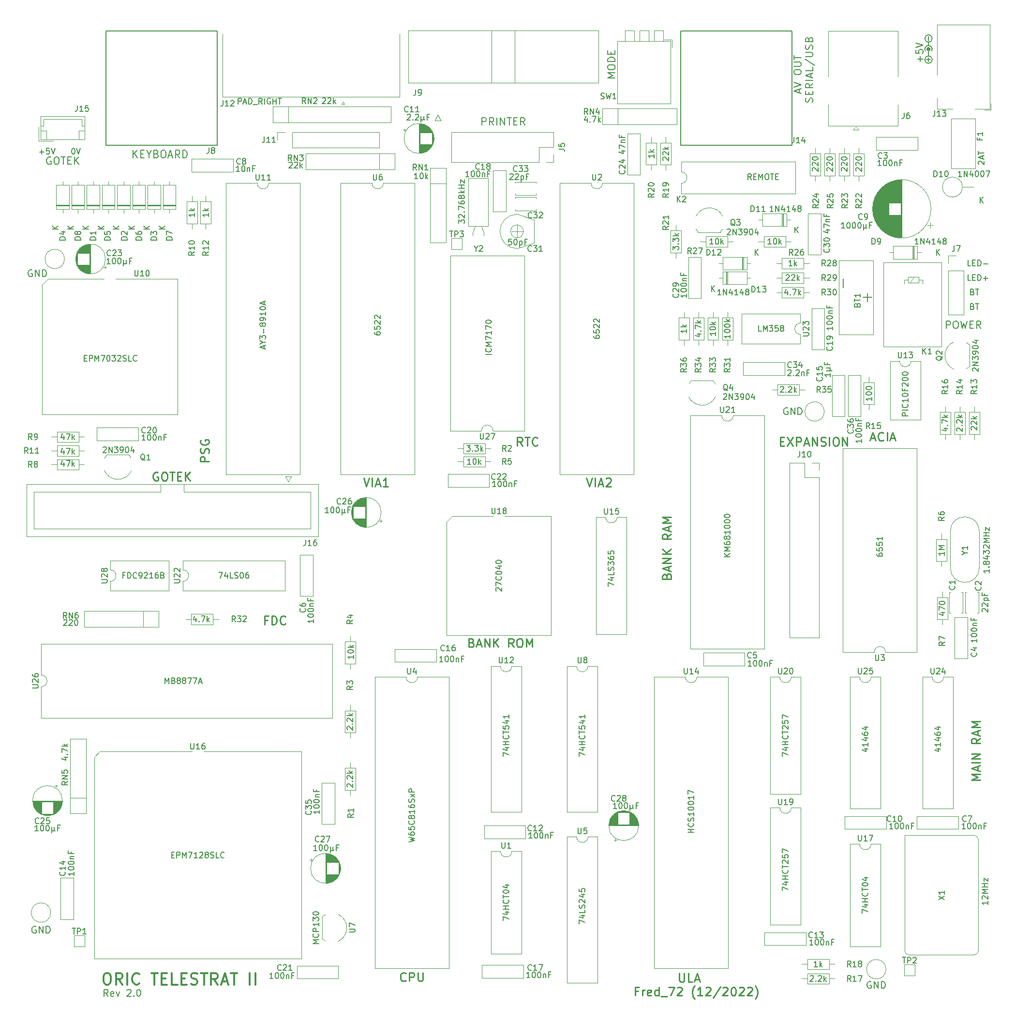
<source format=gto>
%TF.GenerationSoftware,KiCad,Pcbnew,(5.1.12)-1*%
%TF.CreationDate,2023-01-19T18:01:59+01:00*%
%TF.ProjectId,TELESTRAT2,54454c45-5354-4524-9154-322e6b696361,2.0*%
%TF.SameCoordinates,PX1312d00PYe2accf0*%
%TF.FileFunction,Legend,Top*%
%TF.FilePolarity,Positive*%
%FSLAX46Y46*%
G04 Gerber Fmt 4.6, Leading zero omitted, Abs format (unit mm)*
G04 Created by KiCad (PCBNEW (5.1.12)-1) date 2023-01-19 18:01:59*
%MOMM*%
%LPD*%
G01*
G04 APERTURE LIST*
%ADD10C,0.200000*%
%ADD11C,0.250000*%
%ADD12C,0.150000*%
%ADD13C,0.300000*%
%ADD14C,0.120000*%
%ADD15C,0.127000*%
%ADD16C,0.210000*%
G04 APERTURE END LIST*
D10*
X15106285Y1177143D02*
X14706285Y1748572D01*
X14420571Y1177143D02*
X14420571Y2377143D01*
X14877714Y2377143D01*
X14992000Y2320000D01*
X15049142Y2262858D01*
X15106285Y2148572D01*
X15106285Y1977143D01*
X15049142Y1862858D01*
X14992000Y1805715D01*
X14877714Y1748572D01*
X14420571Y1748572D01*
X16077714Y1234286D02*
X15963428Y1177143D01*
X15734857Y1177143D01*
X15620571Y1234286D01*
X15563428Y1348572D01*
X15563428Y1805715D01*
X15620571Y1920000D01*
X15734857Y1977143D01*
X15963428Y1977143D01*
X16077714Y1920000D01*
X16134857Y1805715D01*
X16134857Y1691429D01*
X15563428Y1577143D01*
X16534857Y1977143D02*
X16820571Y1177143D01*
X17106285Y1977143D01*
X18420571Y2262858D02*
X18477714Y2320000D01*
X18592000Y2377143D01*
X18877714Y2377143D01*
X18992000Y2320000D01*
X19049142Y2262858D01*
X19106285Y2148572D01*
X19106285Y2034286D01*
X19049142Y1862858D01*
X18363428Y1177143D01*
X19106285Y1177143D01*
X19620571Y1291429D02*
X19677714Y1234286D01*
X19620571Y1177143D01*
X19563428Y1234286D01*
X19620571Y1291429D01*
X19620571Y1177143D01*
X20420571Y2377143D02*
X20534857Y2377143D01*
X20649142Y2320000D01*
X20706285Y2262858D01*
X20763428Y2148572D01*
X20820571Y1920000D01*
X20820571Y1634286D01*
X20763428Y1405715D01*
X20706285Y1291429D01*
X20649142Y1234286D01*
X20534857Y1177143D01*
X20420571Y1177143D01*
X20306285Y1234286D01*
X20249142Y1291429D01*
X20192000Y1405715D01*
X20134857Y1634286D01*
X20134857Y1920000D01*
X20192000Y2148572D01*
X20249142Y2262858D01*
X20306285Y2320000D01*
X20420571Y2377143D01*
D11*
X42976285Y66978143D02*
X42476285Y66978143D01*
X42476285Y66192429D02*
X42476285Y67692429D01*
X43190571Y67692429D01*
X43762000Y66192429D02*
X43762000Y67692429D01*
X44119142Y67692429D01*
X44333428Y67621000D01*
X44476285Y67478143D01*
X44547714Y67335286D01*
X44619142Y67049572D01*
X44619142Y66835286D01*
X44547714Y66549572D01*
X44476285Y66406715D01*
X44333428Y66263858D01*
X44119142Y66192429D01*
X43762000Y66192429D01*
X46119142Y66335286D02*
X46047714Y66263858D01*
X45833428Y66192429D01*
X45690571Y66192429D01*
X45476285Y66263858D01*
X45333428Y66406715D01*
X45262000Y66549572D01*
X45190571Y66835286D01*
X45190571Y67049572D01*
X45262000Y67335286D01*
X45333428Y67478143D01*
X45476285Y67621000D01*
X45690571Y67692429D01*
X45833428Y67692429D01*
X46047714Y67621000D01*
X46119142Y67549572D01*
X112861857Y74678143D02*
X112933285Y74892429D01*
X113004714Y74963858D01*
X113147571Y75035286D01*
X113361857Y75035286D01*
X113504714Y74963858D01*
X113576142Y74892429D01*
X113647571Y74749572D01*
X113647571Y74178143D01*
X112147571Y74178143D01*
X112147571Y74678143D01*
X112219000Y74821000D01*
X112290428Y74892429D01*
X112433285Y74963858D01*
X112576142Y74963858D01*
X112719000Y74892429D01*
X112790428Y74821000D01*
X112861857Y74678143D01*
X112861857Y74178143D01*
X113219000Y75606715D02*
X113219000Y76321000D01*
X113647571Y75463858D02*
X112147571Y75963858D01*
X113647571Y76463858D01*
X113647571Y76963858D02*
X112147571Y76963858D01*
X113647571Y77821000D01*
X112147571Y77821000D01*
X113647571Y78535286D02*
X112147571Y78535286D01*
X113647571Y79392429D02*
X112790428Y78749572D01*
X112147571Y79392429D02*
X113004714Y78535286D01*
X113647571Y82035286D02*
X112933285Y81535286D01*
X113647571Y81178143D02*
X112147571Y81178143D01*
X112147571Y81749572D01*
X112219000Y81892429D01*
X112290428Y81963858D01*
X112433285Y82035286D01*
X112647571Y82035286D01*
X112790428Y81963858D01*
X112861857Y81892429D01*
X112933285Y81749572D01*
X112933285Y81178143D01*
X113219000Y82606715D02*
X113219000Y83321000D01*
X113647571Y82463858D02*
X112147571Y82963858D01*
X113647571Y83463858D01*
X113647571Y83963858D02*
X112147571Y83963858D01*
X113219000Y84463858D01*
X112147571Y84963858D01*
X113647571Y84963858D01*
X167749571Y39030858D02*
X166249571Y39030858D01*
X167321000Y39530858D01*
X166249571Y40030858D01*
X167749571Y40030858D01*
X167321000Y40673715D02*
X167321000Y41388000D01*
X167749571Y40530858D02*
X166249571Y41030858D01*
X167749571Y41530858D01*
X167749571Y42030858D02*
X166249571Y42030858D01*
X167749571Y42745143D02*
X166249571Y42745143D01*
X167749571Y43602286D01*
X166249571Y43602286D01*
X167749571Y46316572D02*
X167035285Y45816572D01*
X167749571Y45459429D02*
X166249571Y45459429D01*
X166249571Y46030858D01*
X166321000Y46173715D01*
X166392428Y46245143D01*
X166535285Y46316572D01*
X166749571Y46316572D01*
X166892428Y46245143D01*
X166963857Y46173715D01*
X167035285Y46030858D01*
X167035285Y45459429D01*
X167321000Y46888000D02*
X167321000Y47602286D01*
X167749571Y46745143D02*
X166249571Y47245143D01*
X167749571Y47745143D01*
X167749571Y48245143D02*
X166249571Y48245143D01*
X167321000Y48745143D01*
X166249571Y49245143D01*
X167749571Y49245143D01*
X87600857Y97434429D02*
X87100857Y98148715D01*
X86743714Y97434429D02*
X86743714Y98934429D01*
X87315142Y98934429D01*
X87458000Y98863000D01*
X87529428Y98791572D01*
X87600857Y98648715D01*
X87600857Y98434429D01*
X87529428Y98291572D01*
X87458000Y98220143D01*
X87315142Y98148715D01*
X86743714Y98148715D01*
X88029428Y98934429D02*
X88886571Y98934429D01*
X88458000Y97434429D02*
X88458000Y98934429D01*
X90243714Y97577286D02*
X90172285Y97505858D01*
X89958000Y97434429D01*
X89815142Y97434429D01*
X89600857Y97505858D01*
X89458000Y97648715D01*
X89386571Y97791572D01*
X89315142Y98077286D01*
X89315142Y98291572D01*
X89386571Y98577286D01*
X89458000Y98720143D01*
X89600857Y98863000D01*
X89815142Y98934429D01*
X89958000Y98934429D01*
X90172285Y98863000D01*
X90243714Y98791572D01*
X78723285Y63041143D02*
X78937571Y62969715D01*
X79009000Y62898286D01*
X79080428Y62755429D01*
X79080428Y62541143D01*
X79009000Y62398286D01*
X78937571Y62326858D01*
X78794714Y62255429D01*
X78223285Y62255429D01*
X78223285Y63755429D01*
X78723285Y63755429D01*
X78866142Y63684000D01*
X78937571Y63612572D01*
X79009000Y63469715D01*
X79009000Y63326858D01*
X78937571Y63184000D01*
X78866142Y63112572D01*
X78723285Y63041143D01*
X78223285Y63041143D01*
X79651857Y62684000D02*
X80366142Y62684000D01*
X79509000Y62255429D02*
X80009000Y63755429D01*
X80509000Y62255429D01*
X81009000Y62255429D02*
X81009000Y63755429D01*
X81866142Y62255429D01*
X81866142Y63755429D01*
X82580428Y62255429D02*
X82580428Y63755429D01*
X83437571Y62255429D02*
X82794714Y63112572D01*
X83437571Y63755429D02*
X82580428Y62898286D01*
X86080428Y62255429D02*
X85580428Y62969715D01*
X85223285Y62255429D02*
X85223285Y63755429D01*
X85794714Y63755429D01*
X85937571Y63684000D01*
X86009000Y63612572D01*
X86080428Y63469715D01*
X86080428Y63255429D01*
X86009000Y63112572D01*
X85937571Y63041143D01*
X85794714Y62969715D01*
X85223285Y62969715D01*
X87009000Y63755429D02*
X87294714Y63755429D01*
X87437571Y63684000D01*
X87580428Y63541143D01*
X87651857Y63255429D01*
X87651857Y62755429D01*
X87580428Y62469715D01*
X87437571Y62326858D01*
X87294714Y62255429D01*
X87009000Y62255429D01*
X86866142Y62326858D01*
X86723285Y62469715D01*
X86651857Y62755429D01*
X86651857Y63255429D01*
X86723285Y63541143D01*
X86866142Y63684000D01*
X87009000Y63755429D01*
X88294714Y62255429D02*
X88294714Y63755429D01*
X88794714Y62684000D01*
X89294714Y63755429D01*
X89294714Y62255429D01*
X148580857Y98752000D02*
X149295142Y98752000D01*
X148438000Y98323429D02*
X148938000Y99823429D01*
X149438000Y98323429D01*
X150795142Y98466286D02*
X150723714Y98394858D01*
X150509428Y98323429D01*
X150366571Y98323429D01*
X150152285Y98394858D01*
X150009428Y98537715D01*
X149938000Y98680572D01*
X149866571Y98966286D01*
X149866571Y99180572D01*
X149938000Y99466286D01*
X150009428Y99609143D01*
X150152285Y99752000D01*
X150366571Y99823429D01*
X150509428Y99823429D01*
X150723714Y99752000D01*
X150795142Y99680572D01*
X151438000Y98323429D02*
X151438000Y99823429D01*
X152080857Y98752000D02*
X152795142Y98752000D01*
X151938000Y98323429D02*
X152438000Y99823429D01*
X152938000Y98323429D01*
X115100428Y5208429D02*
X115100428Y3994143D01*
X115171857Y3851286D01*
X115243285Y3779858D01*
X115386142Y3708429D01*
X115671857Y3708429D01*
X115814714Y3779858D01*
X115886142Y3851286D01*
X115957571Y3994143D01*
X115957571Y5208429D01*
X117386142Y3708429D02*
X116671857Y3708429D01*
X116671857Y5208429D01*
X117814714Y4137000D02*
X118529000Y4137000D01*
X117671857Y3708429D02*
X118171857Y5208429D01*
X118671857Y3708429D01*
X67193571Y3978286D02*
X67122142Y3906858D01*
X66907857Y3835429D01*
X66765000Y3835429D01*
X66550714Y3906858D01*
X66407857Y4049715D01*
X66336428Y4192572D01*
X66265000Y4478286D01*
X66265000Y4692572D01*
X66336428Y4978286D01*
X66407857Y5121143D01*
X66550714Y5264000D01*
X66765000Y5335429D01*
X66907857Y5335429D01*
X67122142Y5264000D01*
X67193571Y5192572D01*
X67836428Y3835429D02*
X67836428Y5335429D01*
X68407857Y5335429D01*
X68550714Y5264000D01*
X68622142Y5192572D01*
X68693571Y5049715D01*
X68693571Y4835429D01*
X68622142Y4692572D01*
X68550714Y4621143D01*
X68407857Y4549715D01*
X67836428Y4549715D01*
X69336428Y5335429D02*
X69336428Y4121143D01*
X69407857Y3978286D01*
X69479285Y3906858D01*
X69622142Y3835429D01*
X69907857Y3835429D01*
X70050714Y3906858D01*
X70122142Y3978286D01*
X70193571Y4121143D01*
X70193571Y5335429D01*
X32748571Y94731858D02*
X31248571Y94731858D01*
X31248571Y95303286D01*
X31320000Y95446143D01*
X31391428Y95517572D01*
X31534285Y95589000D01*
X31748571Y95589000D01*
X31891428Y95517572D01*
X31962857Y95446143D01*
X32034285Y95303286D01*
X32034285Y94731858D01*
X32677142Y96160429D02*
X32748571Y96374715D01*
X32748571Y96731858D01*
X32677142Y96874715D01*
X32605714Y96946143D01*
X32462857Y97017572D01*
X32320000Y97017572D01*
X32177142Y96946143D01*
X32105714Y96874715D01*
X32034285Y96731858D01*
X31962857Y96446143D01*
X31891428Y96303286D01*
X31820000Y96231858D01*
X31677142Y96160429D01*
X31534285Y96160429D01*
X31391428Y96231858D01*
X31320000Y96303286D01*
X31248571Y96446143D01*
X31248571Y96803286D01*
X31320000Y97017572D01*
X31320000Y98446143D02*
X31248571Y98303286D01*
X31248571Y98089000D01*
X31320000Y97874715D01*
X31462857Y97731858D01*
X31605714Y97660429D01*
X31891428Y97589000D01*
X32105714Y97589000D01*
X32391428Y97660429D01*
X32534285Y97731858D01*
X32677142Y97874715D01*
X32748571Y98089000D01*
X32748571Y98231858D01*
X32677142Y98446143D01*
X32605714Y98517572D01*
X32105714Y98517572D01*
X32105714Y98231858D01*
X98816714Y91822429D02*
X99316714Y90322429D01*
X99816714Y91822429D01*
X100316714Y90322429D02*
X100316714Y91822429D01*
X100959571Y90751000D02*
X101673857Y90751000D01*
X100816714Y90322429D02*
X101316714Y91822429D01*
X101816714Y90322429D01*
X102245285Y91679572D02*
X102316714Y91751000D01*
X102459571Y91822429D01*
X102816714Y91822429D01*
X102959571Y91751000D01*
X103031000Y91679572D01*
X103102428Y91536715D01*
X103102428Y91393858D01*
X103031000Y91179572D01*
X102173857Y90322429D01*
X103102428Y90322429D01*
X59827714Y91822429D02*
X60327714Y90322429D01*
X60827714Y91822429D01*
X61327714Y90322429D02*
X61327714Y91822429D01*
X61970571Y90751000D02*
X62684857Y90751000D01*
X61827714Y90322429D02*
X62327714Y91822429D01*
X62827714Y90322429D01*
X64113428Y90322429D02*
X63256285Y90322429D01*
X63684857Y90322429D02*
X63684857Y91822429D01*
X63542000Y91608143D01*
X63399142Y91465286D01*
X63256285Y91393858D01*
D12*
X8987809Y149460620D02*
X9083047Y149460620D01*
X9178285Y149413000D01*
X9225904Y149365381D01*
X9273523Y149270143D01*
X9321142Y149079667D01*
X9321142Y148841572D01*
X9273523Y148651096D01*
X9225904Y148555858D01*
X9178285Y148508239D01*
X9083047Y148460620D01*
X8987809Y148460620D01*
X8892571Y148508239D01*
X8844952Y148555858D01*
X8797333Y148651096D01*
X8749714Y148841572D01*
X8749714Y149079667D01*
X8797333Y149270143D01*
X8844952Y149365381D01*
X8892571Y149413000D01*
X8987809Y149460620D01*
X9606857Y149460620D02*
X9940190Y148460620D01*
X10273523Y149460620D01*
D11*
X107834714Y2081143D02*
X107334714Y2081143D01*
X107334714Y1295429D02*
X107334714Y2795429D01*
X108049000Y2795429D01*
X108620428Y1295429D02*
X108620428Y2295429D01*
X108620428Y2009715D02*
X108691857Y2152572D01*
X108763285Y2224000D01*
X108906142Y2295429D01*
X109049000Y2295429D01*
X110120428Y1366858D02*
X109977571Y1295429D01*
X109691857Y1295429D01*
X109549000Y1366858D01*
X109477571Y1509715D01*
X109477571Y2081143D01*
X109549000Y2224000D01*
X109691857Y2295429D01*
X109977571Y2295429D01*
X110120428Y2224000D01*
X110191857Y2081143D01*
X110191857Y1938286D01*
X109477571Y1795429D01*
X111477571Y1295429D02*
X111477571Y2795429D01*
X111477571Y1366858D02*
X111334714Y1295429D01*
X111049000Y1295429D01*
X110906142Y1366858D01*
X110834714Y1438286D01*
X110763285Y1581143D01*
X110763285Y2009715D01*
X110834714Y2152572D01*
X110906142Y2224000D01*
X111049000Y2295429D01*
X111334714Y2295429D01*
X111477571Y2224000D01*
X111834714Y1152572D02*
X112977571Y1152572D01*
X113191857Y2795429D02*
X114191857Y2795429D01*
X113549000Y1295429D01*
X114691857Y2652572D02*
X114763285Y2724000D01*
X114906142Y2795429D01*
X115263285Y2795429D01*
X115406142Y2724000D01*
X115477571Y2652572D01*
X115549000Y2509715D01*
X115549000Y2366858D01*
X115477571Y2152572D01*
X114620428Y1295429D01*
X115549000Y1295429D01*
X117763285Y724000D02*
X117691857Y795429D01*
X117549000Y1009715D01*
X117477571Y1152572D01*
X117406142Y1366858D01*
X117334714Y1724000D01*
X117334714Y2009715D01*
X117406142Y2366858D01*
X117477571Y2581143D01*
X117549000Y2724000D01*
X117691857Y2938286D01*
X117763285Y3009715D01*
X119120428Y1295429D02*
X118263285Y1295429D01*
X118691857Y1295429D02*
X118691857Y2795429D01*
X118549000Y2581143D01*
X118406142Y2438286D01*
X118263285Y2366858D01*
X119691857Y2652572D02*
X119763285Y2724000D01*
X119906142Y2795429D01*
X120263285Y2795429D01*
X120406142Y2724000D01*
X120477571Y2652572D01*
X120549000Y2509715D01*
X120549000Y2366858D01*
X120477571Y2152572D01*
X119620428Y1295429D01*
X120549000Y1295429D01*
X122263285Y2866858D02*
X120977571Y938286D01*
X122691857Y2652572D02*
X122763285Y2724000D01*
X122906142Y2795429D01*
X123263285Y2795429D01*
X123406142Y2724000D01*
X123477571Y2652572D01*
X123549000Y2509715D01*
X123549000Y2366858D01*
X123477571Y2152572D01*
X122620428Y1295429D01*
X123549000Y1295429D01*
X124477571Y2795429D02*
X124620428Y2795429D01*
X124763285Y2724000D01*
X124834714Y2652572D01*
X124906142Y2509715D01*
X124977571Y2224000D01*
X124977571Y1866858D01*
X124906142Y1581143D01*
X124834714Y1438286D01*
X124763285Y1366858D01*
X124620428Y1295429D01*
X124477571Y1295429D01*
X124334714Y1366858D01*
X124263285Y1438286D01*
X124191857Y1581143D01*
X124120428Y1866858D01*
X124120428Y2224000D01*
X124191857Y2509715D01*
X124263285Y2652572D01*
X124334714Y2724000D01*
X124477571Y2795429D01*
X125549000Y2652572D02*
X125620428Y2724000D01*
X125763285Y2795429D01*
X126120428Y2795429D01*
X126263285Y2724000D01*
X126334714Y2652572D01*
X126406142Y2509715D01*
X126406142Y2366858D01*
X126334714Y2152572D01*
X125477571Y1295429D01*
X126406142Y1295429D01*
X126977571Y2652572D02*
X127049000Y2724000D01*
X127191857Y2795429D01*
X127549000Y2795429D01*
X127691857Y2724000D01*
X127763285Y2652572D01*
X127834714Y2509715D01*
X127834714Y2366858D01*
X127763285Y2152572D01*
X126906142Y1295429D01*
X127834714Y1295429D01*
X128334714Y724000D02*
X128406142Y795429D01*
X128549000Y1009715D01*
X128620428Y1152572D01*
X128691857Y1366858D01*
X128763285Y1724000D01*
X128763285Y2009715D01*
X128691857Y2366858D01*
X128620428Y2581143D01*
X128549000Y2724000D01*
X128406142Y2938286D01*
X128334714Y3009715D01*
D12*
X3098285Y148841572D02*
X3860190Y148841572D01*
X3479238Y148460620D02*
X3479238Y149222524D01*
X4812571Y149460620D02*
X4336380Y149460620D01*
X4288761Y148984429D01*
X4336380Y149032048D01*
X4431619Y149079667D01*
X4669714Y149079667D01*
X4764952Y149032048D01*
X4812571Y148984429D01*
X4860190Y148889191D01*
X4860190Y148651096D01*
X4812571Y148555858D01*
X4764952Y148508239D01*
X4669714Y148460620D01*
X4431619Y148460620D01*
X4336380Y148508239D01*
X4288761Y148555858D01*
X5145904Y149460620D02*
X5479238Y148460620D01*
X5812571Y149460620D01*
X166063095Y128902620D02*
X165586904Y128902620D01*
X165586904Y129902620D01*
X166396428Y129426429D02*
X166729761Y129426429D01*
X166872619Y128902620D02*
X166396428Y128902620D01*
X166396428Y129902620D01*
X166872619Y129902620D01*
X167301190Y128902620D02*
X167301190Y129902620D01*
X167539285Y129902620D01*
X167682142Y129855000D01*
X167777380Y129759762D01*
X167825000Y129664524D01*
X167872619Y129474048D01*
X167872619Y129331191D01*
X167825000Y129140715D01*
X167777380Y129045477D01*
X167682142Y128950239D01*
X167539285Y128902620D01*
X167301190Y128902620D01*
X168301190Y129283572D02*
X169063095Y129283572D01*
X166063095Y126362620D02*
X165586904Y126362620D01*
X165586904Y127362620D01*
X166396428Y126886429D02*
X166729761Y126886429D01*
X166872619Y126362620D02*
X166396428Y126362620D01*
X166396428Y127362620D01*
X166872619Y127362620D01*
X167301190Y126362620D02*
X167301190Y127362620D01*
X167539285Y127362620D01*
X167682142Y127315000D01*
X167777380Y127219762D01*
X167825000Y127124524D01*
X167872619Y126934048D01*
X167872619Y126791191D01*
X167825000Y126600715D01*
X167777380Y126505477D01*
X167682142Y126410239D01*
X167539285Y126362620D01*
X167301190Y126362620D01*
X168301190Y126743572D02*
X169063095Y126743572D01*
X168682142Y126362620D02*
X168682142Y127124524D01*
X166380476Y121806429D02*
X166523333Y121758810D01*
X166570952Y121711191D01*
X166618571Y121615953D01*
X166618571Y121473096D01*
X166570952Y121377858D01*
X166523333Y121330239D01*
X166428095Y121282620D01*
X166047142Y121282620D01*
X166047142Y122282620D01*
X166380476Y122282620D01*
X166475714Y122235000D01*
X166523333Y122187381D01*
X166570952Y122092143D01*
X166570952Y121996905D01*
X166523333Y121901667D01*
X166475714Y121854048D01*
X166380476Y121806429D01*
X166047142Y121806429D01*
X166904285Y122282620D02*
X167475714Y122282620D01*
X167190000Y121282620D02*
X167190000Y122282620D01*
X166380476Y124346429D02*
X166523333Y124298810D01*
X166570952Y124251191D01*
X166618571Y124155953D01*
X166618571Y124013096D01*
X166570952Y123917858D01*
X166523333Y123870239D01*
X166428095Y123822620D01*
X166047142Y123822620D01*
X166047142Y124822620D01*
X166380476Y124822620D01*
X166475714Y124775000D01*
X166523333Y124727381D01*
X166570952Y124632143D01*
X166570952Y124536905D01*
X166523333Y124441667D01*
X166475714Y124394048D01*
X166380476Y124346429D01*
X166047142Y124346429D01*
X166904285Y124822620D02*
X167475714Y124822620D01*
X167190000Y123822620D02*
X167190000Y124822620D01*
D13*
X14767857Y5228239D02*
X15148809Y5228239D01*
X15339285Y5133000D01*
X15529761Y4942524D01*
X15625000Y4561572D01*
X15625000Y3894905D01*
X15529761Y3513953D01*
X15339285Y3323477D01*
X15148809Y3228239D01*
X14767857Y3228239D01*
X14577380Y3323477D01*
X14386904Y3513953D01*
X14291666Y3894905D01*
X14291666Y4561572D01*
X14386904Y4942524D01*
X14577380Y5133000D01*
X14767857Y5228239D01*
X17625000Y3228239D02*
X16958333Y4180620D01*
X16482142Y3228239D02*
X16482142Y5228239D01*
X17244047Y5228239D01*
X17434523Y5133000D01*
X17529761Y5037762D01*
X17625000Y4847286D01*
X17625000Y4561572D01*
X17529761Y4371096D01*
X17434523Y4275858D01*
X17244047Y4180620D01*
X16482142Y4180620D01*
X18482142Y3228239D02*
X18482142Y5228239D01*
X20577380Y3418715D02*
X20482142Y3323477D01*
X20196428Y3228239D01*
X20005952Y3228239D01*
X19720238Y3323477D01*
X19529761Y3513953D01*
X19434523Y3704429D01*
X19339285Y4085381D01*
X19339285Y4371096D01*
X19434523Y4752048D01*
X19529761Y4942524D01*
X19720238Y5133000D01*
X20005952Y5228239D01*
X20196428Y5228239D01*
X20482142Y5133000D01*
X20577380Y5037762D01*
X22672619Y5228239D02*
X23815476Y5228239D01*
X23244047Y3228239D02*
X23244047Y5228239D01*
X24482142Y4275858D02*
X25148809Y4275858D01*
X25434523Y3228239D02*
X24482142Y3228239D01*
X24482142Y5228239D01*
X25434523Y5228239D01*
X27244047Y3228239D02*
X26291666Y3228239D01*
X26291666Y5228239D01*
X27910714Y4275858D02*
X28577380Y4275858D01*
X28863095Y3228239D02*
X27910714Y3228239D01*
X27910714Y5228239D01*
X28863095Y5228239D01*
X29625000Y3323477D02*
X29910714Y3228239D01*
X30386904Y3228239D01*
X30577380Y3323477D01*
X30672619Y3418715D01*
X30767857Y3609191D01*
X30767857Y3799667D01*
X30672619Y3990143D01*
X30577380Y4085381D01*
X30386904Y4180620D01*
X30005952Y4275858D01*
X29815476Y4371096D01*
X29720238Y4466334D01*
X29625000Y4656810D01*
X29625000Y4847286D01*
X29720238Y5037762D01*
X29815476Y5133000D01*
X30005952Y5228239D01*
X30482142Y5228239D01*
X30767857Y5133000D01*
X31339285Y5228239D02*
X32482142Y5228239D01*
X31910714Y3228239D02*
X31910714Y5228239D01*
X34291666Y3228239D02*
X33625000Y4180620D01*
X33148809Y3228239D02*
X33148809Y5228239D01*
X33910714Y5228239D01*
X34101190Y5133000D01*
X34196428Y5037762D01*
X34291666Y4847286D01*
X34291666Y4561572D01*
X34196428Y4371096D01*
X34101190Y4275858D01*
X33910714Y4180620D01*
X33148809Y4180620D01*
X35053571Y3799667D02*
X36005952Y3799667D01*
X34863095Y3228239D02*
X35529761Y5228239D01*
X36196428Y3228239D01*
X36577380Y5228239D02*
X37720238Y5228239D01*
X37148809Y3228239D02*
X37148809Y5228239D01*
X39910714Y3228239D02*
X39910714Y5228239D01*
X40863095Y3228239D02*
X40863095Y5228239D01*
D14*
%TO.C,C36*%
X146855000Y102581000D02*
X144615000Y102581000D01*
X146855000Y109821000D02*
X144615000Y109821000D01*
X144615000Y109821000D02*
X144615000Y102581000D01*
X146855000Y109821000D02*
X146855000Y102581000D01*
%TO.C,C35*%
X54780000Y31287000D02*
X52540000Y31287000D01*
X54780000Y38527000D02*
X52540000Y38527000D01*
X52540000Y38527000D02*
X52540000Y31287000D01*
X54780000Y38527000D02*
X54780000Y31287000D01*
%TO.C,RN5*%
X8445000Y35883000D02*
X11245000Y35883000D01*
X8445000Y46213000D02*
X8445000Y33173000D01*
X11245000Y46213000D02*
X8445000Y46213000D01*
X11245000Y33173000D02*
X11245000Y46213000D01*
X8445000Y33173000D02*
X11245000Y33173000D01*
%TO.C,TP3*%
X75189000Y131834000D02*
X75189000Y133734000D01*
X77089000Y131834000D02*
X75189000Y131834000D01*
X77089000Y133734000D02*
X77089000Y131834000D01*
X75189000Y133734000D02*
X77089000Y133734000D01*
%TO.C,C28*%
X107969000Y31037000D02*
G75*
G03*
X107969000Y31037000I-2620000J0D01*
G01*
X102769000Y31037000D02*
X107929000Y31037000D01*
X102769000Y31077000D02*
X107929000Y31077000D01*
X102770000Y31117000D02*
X107928000Y31117000D01*
X102771000Y31157000D02*
X107927000Y31157000D01*
X102773000Y31197000D02*
X107925000Y31197000D01*
X102776000Y31237000D02*
X107922000Y31237000D01*
X102780000Y31277000D02*
X104309000Y31277000D01*
X106389000Y31277000D02*
X107918000Y31277000D01*
X102784000Y31317000D02*
X104309000Y31317000D01*
X106389000Y31317000D02*
X107914000Y31317000D01*
X102788000Y31357000D02*
X104309000Y31357000D01*
X106389000Y31357000D02*
X107910000Y31357000D01*
X102793000Y31397000D02*
X104309000Y31397000D01*
X106389000Y31397000D02*
X107905000Y31397000D01*
X102799000Y31437000D02*
X104309000Y31437000D01*
X106389000Y31437000D02*
X107899000Y31437000D01*
X102806000Y31477000D02*
X104309000Y31477000D01*
X106389000Y31477000D02*
X107892000Y31477000D01*
X102813000Y31517000D02*
X104309000Y31517000D01*
X106389000Y31517000D02*
X107885000Y31517000D01*
X102821000Y31557000D02*
X104309000Y31557000D01*
X106389000Y31557000D02*
X107877000Y31557000D01*
X102829000Y31597000D02*
X104309000Y31597000D01*
X106389000Y31597000D02*
X107869000Y31597000D01*
X102838000Y31637000D02*
X104309000Y31637000D01*
X106389000Y31637000D02*
X107860000Y31637000D01*
X102848000Y31677000D02*
X104309000Y31677000D01*
X106389000Y31677000D02*
X107850000Y31677000D01*
X102858000Y31717000D02*
X104309000Y31717000D01*
X106389000Y31717000D02*
X107840000Y31717000D01*
X102869000Y31758000D02*
X104309000Y31758000D01*
X106389000Y31758000D02*
X107829000Y31758000D01*
X102881000Y31798000D02*
X104309000Y31798000D01*
X106389000Y31798000D02*
X107817000Y31798000D01*
X102894000Y31838000D02*
X104309000Y31838000D01*
X106389000Y31838000D02*
X107804000Y31838000D01*
X102907000Y31878000D02*
X104309000Y31878000D01*
X106389000Y31878000D02*
X107791000Y31878000D01*
X102921000Y31918000D02*
X104309000Y31918000D01*
X106389000Y31918000D02*
X107777000Y31918000D01*
X102935000Y31958000D02*
X104309000Y31958000D01*
X106389000Y31958000D02*
X107763000Y31958000D01*
X102951000Y31998000D02*
X104309000Y31998000D01*
X106389000Y31998000D02*
X107747000Y31998000D01*
X102967000Y32038000D02*
X104309000Y32038000D01*
X106389000Y32038000D02*
X107731000Y32038000D01*
X102984000Y32078000D02*
X104309000Y32078000D01*
X106389000Y32078000D02*
X107714000Y32078000D01*
X103001000Y32118000D02*
X104309000Y32118000D01*
X106389000Y32118000D02*
X107697000Y32118000D01*
X103020000Y32158000D02*
X104309000Y32158000D01*
X106389000Y32158000D02*
X107678000Y32158000D01*
X103039000Y32198000D02*
X104309000Y32198000D01*
X106389000Y32198000D02*
X107659000Y32198000D01*
X103059000Y32238000D02*
X104309000Y32238000D01*
X106389000Y32238000D02*
X107639000Y32238000D01*
X103081000Y32278000D02*
X104309000Y32278000D01*
X106389000Y32278000D02*
X107617000Y32278000D01*
X103102000Y32318000D02*
X104309000Y32318000D01*
X106389000Y32318000D02*
X107596000Y32318000D01*
X103125000Y32358000D02*
X104309000Y32358000D01*
X106389000Y32358000D02*
X107573000Y32358000D01*
X103149000Y32398000D02*
X104309000Y32398000D01*
X106389000Y32398000D02*
X107549000Y32398000D01*
X103174000Y32438000D02*
X104309000Y32438000D01*
X106389000Y32438000D02*
X107524000Y32438000D01*
X103200000Y32478000D02*
X104309000Y32478000D01*
X106389000Y32478000D02*
X107498000Y32478000D01*
X103227000Y32518000D02*
X104309000Y32518000D01*
X106389000Y32518000D02*
X107471000Y32518000D01*
X103254000Y32558000D02*
X104309000Y32558000D01*
X106389000Y32558000D02*
X107444000Y32558000D01*
X103284000Y32598000D02*
X104309000Y32598000D01*
X106389000Y32598000D02*
X107414000Y32598000D01*
X103314000Y32638000D02*
X104309000Y32638000D01*
X106389000Y32638000D02*
X107384000Y32638000D01*
X103345000Y32678000D02*
X104309000Y32678000D01*
X106389000Y32678000D02*
X107353000Y32678000D01*
X103378000Y32718000D02*
X104309000Y32718000D01*
X106389000Y32718000D02*
X107320000Y32718000D01*
X103412000Y32758000D02*
X104309000Y32758000D01*
X106389000Y32758000D02*
X107286000Y32758000D01*
X103448000Y32798000D02*
X104309000Y32798000D01*
X106389000Y32798000D02*
X107250000Y32798000D01*
X103485000Y32838000D02*
X104309000Y32838000D01*
X106389000Y32838000D02*
X107213000Y32838000D01*
X103523000Y32878000D02*
X104309000Y32878000D01*
X106389000Y32878000D02*
X107175000Y32878000D01*
X103564000Y32918000D02*
X104309000Y32918000D01*
X106389000Y32918000D02*
X107134000Y32918000D01*
X103606000Y32958000D02*
X104309000Y32958000D01*
X106389000Y32958000D02*
X107092000Y32958000D01*
X103650000Y32998000D02*
X104309000Y32998000D01*
X106389000Y32998000D02*
X107048000Y32998000D01*
X103696000Y33038000D02*
X104309000Y33038000D01*
X106389000Y33038000D02*
X107002000Y33038000D01*
X103744000Y33078000D02*
X104309000Y33078000D01*
X106389000Y33078000D02*
X106954000Y33078000D01*
X103795000Y33118000D02*
X104309000Y33118000D01*
X106389000Y33118000D02*
X106903000Y33118000D01*
X103849000Y33158000D02*
X104309000Y33158000D01*
X106389000Y33158000D02*
X106849000Y33158000D01*
X103906000Y33198000D02*
X104309000Y33198000D01*
X106389000Y33198000D02*
X106792000Y33198000D01*
X103966000Y33238000D02*
X104309000Y33238000D01*
X106389000Y33238000D02*
X106732000Y33238000D01*
X104030000Y33278000D02*
X104309000Y33278000D01*
X106389000Y33278000D02*
X106668000Y33278000D01*
X104098000Y33318000D02*
X104309000Y33318000D01*
X106389000Y33318000D02*
X106600000Y33318000D01*
X104171000Y33358000D02*
X106527000Y33358000D01*
X104251000Y33398000D02*
X106447000Y33398000D01*
X104338000Y33438000D02*
X106360000Y33438000D01*
X104434000Y33478000D02*
X106264000Y33478000D01*
X104544000Y33518000D02*
X106154000Y33518000D01*
X104672000Y33558000D02*
X106026000Y33558000D01*
X104831000Y33598000D02*
X105867000Y33598000D01*
X105065000Y33638000D02*
X105633000Y33638000D01*
X103874000Y28232225D02*
X103874000Y28732225D01*
X103624000Y28482225D02*
X104124000Y28482225D01*
%TO.C,C2*%
X167479000Y71886000D02*
X167479000Y68246000D01*
X165139000Y71886000D02*
X165139000Y68246000D01*
X167479000Y71886000D02*
X167234000Y71886000D01*
X165384000Y71886000D02*
X165139000Y71886000D01*
X167479000Y68246000D02*
X167234000Y68246000D01*
X165384000Y68246000D02*
X165139000Y68246000D01*
%TO.C,J6*%
X146489000Y152705000D02*
X145989000Y153205000D01*
X145489000Y152705000D02*
X146489000Y152705000D01*
X145989000Y153205000D02*
X145489000Y152705000D01*
X153349000Y170025000D02*
X153349000Y162055000D01*
X141129000Y170025000D02*
X141129000Y162055000D01*
X153349000Y170025000D02*
X141129000Y170025000D01*
X141129000Y153405000D02*
X141129000Y157155000D01*
X153349000Y153405000D02*
X153349000Y157155000D01*
X153349000Y153405000D02*
X141129000Y153405000D01*
%TO.C,C32*%
X90044000Y138844000D02*
X90044000Y138599000D01*
X90044000Y140939000D02*
X90044000Y140694000D01*
X86404000Y138844000D02*
X86404000Y138599000D01*
X86404000Y140939000D02*
X86404000Y140694000D01*
X86404000Y138599000D02*
X90044000Y138599000D01*
X86404000Y140939000D02*
X90044000Y140939000D01*
%TO.C,SW1*%
X113555000Y168216000D02*
X113555000Y157296000D01*
X104255000Y168216000D02*
X104255000Y157296000D01*
X113555000Y168216000D02*
X104255000Y168216000D01*
X113555000Y157296000D02*
X104255000Y157296000D01*
X113795000Y168456000D02*
X113795000Y167073000D01*
X113795000Y168456000D02*
X112412000Y168456000D01*
X112255000Y170076000D02*
X112255000Y168216000D01*
X110635000Y170076000D02*
X110635000Y168216000D01*
X112255000Y170076000D02*
X110635000Y170076000D01*
X112255000Y168216000D02*
X110635000Y168216000D01*
X109715000Y170076000D02*
X109715000Y168216000D01*
X108095000Y170076000D02*
X108095000Y168216000D01*
X109715000Y170076000D02*
X108095000Y170076000D01*
X109715000Y168216000D02*
X108095000Y168216000D01*
X107175000Y170076000D02*
X107175000Y168216000D01*
X105555000Y170076000D02*
X105555000Y168216000D01*
X107175000Y170076000D02*
X105555000Y170076000D01*
X107175000Y168216000D02*
X105555000Y168216000D01*
%TO.C,BT1*%
X149025000Y116886000D02*
X149025000Y129886000D01*
X149025000Y129886000D02*
X143025000Y129886000D01*
X143025000Y129886000D02*
X143025000Y116886000D01*
X143025000Y116886000D02*
X149025000Y116886000D01*
D10*
X148025000Y124136000D02*
X148025000Y122636000D01*
X148775000Y123386000D02*
X147275000Y123386000D01*
X143775000Y125136000D02*
X143775000Y126636000D01*
D14*
%TO.C,Y2*%
X78938000Y134696000D02*
X78938000Y134246000D01*
X79343000Y135846000D02*
X78938000Y134696000D01*
X80838000Y134696000D02*
X80838000Y134246000D01*
X80433000Y135846000D02*
X80838000Y134696000D01*
X78188000Y135846000D02*
X81588000Y135846000D01*
X78188000Y144246000D02*
X78188000Y135846000D01*
X81588000Y144246000D02*
X78188000Y144246000D01*
X81588000Y135846000D02*
X81588000Y144246000D01*
%TO.C,C31*%
X89680000Y136943000D02*
X89680000Y132943000D01*
X89680000Y132943000D02*
X86680000Y131943000D01*
X89680000Y136943000D02*
X86680000Y137943000D01*
X87798034Y134943000D02*
G75*
G03*
X87798034Y134943000I-1118034J0D01*
G01*
X85680000Y134943000D02*
X87798033Y134943000D01*
X86680000Y136061033D02*
X86680000Y133943000D01*
X86680000Y131943000D02*
G75*
G02*
X83680000Y134943000I0J3000000D01*
G01*
X83680000Y134943000D02*
G75*
G02*
X86680000Y137943000I3000000J0D01*
G01*
%TO.C,R35*%
X131308000Y107257000D02*
X132258000Y107257000D01*
X137048000Y107257000D02*
X136098000Y107257000D01*
X132258000Y106337000D02*
X136098000Y106337000D01*
X132258000Y108177000D02*
X132258000Y106337000D01*
X136098000Y108177000D02*
X132258000Y108177000D01*
X136098000Y106337000D02*
X136098000Y108177000D01*
%TO.C,C33*%
X90044000Y141511000D02*
X90044000Y141266000D01*
X90044000Y143606000D02*
X90044000Y143361000D01*
X86404000Y141511000D02*
X86404000Y141266000D01*
X86404000Y143606000D02*
X86404000Y143361000D01*
X86404000Y141266000D02*
X90044000Y141266000D01*
X86404000Y143606000D02*
X90044000Y143606000D01*
%TO.C,U27*%
X75013000Y100085000D02*
X80473000Y100085000D01*
X75013000Y130685000D02*
X75013000Y100085000D01*
X87933000Y130685000D02*
X75013000Y130685000D01*
X87933000Y100085000D02*
X87933000Y130685000D01*
X82473000Y100085000D02*
X87933000Y100085000D01*
X80473000Y100085000D02*
G75*
G02*
X82473000Y100085000I1000000J0D01*
G01*
%TO.C,U6*%
X61296000Y143385000D02*
X55836000Y143385000D01*
X55836000Y143385000D02*
X55836000Y92465000D01*
X55836000Y92465000D02*
X68756000Y92465000D01*
X68756000Y92465000D02*
X68756000Y143385000D01*
X68756000Y143385000D02*
X63296000Y143385000D01*
X63296000Y143385000D02*
G75*
G02*
X61296000Y143385000I-1000000J0D01*
G01*
%TO.C,R6*%
X160975000Y82060000D02*
X160975000Y81110000D01*
X160975000Y76320000D02*
X160975000Y77270000D01*
X160055000Y81110000D02*
X160055000Y77270000D01*
X161895000Y81110000D02*
X160055000Y81110000D01*
X161895000Y77270000D02*
X161895000Y81110000D01*
X160055000Y77270000D02*
X161895000Y77270000D01*
%TO.C,C1*%
X164685000Y71886000D02*
X164685000Y68246000D01*
X162345000Y71886000D02*
X162345000Y68246000D01*
X164685000Y71886000D02*
X164440000Y71886000D01*
X162590000Y71886000D02*
X162345000Y71886000D01*
X164685000Y68246000D02*
X164440000Y68246000D01*
X162590000Y68246000D02*
X162345000Y68246000D01*
%TO.C,D7*%
X24727000Y139392000D02*
X26967000Y139392000D01*
X24727000Y139632000D02*
X26967000Y139632000D01*
X24727000Y139512000D02*
X26967000Y139512000D01*
X25847000Y143682000D02*
X25847000Y143032000D01*
X25847000Y138142000D02*
X25847000Y138792000D01*
X24727000Y143032000D02*
X24727000Y138792000D01*
X26967000Y143032000D02*
X24727000Y143032000D01*
X26967000Y138792000D02*
X26967000Y143032000D01*
X24727000Y138792000D02*
X26967000Y138792000D01*
%TO.C,R10*%
X29784000Y141115000D02*
X29784000Y140165000D01*
X29784000Y135375000D02*
X29784000Y136325000D01*
X28864000Y140165000D02*
X28864000Y136325000D01*
X30704000Y140165000D02*
X28864000Y140165000D01*
X30704000Y136325000D02*
X30704000Y140165000D01*
X28864000Y136325000D02*
X30704000Y136325000D01*
%TO.C,D8*%
X8725000Y139392000D02*
X10965000Y139392000D01*
X8725000Y139632000D02*
X10965000Y139632000D01*
X8725000Y139512000D02*
X10965000Y139512000D01*
X9845000Y143682000D02*
X9845000Y143032000D01*
X9845000Y138142000D02*
X9845000Y138792000D01*
X8725000Y143032000D02*
X8725000Y138792000D01*
X10965000Y143032000D02*
X8725000Y143032000D01*
X10965000Y138792000D02*
X10965000Y143032000D01*
X8725000Y138792000D02*
X10965000Y138792000D01*
%TO.C,D6*%
X19393000Y139392000D02*
X21633000Y139392000D01*
X19393000Y139632000D02*
X21633000Y139632000D01*
X19393000Y139512000D02*
X21633000Y139512000D01*
X20513000Y143682000D02*
X20513000Y143032000D01*
X20513000Y138142000D02*
X20513000Y138792000D01*
X19393000Y143032000D02*
X19393000Y138792000D01*
X21633000Y143032000D02*
X19393000Y143032000D01*
X21633000Y138792000D02*
X21633000Y143032000D01*
X19393000Y138792000D02*
X21633000Y138792000D01*
%TO.C,D5*%
X14059000Y139392000D02*
X16299000Y139392000D01*
X14059000Y139632000D02*
X16299000Y139632000D01*
X14059000Y139512000D02*
X16299000Y139512000D01*
X15179000Y143682000D02*
X15179000Y143032000D01*
X15179000Y138142000D02*
X15179000Y138792000D01*
X14059000Y143032000D02*
X14059000Y138792000D01*
X16299000Y143032000D02*
X14059000Y143032000D01*
X16299000Y138792000D02*
X16299000Y143032000D01*
X14059000Y138792000D02*
X16299000Y138792000D01*
%TO.C,D4*%
X6058000Y139392000D02*
X8298000Y139392000D01*
X6058000Y139632000D02*
X8298000Y139632000D01*
X6058000Y139512000D02*
X8298000Y139512000D01*
X7178000Y143682000D02*
X7178000Y143032000D01*
X7178000Y138142000D02*
X7178000Y138792000D01*
X6058000Y143032000D02*
X6058000Y138792000D01*
X8298000Y143032000D02*
X6058000Y143032000D01*
X8298000Y138792000D02*
X8298000Y143032000D01*
X6058000Y138792000D02*
X8298000Y138792000D01*
%TO.C,D3*%
X22060000Y139392000D02*
X24300000Y139392000D01*
X22060000Y139632000D02*
X24300000Y139632000D01*
X22060000Y139512000D02*
X24300000Y139512000D01*
X23180000Y143682000D02*
X23180000Y143032000D01*
X23180000Y138142000D02*
X23180000Y138792000D01*
X22060000Y143032000D02*
X22060000Y138792000D01*
X24300000Y143032000D02*
X22060000Y143032000D01*
X24300000Y138792000D02*
X24300000Y143032000D01*
X22060000Y138792000D02*
X24300000Y138792000D01*
%TO.C,D2*%
X16726000Y139392000D02*
X18966000Y139392000D01*
X16726000Y139632000D02*
X18966000Y139632000D01*
X16726000Y139512000D02*
X18966000Y139512000D01*
X17846000Y143682000D02*
X17846000Y143032000D01*
X17846000Y138142000D02*
X17846000Y138792000D01*
X16726000Y143032000D02*
X16726000Y138792000D01*
X18966000Y143032000D02*
X16726000Y143032000D01*
X18966000Y138792000D02*
X18966000Y143032000D01*
X16726000Y138792000D02*
X18966000Y138792000D01*
%TO.C,D1*%
X11392000Y139392000D02*
X13632000Y139392000D01*
X11392000Y139632000D02*
X13632000Y139632000D01*
X11392000Y139512000D02*
X13632000Y139512000D01*
X12512000Y143682000D02*
X12512000Y143032000D01*
X12512000Y138142000D02*
X12512000Y138792000D01*
X11392000Y143032000D02*
X11392000Y138792000D01*
X13632000Y143032000D02*
X11392000Y143032000D01*
X13632000Y138792000D02*
X13632000Y143032000D01*
X11392000Y138792000D02*
X13632000Y138792000D01*
%TO.C,C27*%
X50617225Y25289000D02*
X50617225Y24789000D01*
X50367225Y25039000D02*
X50867225Y25039000D01*
X55773000Y23848000D02*
X55773000Y23280000D01*
X55733000Y24082000D02*
X55733000Y23046000D01*
X55693000Y24241000D02*
X55693000Y22887000D01*
X55653000Y24369000D02*
X55653000Y22759000D01*
X55613000Y24479000D02*
X55613000Y22649000D01*
X55573000Y24575000D02*
X55573000Y22553000D01*
X55533000Y24662000D02*
X55533000Y22466000D01*
X55493000Y24742000D02*
X55493000Y22386000D01*
X55453000Y22524000D02*
X55453000Y22313000D01*
X55453000Y24815000D02*
X55453000Y24604000D01*
X55413000Y22524000D02*
X55413000Y22245000D01*
X55413000Y24883000D02*
X55413000Y24604000D01*
X55373000Y22524000D02*
X55373000Y22181000D01*
X55373000Y24947000D02*
X55373000Y24604000D01*
X55333000Y22524000D02*
X55333000Y22121000D01*
X55333000Y25007000D02*
X55333000Y24604000D01*
X55293000Y22524000D02*
X55293000Y22064000D01*
X55293000Y25064000D02*
X55293000Y24604000D01*
X55253000Y22524000D02*
X55253000Y22010000D01*
X55253000Y25118000D02*
X55253000Y24604000D01*
X55213000Y22524000D02*
X55213000Y21959000D01*
X55213000Y25169000D02*
X55213000Y24604000D01*
X55173000Y22524000D02*
X55173000Y21911000D01*
X55173000Y25217000D02*
X55173000Y24604000D01*
X55133000Y22524000D02*
X55133000Y21865000D01*
X55133000Y25263000D02*
X55133000Y24604000D01*
X55093000Y22524000D02*
X55093000Y21821000D01*
X55093000Y25307000D02*
X55093000Y24604000D01*
X55053000Y22524000D02*
X55053000Y21779000D01*
X55053000Y25349000D02*
X55053000Y24604000D01*
X55013000Y22524000D02*
X55013000Y21738000D01*
X55013000Y25390000D02*
X55013000Y24604000D01*
X54973000Y22524000D02*
X54973000Y21700000D01*
X54973000Y25428000D02*
X54973000Y24604000D01*
X54933000Y22524000D02*
X54933000Y21663000D01*
X54933000Y25465000D02*
X54933000Y24604000D01*
X54893000Y22524000D02*
X54893000Y21627000D01*
X54893000Y25501000D02*
X54893000Y24604000D01*
X54853000Y22524000D02*
X54853000Y21593000D01*
X54853000Y25535000D02*
X54853000Y24604000D01*
X54813000Y22524000D02*
X54813000Y21560000D01*
X54813000Y25568000D02*
X54813000Y24604000D01*
X54773000Y22524000D02*
X54773000Y21529000D01*
X54773000Y25599000D02*
X54773000Y24604000D01*
X54733000Y22524000D02*
X54733000Y21499000D01*
X54733000Y25629000D02*
X54733000Y24604000D01*
X54693000Y22524000D02*
X54693000Y21469000D01*
X54693000Y25659000D02*
X54693000Y24604000D01*
X54653000Y22524000D02*
X54653000Y21442000D01*
X54653000Y25686000D02*
X54653000Y24604000D01*
X54613000Y22524000D02*
X54613000Y21415000D01*
X54613000Y25713000D02*
X54613000Y24604000D01*
X54573000Y22524000D02*
X54573000Y21389000D01*
X54573000Y25739000D02*
X54573000Y24604000D01*
X54533000Y22524000D02*
X54533000Y21364000D01*
X54533000Y25764000D02*
X54533000Y24604000D01*
X54493000Y22524000D02*
X54493000Y21340000D01*
X54493000Y25788000D02*
X54493000Y24604000D01*
X54453000Y22524000D02*
X54453000Y21317000D01*
X54453000Y25811000D02*
X54453000Y24604000D01*
X54413000Y22524000D02*
X54413000Y21296000D01*
X54413000Y25832000D02*
X54413000Y24604000D01*
X54373000Y22524000D02*
X54373000Y21274000D01*
X54373000Y25854000D02*
X54373000Y24604000D01*
X54333000Y22524000D02*
X54333000Y21254000D01*
X54333000Y25874000D02*
X54333000Y24604000D01*
X54293000Y22524000D02*
X54293000Y21235000D01*
X54293000Y25893000D02*
X54293000Y24604000D01*
X54253000Y22524000D02*
X54253000Y21216000D01*
X54253000Y25912000D02*
X54253000Y24604000D01*
X54213000Y22524000D02*
X54213000Y21199000D01*
X54213000Y25929000D02*
X54213000Y24604000D01*
X54173000Y22524000D02*
X54173000Y21182000D01*
X54173000Y25946000D02*
X54173000Y24604000D01*
X54133000Y22524000D02*
X54133000Y21166000D01*
X54133000Y25962000D02*
X54133000Y24604000D01*
X54093000Y22524000D02*
X54093000Y21150000D01*
X54093000Y25978000D02*
X54093000Y24604000D01*
X54053000Y22524000D02*
X54053000Y21136000D01*
X54053000Y25992000D02*
X54053000Y24604000D01*
X54013000Y22524000D02*
X54013000Y21122000D01*
X54013000Y26006000D02*
X54013000Y24604000D01*
X53973000Y22524000D02*
X53973000Y21109000D01*
X53973000Y26019000D02*
X53973000Y24604000D01*
X53933000Y22524000D02*
X53933000Y21096000D01*
X53933000Y26032000D02*
X53933000Y24604000D01*
X53893000Y22524000D02*
X53893000Y21084000D01*
X53893000Y26044000D02*
X53893000Y24604000D01*
X53852000Y22524000D02*
X53852000Y21073000D01*
X53852000Y26055000D02*
X53852000Y24604000D01*
X53812000Y22524000D02*
X53812000Y21063000D01*
X53812000Y26065000D02*
X53812000Y24604000D01*
X53772000Y22524000D02*
X53772000Y21053000D01*
X53772000Y26075000D02*
X53772000Y24604000D01*
X53732000Y22524000D02*
X53732000Y21044000D01*
X53732000Y26084000D02*
X53732000Y24604000D01*
X53692000Y22524000D02*
X53692000Y21036000D01*
X53692000Y26092000D02*
X53692000Y24604000D01*
X53652000Y22524000D02*
X53652000Y21028000D01*
X53652000Y26100000D02*
X53652000Y24604000D01*
X53612000Y22524000D02*
X53612000Y21021000D01*
X53612000Y26107000D02*
X53612000Y24604000D01*
X53572000Y22524000D02*
X53572000Y21014000D01*
X53572000Y26114000D02*
X53572000Y24604000D01*
X53532000Y22524000D02*
X53532000Y21008000D01*
X53532000Y26120000D02*
X53532000Y24604000D01*
X53492000Y22524000D02*
X53492000Y21003000D01*
X53492000Y26125000D02*
X53492000Y24604000D01*
X53452000Y22524000D02*
X53452000Y20999000D01*
X53452000Y26129000D02*
X53452000Y24604000D01*
X53412000Y22524000D02*
X53412000Y20995000D01*
X53412000Y26133000D02*
X53412000Y24604000D01*
X53372000Y26137000D02*
X53372000Y20991000D01*
X53332000Y26140000D02*
X53332000Y20988000D01*
X53292000Y26142000D02*
X53292000Y20986000D01*
X53252000Y26143000D02*
X53252000Y20985000D01*
X53212000Y26144000D02*
X53212000Y20984000D01*
X53172000Y26144000D02*
X53172000Y20984000D01*
X55792000Y23564000D02*
G75*
G03*
X55792000Y23564000I-2620000J0D01*
G01*
%TO.C,C26*%
X62838775Y84069000D02*
X62838775Y84569000D01*
X63088775Y84319000D02*
X62588775Y84319000D01*
X57683000Y85510000D02*
X57683000Y86078000D01*
X57723000Y85276000D02*
X57723000Y86312000D01*
X57763000Y85117000D02*
X57763000Y86471000D01*
X57803000Y84989000D02*
X57803000Y86599000D01*
X57843000Y84879000D02*
X57843000Y86709000D01*
X57883000Y84783000D02*
X57883000Y86805000D01*
X57923000Y84696000D02*
X57923000Y86892000D01*
X57963000Y84616000D02*
X57963000Y86972000D01*
X58003000Y86834000D02*
X58003000Y87045000D01*
X58003000Y84543000D02*
X58003000Y84754000D01*
X58043000Y86834000D02*
X58043000Y87113000D01*
X58043000Y84475000D02*
X58043000Y84754000D01*
X58083000Y86834000D02*
X58083000Y87177000D01*
X58083000Y84411000D02*
X58083000Y84754000D01*
X58123000Y86834000D02*
X58123000Y87237000D01*
X58123000Y84351000D02*
X58123000Y84754000D01*
X58163000Y86834000D02*
X58163000Y87294000D01*
X58163000Y84294000D02*
X58163000Y84754000D01*
X58203000Y86834000D02*
X58203000Y87348000D01*
X58203000Y84240000D02*
X58203000Y84754000D01*
X58243000Y86834000D02*
X58243000Y87399000D01*
X58243000Y84189000D02*
X58243000Y84754000D01*
X58283000Y86834000D02*
X58283000Y87447000D01*
X58283000Y84141000D02*
X58283000Y84754000D01*
X58323000Y86834000D02*
X58323000Y87493000D01*
X58323000Y84095000D02*
X58323000Y84754000D01*
X58363000Y86834000D02*
X58363000Y87537000D01*
X58363000Y84051000D02*
X58363000Y84754000D01*
X58403000Y86834000D02*
X58403000Y87579000D01*
X58403000Y84009000D02*
X58403000Y84754000D01*
X58443000Y86834000D02*
X58443000Y87620000D01*
X58443000Y83968000D02*
X58443000Y84754000D01*
X58483000Y86834000D02*
X58483000Y87658000D01*
X58483000Y83930000D02*
X58483000Y84754000D01*
X58523000Y86834000D02*
X58523000Y87695000D01*
X58523000Y83893000D02*
X58523000Y84754000D01*
X58563000Y86834000D02*
X58563000Y87731000D01*
X58563000Y83857000D02*
X58563000Y84754000D01*
X58603000Y86834000D02*
X58603000Y87765000D01*
X58603000Y83823000D02*
X58603000Y84754000D01*
X58643000Y86834000D02*
X58643000Y87798000D01*
X58643000Y83790000D02*
X58643000Y84754000D01*
X58683000Y86834000D02*
X58683000Y87829000D01*
X58683000Y83759000D02*
X58683000Y84754000D01*
X58723000Y86834000D02*
X58723000Y87859000D01*
X58723000Y83729000D02*
X58723000Y84754000D01*
X58763000Y86834000D02*
X58763000Y87889000D01*
X58763000Y83699000D02*
X58763000Y84754000D01*
X58803000Y86834000D02*
X58803000Y87916000D01*
X58803000Y83672000D02*
X58803000Y84754000D01*
X58843000Y86834000D02*
X58843000Y87943000D01*
X58843000Y83645000D02*
X58843000Y84754000D01*
X58883000Y86834000D02*
X58883000Y87969000D01*
X58883000Y83619000D02*
X58883000Y84754000D01*
X58923000Y86834000D02*
X58923000Y87994000D01*
X58923000Y83594000D02*
X58923000Y84754000D01*
X58963000Y86834000D02*
X58963000Y88018000D01*
X58963000Y83570000D02*
X58963000Y84754000D01*
X59003000Y86834000D02*
X59003000Y88041000D01*
X59003000Y83547000D02*
X59003000Y84754000D01*
X59043000Y86834000D02*
X59043000Y88062000D01*
X59043000Y83526000D02*
X59043000Y84754000D01*
X59083000Y86834000D02*
X59083000Y88084000D01*
X59083000Y83504000D02*
X59083000Y84754000D01*
X59123000Y86834000D02*
X59123000Y88104000D01*
X59123000Y83484000D02*
X59123000Y84754000D01*
X59163000Y86834000D02*
X59163000Y88123000D01*
X59163000Y83465000D02*
X59163000Y84754000D01*
X59203000Y86834000D02*
X59203000Y88142000D01*
X59203000Y83446000D02*
X59203000Y84754000D01*
X59243000Y86834000D02*
X59243000Y88159000D01*
X59243000Y83429000D02*
X59243000Y84754000D01*
X59283000Y86834000D02*
X59283000Y88176000D01*
X59283000Y83412000D02*
X59283000Y84754000D01*
X59323000Y86834000D02*
X59323000Y88192000D01*
X59323000Y83396000D02*
X59323000Y84754000D01*
X59363000Y86834000D02*
X59363000Y88208000D01*
X59363000Y83380000D02*
X59363000Y84754000D01*
X59403000Y86834000D02*
X59403000Y88222000D01*
X59403000Y83366000D02*
X59403000Y84754000D01*
X59443000Y86834000D02*
X59443000Y88236000D01*
X59443000Y83352000D02*
X59443000Y84754000D01*
X59483000Y86834000D02*
X59483000Y88249000D01*
X59483000Y83339000D02*
X59483000Y84754000D01*
X59523000Y86834000D02*
X59523000Y88262000D01*
X59523000Y83326000D02*
X59523000Y84754000D01*
X59563000Y86834000D02*
X59563000Y88274000D01*
X59563000Y83314000D02*
X59563000Y84754000D01*
X59604000Y86834000D02*
X59604000Y88285000D01*
X59604000Y83303000D02*
X59604000Y84754000D01*
X59644000Y86834000D02*
X59644000Y88295000D01*
X59644000Y83293000D02*
X59644000Y84754000D01*
X59684000Y86834000D02*
X59684000Y88305000D01*
X59684000Y83283000D02*
X59684000Y84754000D01*
X59724000Y86834000D02*
X59724000Y88314000D01*
X59724000Y83274000D02*
X59724000Y84754000D01*
X59764000Y86834000D02*
X59764000Y88322000D01*
X59764000Y83266000D02*
X59764000Y84754000D01*
X59804000Y86834000D02*
X59804000Y88330000D01*
X59804000Y83258000D02*
X59804000Y84754000D01*
X59844000Y86834000D02*
X59844000Y88337000D01*
X59844000Y83251000D02*
X59844000Y84754000D01*
X59884000Y86834000D02*
X59884000Y88344000D01*
X59884000Y83244000D02*
X59884000Y84754000D01*
X59924000Y86834000D02*
X59924000Y88350000D01*
X59924000Y83238000D02*
X59924000Y84754000D01*
X59964000Y86834000D02*
X59964000Y88355000D01*
X59964000Y83233000D02*
X59964000Y84754000D01*
X60004000Y86834000D02*
X60004000Y88359000D01*
X60004000Y83229000D02*
X60004000Y84754000D01*
X60044000Y86834000D02*
X60044000Y88363000D01*
X60044000Y83225000D02*
X60044000Y84754000D01*
X60084000Y83221000D02*
X60084000Y88367000D01*
X60124000Y83218000D02*
X60124000Y88370000D01*
X60164000Y83216000D02*
X60164000Y88372000D01*
X60204000Y83215000D02*
X60204000Y88373000D01*
X60244000Y83214000D02*
X60244000Y88374000D01*
X60284000Y83214000D02*
X60284000Y88374000D01*
X62904000Y85794000D02*
G75*
G03*
X62904000Y85794000I-2620000J0D01*
G01*
%TO.C,U16*%
X48925000Y43960000D02*
X31800000Y43960000D01*
X48925000Y7740000D02*
X48925000Y43960000D01*
X12675000Y7740000D02*
X48925000Y7740000D01*
X12675000Y42960000D02*
X12675000Y7740000D01*
X13675000Y43960000D02*
X12675000Y42960000D01*
X29800000Y43960000D02*
X13675000Y43960000D01*
%TO.C,R4*%
X57470000Y64153000D02*
X57470000Y63203000D01*
X57470000Y58413000D02*
X57470000Y59363000D01*
X56550000Y63203000D02*
X56550000Y59363000D01*
X58390000Y63203000D02*
X56550000Y63203000D01*
X58390000Y59363000D02*
X58390000Y63203000D01*
X56550000Y59363000D02*
X58390000Y59363000D01*
%TO.C,J1*%
X140450000Y103447000D02*
G75*
G03*
X140450000Y103447000I-1700000J0D01*
G01*
%TO.C,J3*%
X7481000Y130117000D02*
G75*
G03*
X7481000Y130117000I-1700000J0D01*
G01*
%TO.C,J2*%
X151245000Y5911000D02*
G75*
G03*
X151245000Y5911000I-1700000J0D01*
G01*
%TO.C,J4*%
X5068000Y15817000D02*
G75*
G03*
X5068000Y15817000I-1700000J0D01*
G01*
%TO.C,RN4*%
X101623000Y156409000D02*
X101623000Y153609000D01*
X101623000Y153609000D02*
X114663000Y153609000D01*
X114663000Y153609000D02*
X114663000Y156409000D01*
X114663000Y156409000D02*
X101623000Y156409000D01*
X104333000Y156409000D02*
X104333000Y153609000D01*
%TO.C,R8*%
X5197000Y94176000D02*
X6147000Y94176000D01*
X10937000Y94176000D02*
X9987000Y94176000D01*
X6147000Y93256000D02*
X9987000Y93256000D01*
X6147000Y95096000D02*
X6147000Y93256000D01*
X9987000Y95096000D02*
X6147000Y95096000D01*
X9987000Y93256000D02*
X9987000Y95096000D01*
%TO.C,J10*%
X134372000Y94490000D02*
X136972000Y94490000D01*
X134372000Y94490000D02*
X134372000Y63890000D01*
X134372000Y63890000D02*
X139572000Y63890000D01*
X139572000Y91890000D02*
X139572000Y63890000D01*
X136972000Y91890000D02*
X139572000Y91890000D01*
X136972000Y94490000D02*
X136972000Y91890000D01*
X139572000Y94490000D02*
X139572000Y93160000D01*
X138242000Y94490000D02*
X139572000Y94490000D01*
%TO.C,U18*%
X82505000Y85145000D02*
X75380000Y85145000D01*
X75380000Y85145000D02*
X74380000Y84145000D01*
X74380000Y84145000D02*
X74380000Y64345000D01*
X74380000Y64345000D02*
X92630000Y64345000D01*
X92630000Y64345000D02*
X92630000Y85145000D01*
X92630000Y85145000D02*
X84505000Y85145000D01*
%TO.C,J5*%
X93090000Y152275000D02*
X93090000Y149675000D01*
X93090000Y152275000D02*
X75190000Y152275000D01*
X75190000Y152275000D02*
X75190000Y147075000D01*
X90490000Y147075000D02*
X75190000Y147075000D01*
X90490000Y149675000D02*
X90490000Y147075000D01*
X93090000Y149675000D02*
X90490000Y149675000D01*
X93090000Y147075000D02*
X91760000Y147075000D01*
X93090000Y148405000D02*
X93090000Y147075000D01*
%TO.C,RN1*%
X74237000Y146035000D02*
X71437000Y146035000D01*
X71437000Y146035000D02*
X71437000Y132995000D01*
X71437000Y132995000D02*
X74237000Y132995000D01*
X74237000Y132995000D02*
X74237000Y146035000D01*
X74237000Y143325000D02*
X71437000Y143325000D01*
%TO.C,R15*%
X148275000Y109492000D02*
X148275000Y108542000D01*
X148275000Y103752000D02*
X148275000Y104702000D01*
X147355000Y108542000D02*
X147355000Y104702000D01*
X149195000Y108542000D02*
X147355000Y108542000D01*
X149195000Y104702000D02*
X149195000Y108542000D01*
X147355000Y104702000D02*
X149195000Y104702000D01*
%TO.C,C15*%
X144061000Y102581000D02*
X141821000Y102581000D01*
X144061000Y109821000D02*
X141821000Y109821000D01*
X141821000Y109821000D02*
X141821000Y102581000D01*
X144061000Y109821000D02*
X144061000Y102581000D01*
%TO.C,J12*%
X56200000Y157629675D02*
X56450000Y157196662D01*
X55950000Y157196662D02*
X56200000Y157629675D01*
X56450000Y157196662D02*
X55950000Y157196662D01*
X35175000Y158438000D02*
X35175000Y169460000D01*
X66145000Y158438000D02*
X35175000Y158438000D01*
X66145000Y169460000D02*
X66145000Y158438000D01*
%TO.C,TP1*%
X9149000Y11814000D02*
X11049000Y11814000D01*
X11049000Y11814000D02*
X11049000Y9914000D01*
X11049000Y9914000D02*
X9149000Y9914000D01*
X9149000Y9914000D02*
X9149000Y11814000D01*
%TO.C,TP2*%
X154437000Y6734000D02*
X156337000Y6734000D01*
X156337000Y6734000D02*
X156337000Y4834000D01*
X156337000Y4834000D02*
X154437000Y4834000D01*
X154437000Y4834000D02*
X154437000Y6734000D01*
%TO.C,Q4*%
X121005000Y108830000D02*
X117155000Y108830000D01*
X116762617Y108242264D02*
G75*
G02*
X117155000Y108830000I2302383J-1112264D01*
G01*
X116708600Y106031193D02*
G75*
G03*
X119065000Y104530000I2356400J1098807D01*
G01*
X121421400Y106031193D02*
G75*
G02*
X119065000Y104530000I-2356400J1098807D01*
G01*
X121387631Y108252045D02*
G75*
G03*
X121005000Y108830000I-2322631J-1122045D01*
G01*
%TO.C,Q3*%
X118395000Y134767000D02*
X122245000Y134767000D01*
X122637383Y135354736D02*
G75*
G02*
X122245000Y134767000I-2302383J1112264D01*
G01*
X122691400Y137565807D02*
G75*
G03*
X120335000Y139067000I-2356400J-1098807D01*
G01*
X117978600Y137565807D02*
G75*
G02*
X120335000Y139067000I2356400J-1098807D01*
G01*
X118012369Y135344955D02*
G75*
G03*
X118395000Y134767000I2322631J1122045D01*
G01*
%TO.C,Q2*%
X165850000Y111286000D02*
X165850000Y115136000D01*
X165262264Y115528383D02*
G75*
G02*
X165850000Y115136000I-1112264J-2302383D01*
G01*
X163051193Y115582400D02*
G75*
G03*
X161550000Y113226000I1098807J-2356400D01*
G01*
X163051193Y110869600D02*
G75*
G02*
X161550000Y113226000I1098807J2356400D01*
G01*
X165272045Y110903369D02*
G75*
G03*
X165850000Y111286000I-1122045J2322631D01*
G01*
D15*
%TO.C,J14*%
X115284000Y170001000D02*
X134784000Y170001000D01*
X134784000Y170001000D02*
X134784000Y150001000D01*
X134784000Y150001000D02*
X115284000Y150001000D01*
X115284000Y150001000D02*
X115284000Y170001000D01*
%TO.C,J8*%
X14700000Y150001000D02*
X14700000Y170001000D01*
X34200000Y150001000D02*
X14700000Y150001000D01*
X34200000Y170001000D02*
X34200000Y150001000D01*
X14700000Y170001000D02*
X34200000Y170001000D01*
D14*
%TO.C,K1*%
X155108000Y125926000D02*
X155108000Y126942000D01*
X157013000Y126942000D02*
X155108000Y126942000D01*
X157013000Y125926000D02*
X157013000Y126942000D01*
X155108000Y125926000D02*
X157013000Y125926000D01*
X154473000Y126434000D02*
X155108000Y126434000D01*
X154473000Y125799000D02*
X154473000Y126434000D01*
X157673000Y126434000D02*
X157013000Y126434000D01*
X157673000Y125799000D02*
X157673000Y126434000D01*
X155489000Y125926000D02*
X156124000Y126942000D01*
X160975000Y114750000D02*
X150815000Y114750000D01*
X160975000Y129482000D02*
X160975000Y114750000D01*
X150815000Y129482000D02*
X160975000Y129482000D01*
X150815000Y114750000D02*
X150815000Y129482000D01*
%TO.C,R21*%
X114493000Y130295000D02*
X114493000Y131245000D01*
X114493000Y136035000D02*
X114493000Y135085000D01*
X115413000Y131245000D02*
X115413000Y135085000D01*
X113573000Y131245000D02*
X115413000Y131245000D01*
X113573000Y135085000D02*
X113573000Y131245000D01*
X115413000Y135085000D02*
X113573000Y135085000D01*
%TO.C,R2*%
X82057000Y96970000D02*
X81107000Y96970000D01*
X76317000Y96970000D02*
X77267000Y96970000D01*
X81107000Y97890000D02*
X77267000Y97890000D01*
X81107000Y96050000D02*
X81107000Y97890000D01*
X77267000Y96050000D02*
X81107000Y96050000D01*
X77267000Y97890000D02*
X77267000Y96050000D01*
%TO.C,Q1*%
X18770000Y95876000D02*
X14920000Y95876000D01*
X14527617Y95288264D02*
G75*
G02*
X14920000Y95876000I2302383J-1112264D01*
G01*
X14473600Y93077193D02*
G75*
G03*
X16830000Y91576000I2356400J1098807D01*
G01*
X19186400Y93077193D02*
G75*
G02*
X16830000Y91576000I-2356400J1098807D01*
G01*
X19152631Y95298045D02*
G75*
G03*
X18770000Y95876000I-2322631J-1122045D01*
G01*
%TO.C,R23*%
X143957000Y143757000D02*
X143957000Y144707000D01*
X143957000Y149497000D02*
X143957000Y148547000D01*
X144877000Y144707000D02*
X144877000Y148547000D01*
X143037000Y144707000D02*
X144877000Y144707000D01*
X143037000Y148547000D02*
X143037000Y144707000D01*
X144877000Y148547000D02*
X143037000Y148547000D01*
%TO.C,R22*%
X146497000Y143757000D02*
X146497000Y144707000D01*
X146497000Y149497000D02*
X146497000Y148547000D01*
X147417000Y144707000D02*
X147417000Y148547000D01*
X145577000Y144707000D02*
X147417000Y144707000D01*
X145577000Y148547000D02*
X145577000Y144707000D01*
X147417000Y148547000D02*
X145577000Y148547000D01*
%TO.C,R25*%
X141417000Y143757000D02*
X141417000Y144707000D01*
X141417000Y149497000D02*
X141417000Y148547000D01*
X142337000Y144707000D02*
X142337000Y148547000D01*
X140497000Y144707000D02*
X142337000Y144707000D01*
X140497000Y148547000D02*
X140497000Y144707000D01*
X142337000Y148547000D02*
X140497000Y148547000D01*
%TO.C,R24*%
X138877000Y143757000D02*
X138877000Y144707000D01*
X138877000Y149497000D02*
X138877000Y148547000D01*
X139797000Y144707000D02*
X139797000Y148547000D01*
X137957000Y144707000D02*
X139797000Y144707000D01*
X137957000Y148547000D02*
X137957000Y144707000D01*
X139797000Y148547000D02*
X137957000Y148547000D01*
%TO.C,J11*%
X47310000Y149615000D02*
X47310000Y152275000D01*
X47310000Y149615000D02*
X62610000Y149615000D01*
X62610000Y149615000D02*
X62610000Y152275000D01*
X47310000Y152275000D02*
X62610000Y152275000D01*
X44710000Y152275000D02*
X46040000Y152275000D01*
X44710000Y150945000D02*
X44710000Y152275000D01*
%TO.C,C23*%
X14644000Y130117000D02*
G75*
G03*
X14644000Y130117000I-2620000J0D01*
G01*
X12024000Y127537000D02*
X12024000Y132697000D01*
X11984000Y127537000D02*
X11984000Y132697000D01*
X11944000Y127538000D02*
X11944000Y132696000D01*
X11904000Y127539000D02*
X11904000Y132695000D01*
X11864000Y127541000D02*
X11864000Y132693000D01*
X11824000Y127544000D02*
X11824000Y132690000D01*
X11784000Y127548000D02*
X11784000Y129077000D01*
X11784000Y131157000D02*
X11784000Y132686000D01*
X11744000Y127552000D02*
X11744000Y129077000D01*
X11744000Y131157000D02*
X11744000Y132682000D01*
X11704000Y127556000D02*
X11704000Y129077000D01*
X11704000Y131157000D02*
X11704000Y132678000D01*
X11664000Y127561000D02*
X11664000Y129077000D01*
X11664000Y131157000D02*
X11664000Y132673000D01*
X11624000Y127567000D02*
X11624000Y129077000D01*
X11624000Y131157000D02*
X11624000Y132667000D01*
X11584000Y127574000D02*
X11584000Y129077000D01*
X11584000Y131157000D02*
X11584000Y132660000D01*
X11544000Y127581000D02*
X11544000Y129077000D01*
X11544000Y131157000D02*
X11544000Y132653000D01*
X11504000Y127589000D02*
X11504000Y129077000D01*
X11504000Y131157000D02*
X11504000Y132645000D01*
X11464000Y127597000D02*
X11464000Y129077000D01*
X11464000Y131157000D02*
X11464000Y132637000D01*
X11424000Y127606000D02*
X11424000Y129077000D01*
X11424000Y131157000D02*
X11424000Y132628000D01*
X11384000Y127616000D02*
X11384000Y129077000D01*
X11384000Y131157000D02*
X11384000Y132618000D01*
X11344000Y127626000D02*
X11344000Y129077000D01*
X11344000Y131157000D02*
X11344000Y132608000D01*
X11303000Y127637000D02*
X11303000Y129077000D01*
X11303000Y131157000D02*
X11303000Y132597000D01*
X11263000Y127649000D02*
X11263000Y129077000D01*
X11263000Y131157000D02*
X11263000Y132585000D01*
X11223000Y127662000D02*
X11223000Y129077000D01*
X11223000Y131157000D02*
X11223000Y132572000D01*
X11183000Y127675000D02*
X11183000Y129077000D01*
X11183000Y131157000D02*
X11183000Y132559000D01*
X11143000Y127689000D02*
X11143000Y129077000D01*
X11143000Y131157000D02*
X11143000Y132545000D01*
X11103000Y127703000D02*
X11103000Y129077000D01*
X11103000Y131157000D02*
X11103000Y132531000D01*
X11063000Y127719000D02*
X11063000Y129077000D01*
X11063000Y131157000D02*
X11063000Y132515000D01*
X11023000Y127735000D02*
X11023000Y129077000D01*
X11023000Y131157000D02*
X11023000Y132499000D01*
X10983000Y127752000D02*
X10983000Y129077000D01*
X10983000Y131157000D02*
X10983000Y132482000D01*
X10943000Y127769000D02*
X10943000Y129077000D01*
X10943000Y131157000D02*
X10943000Y132465000D01*
X10903000Y127788000D02*
X10903000Y129077000D01*
X10903000Y131157000D02*
X10903000Y132446000D01*
X10863000Y127807000D02*
X10863000Y129077000D01*
X10863000Y131157000D02*
X10863000Y132427000D01*
X10823000Y127827000D02*
X10823000Y129077000D01*
X10823000Y131157000D02*
X10823000Y132407000D01*
X10783000Y127849000D02*
X10783000Y129077000D01*
X10783000Y131157000D02*
X10783000Y132385000D01*
X10743000Y127870000D02*
X10743000Y129077000D01*
X10743000Y131157000D02*
X10743000Y132364000D01*
X10703000Y127893000D02*
X10703000Y129077000D01*
X10703000Y131157000D02*
X10703000Y132341000D01*
X10663000Y127917000D02*
X10663000Y129077000D01*
X10663000Y131157000D02*
X10663000Y132317000D01*
X10623000Y127942000D02*
X10623000Y129077000D01*
X10623000Y131157000D02*
X10623000Y132292000D01*
X10583000Y127968000D02*
X10583000Y129077000D01*
X10583000Y131157000D02*
X10583000Y132266000D01*
X10543000Y127995000D02*
X10543000Y129077000D01*
X10543000Y131157000D02*
X10543000Y132239000D01*
X10503000Y128022000D02*
X10503000Y129077000D01*
X10503000Y131157000D02*
X10503000Y132212000D01*
X10463000Y128052000D02*
X10463000Y129077000D01*
X10463000Y131157000D02*
X10463000Y132182000D01*
X10423000Y128082000D02*
X10423000Y129077000D01*
X10423000Y131157000D02*
X10423000Y132152000D01*
X10383000Y128113000D02*
X10383000Y129077000D01*
X10383000Y131157000D02*
X10383000Y132121000D01*
X10343000Y128146000D02*
X10343000Y129077000D01*
X10343000Y131157000D02*
X10343000Y132088000D01*
X10303000Y128180000D02*
X10303000Y129077000D01*
X10303000Y131157000D02*
X10303000Y132054000D01*
X10263000Y128216000D02*
X10263000Y129077000D01*
X10263000Y131157000D02*
X10263000Y132018000D01*
X10223000Y128253000D02*
X10223000Y129077000D01*
X10223000Y131157000D02*
X10223000Y131981000D01*
X10183000Y128291000D02*
X10183000Y129077000D01*
X10183000Y131157000D02*
X10183000Y131943000D01*
X10143000Y128332000D02*
X10143000Y129077000D01*
X10143000Y131157000D02*
X10143000Y131902000D01*
X10103000Y128374000D02*
X10103000Y129077000D01*
X10103000Y131157000D02*
X10103000Y131860000D01*
X10063000Y128418000D02*
X10063000Y129077000D01*
X10063000Y131157000D02*
X10063000Y131816000D01*
X10023000Y128464000D02*
X10023000Y129077000D01*
X10023000Y131157000D02*
X10023000Y131770000D01*
X9983000Y128512000D02*
X9983000Y129077000D01*
X9983000Y131157000D02*
X9983000Y131722000D01*
X9943000Y128563000D02*
X9943000Y129077000D01*
X9943000Y131157000D02*
X9943000Y131671000D01*
X9903000Y128617000D02*
X9903000Y129077000D01*
X9903000Y131157000D02*
X9903000Y131617000D01*
X9863000Y128674000D02*
X9863000Y129077000D01*
X9863000Y131157000D02*
X9863000Y131560000D01*
X9823000Y128734000D02*
X9823000Y129077000D01*
X9823000Y131157000D02*
X9823000Y131500000D01*
X9783000Y128798000D02*
X9783000Y129077000D01*
X9783000Y131157000D02*
X9783000Y131436000D01*
X9743000Y128866000D02*
X9743000Y129077000D01*
X9743000Y131157000D02*
X9743000Y131368000D01*
X9703000Y128939000D02*
X9703000Y131295000D01*
X9663000Y129019000D02*
X9663000Y131215000D01*
X9623000Y129106000D02*
X9623000Y131128000D01*
X9583000Y129202000D02*
X9583000Y131032000D01*
X9543000Y129312000D02*
X9543000Y130922000D01*
X9503000Y129440000D02*
X9503000Y130794000D01*
X9463000Y129599000D02*
X9463000Y130635000D01*
X9423000Y129833000D02*
X9423000Y130401000D01*
X14828775Y128642000D02*
X14328775Y128642000D01*
X14578775Y128392000D02*
X14578775Y128892000D01*
%TO.C,R12*%
X32197000Y135375000D02*
X32197000Y136325000D01*
X32197000Y141115000D02*
X32197000Y140165000D01*
X33117000Y136325000D02*
X33117000Y140165000D01*
X31277000Y136325000D02*
X33117000Y136325000D01*
X31277000Y140165000D02*
X31277000Y136325000D01*
X33117000Y140165000D02*
X31277000Y140165000D01*
%TO.C,C8*%
X37000000Y145380000D02*
X29760000Y145380000D01*
X37000000Y147620000D02*
X29760000Y147620000D01*
X37000000Y145380000D02*
X37000000Y147620000D01*
X29760000Y145380000D02*
X29760000Y147620000D01*
%TO.C,C22*%
X74591000Y90262000D02*
X74591000Y92502000D01*
X81831000Y90262000D02*
X81831000Y92502000D01*
X81831000Y92502000D02*
X74591000Y92502000D01*
X81831000Y90262000D02*
X74591000Y90262000D01*
%TO.C,R11*%
X5197000Y96589000D02*
X6147000Y96589000D01*
X10937000Y96589000D02*
X9987000Y96589000D01*
X6147000Y95669000D02*
X9987000Y95669000D01*
X6147000Y97509000D02*
X6147000Y95669000D01*
X9987000Y97509000D02*
X6147000Y97509000D01*
X9987000Y95669000D02*
X9987000Y97509000D01*
%TO.C,R9*%
X10937000Y99002000D02*
X9987000Y99002000D01*
X5197000Y99002000D02*
X6147000Y99002000D01*
X9987000Y99922000D02*
X6147000Y99922000D01*
X9987000Y98082000D02*
X9987000Y99922000D01*
X6147000Y98082000D02*
X9987000Y98082000D01*
X6147000Y99922000D02*
X6147000Y98082000D01*
%TO.C,C6*%
X50970000Y71165000D02*
X48730000Y71165000D01*
X50970000Y78405000D02*
X48730000Y78405000D01*
X48730000Y78405000D02*
X48730000Y71165000D01*
X50970000Y78405000D02*
X50970000Y71165000D01*
%TO.C,C5*%
X119295000Y59020000D02*
X119295000Y61260000D01*
X126535000Y59020000D02*
X126535000Y61260000D01*
X126535000Y61260000D02*
X119295000Y61260000D01*
X126535000Y59020000D02*
X119295000Y59020000D01*
%TO.C,C4*%
X165524000Y60243000D02*
X163284000Y60243000D01*
X165524000Y67483000D02*
X163284000Y67483000D01*
X163284000Y67483000D02*
X163284000Y60243000D01*
X165524000Y67483000D02*
X165524000Y60243000D01*
%TO.C,R32*%
X33482000Y66205000D02*
X33482000Y68045000D01*
X33482000Y68045000D02*
X29642000Y68045000D01*
X29642000Y68045000D02*
X29642000Y66205000D01*
X29642000Y66205000D02*
X33482000Y66205000D01*
X34432000Y67125000D02*
X33482000Y67125000D01*
X28692000Y67125000D02*
X29642000Y67125000D01*
%TO.C,U10*%
X27283000Y126600000D02*
X16433000Y126600000D01*
X27283000Y102900000D02*
X27283000Y126600000D01*
X3583000Y102900000D02*
X27283000Y102900000D01*
X3583000Y125600000D02*
X3583000Y102900000D01*
X4583000Y126600000D02*
X3583000Y125600000D01*
X14433000Y126600000D02*
X4583000Y126600000D01*
%TO.C,R30*%
X136860000Y123355000D02*
X136860000Y125195000D01*
X136860000Y125195000D02*
X133020000Y125195000D01*
X133020000Y125195000D02*
X133020000Y123355000D01*
X133020000Y123355000D02*
X136860000Y123355000D01*
X137810000Y124275000D02*
X136860000Y124275000D01*
X132070000Y124275000D02*
X133020000Y124275000D01*
%TO.C,R36*%
X116810000Y119845000D02*
X114970000Y119845000D01*
X114970000Y119845000D02*
X114970000Y116005000D01*
X114970000Y116005000D02*
X116810000Y116005000D01*
X116810000Y116005000D02*
X116810000Y119845000D01*
X115890000Y120795000D02*
X115890000Y119845000D01*
X115890000Y115055000D02*
X115890000Y116005000D01*
%TO.C,R34*%
X119350000Y119845000D02*
X117510000Y119845000D01*
X117510000Y119845000D02*
X117510000Y116005000D01*
X117510000Y116005000D02*
X119350000Y116005000D01*
X119350000Y116005000D02*
X119350000Y119845000D01*
X118430000Y120795000D02*
X118430000Y119845000D01*
X118430000Y115055000D02*
X118430000Y116005000D01*
%TO.C,R33*%
X120050000Y116005000D02*
X121890000Y116005000D01*
X121890000Y116005000D02*
X121890000Y119845000D01*
X121890000Y119845000D02*
X120050000Y119845000D01*
X120050000Y119845000D02*
X120050000Y116005000D01*
X120970000Y115055000D02*
X120970000Y116005000D01*
X120970000Y120795000D02*
X120970000Y119845000D01*
%TO.C,R31*%
X124430000Y119845000D02*
X122590000Y119845000D01*
X122590000Y119845000D02*
X122590000Y116005000D01*
X122590000Y116005000D02*
X124430000Y116005000D01*
X124430000Y116005000D02*
X124430000Y119845000D01*
X123510000Y120795000D02*
X123510000Y119845000D01*
X123510000Y115055000D02*
X123510000Y116005000D01*
%TO.C,R29*%
X133020000Y127735000D02*
X133020000Y125895000D01*
X133020000Y125895000D02*
X136860000Y125895000D01*
X136860000Y125895000D02*
X136860000Y127735000D01*
X136860000Y127735000D02*
X133020000Y127735000D01*
X132070000Y126815000D02*
X133020000Y126815000D01*
X137810000Y126815000D02*
X136860000Y126815000D01*
%TO.C,R27*%
X123525000Y132245000D02*
X123525000Y134085000D01*
X123525000Y134085000D02*
X119685000Y134085000D01*
X119685000Y134085000D02*
X119685000Y132245000D01*
X119685000Y132245000D02*
X123525000Y132245000D01*
X124475000Y133165000D02*
X123525000Y133165000D01*
X118735000Y133165000D02*
X119685000Y133165000D01*
%TO.C,R26*%
X133685000Y132245000D02*
X133685000Y134085000D01*
X133685000Y134085000D02*
X129845000Y134085000D01*
X129845000Y134085000D02*
X129845000Y132245000D01*
X129845000Y132245000D02*
X133685000Y132245000D01*
X134635000Y133165000D02*
X133685000Y133165000D01*
X128895000Y133165000D02*
X129845000Y133165000D01*
%TO.C,R28*%
X136860000Y128435000D02*
X136860000Y130275000D01*
X136860000Y130275000D02*
X133020000Y130275000D01*
X133020000Y130275000D02*
X133020000Y128435000D01*
X133020000Y128435000D02*
X136860000Y128435000D01*
X137810000Y129355000D02*
X136860000Y129355000D01*
X132070000Y129355000D02*
X133020000Y129355000D01*
%TO.C,R3*%
X56550000Y47298000D02*
X58390000Y47298000D01*
X58390000Y47298000D02*
X58390000Y51138000D01*
X58390000Y51138000D02*
X56550000Y51138000D01*
X56550000Y51138000D02*
X56550000Y47298000D01*
X57470000Y46348000D02*
X57470000Y47298000D01*
X57470000Y52088000D02*
X57470000Y51138000D01*
%TO.C,R20*%
X109255000Y146612000D02*
X111095000Y146612000D01*
X111095000Y146612000D02*
X111095000Y150452000D01*
X111095000Y150452000D02*
X109255000Y150452000D01*
X109255000Y150452000D02*
X109255000Y146612000D01*
X110175000Y145662000D02*
X110175000Y146612000D01*
X110175000Y151402000D02*
X110175000Y150452000D01*
%TO.C,R19*%
X113635000Y150452000D02*
X111795000Y150452000D01*
X111795000Y150452000D02*
X111795000Y146612000D01*
X111795000Y146612000D02*
X113635000Y146612000D01*
X113635000Y146612000D02*
X113635000Y150452000D01*
X112715000Y151402000D02*
X112715000Y150452000D01*
X112715000Y145662000D02*
X112715000Y146612000D01*
%TO.C,U25*%
X150290000Y57025000D02*
X148640000Y57025000D01*
X150290000Y34045000D02*
X150290000Y57025000D01*
X144990000Y34045000D02*
X150290000Y34045000D01*
X144990000Y57025000D02*
X144990000Y34045000D01*
X146640000Y57025000D02*
X144990000Y57025000D01*
X148640000Y57025000D02*
G75*
G02*
X146640000Y57025000I-1000000J0D01*
G01*
%TO.C,U24*%
X162990000Y57025000D02*
X161340000Y57025000D01*
X162990000Y34045000D02*
X162990000Y57025000D01*
X157690000Y34045000D02*
X162990000Y34045000D01*
X157690000Y57025000D02*
X157690000Y34045000D01*
X159340000Y57025000D02*
X157690000Y57025000D01*
X161340000Y57025000D02*
G75*
G02*
X159340000Y57025000I-1000000J0D01*
G01*
%TO.C,R14*%
X163230000Y99495000D02*
X165070000Y99495000D01*
X165070000Y99495000D02*
X165070000Y103335000D01*
X165070000Y103335000D02*
X163230000Y103335000D01*
X163230000Y103335000D02*
X163230000Y99495000D01*
X164150000Y98545000D02*
X164150000Y99495000D01*
X164150000Y104285000D02*
X164150000Y103335000D01*
%TO.C,R16*%
X162530000Y103335000D02*
X160690000Y103335000D01*
X160690000Y103335000D02*
X160690000Y99495000D01*
X160690000Y99495000D02*
X162530000Y99495000D01*
X162530000Y99495000D02*
X162530000Y103335000D01*
X161610000Y104285000D02*
X161610000Y103335000D01*
X161610000Y98545000D02*
X161610000Y99495000D01*
%TO.C,R13*%
X167610000Y103335000D02*
X165770000Y103335000D01*
X165770000Y103335000D02*
X165770000Y99495000D01*
X165770000Y99495000D02*
X167610000Y99495000D01*
X167610000Y99495000D02*
X167610000Y103335000D01*
X166690000Y104285000D02*
X166690000Y103335000D01*
X166690000Y98545000D02*
X166690000Y99495000D01*
D12*
%TO.C,G\u002A\u002A\u002A*%
X158689000Y167470000D02*
X158689000Y168020000D01*
X159339000Y168670000D02*
G75*
G03*
X159339000Y168670000I-650000J0D01*
G01*
X159339000Y164970000D02*
G75*
G03*
X159339000Y164970000I-650000J0D01*
G01*
X158689000Y165620000D02*
X158689000Y166520000D01*
D13*
X158789000Y166820000D02*
G75*
G03*
X158789000Y166820000I-100000J0D01*
G01*
X158889000Y166820000D02*
G75*
G03*
X158889000Y166820000I-200000J0D01*
G01*
D12*
X158689000Y169020000D02*
X158689000Y168320000D01*
X158689000Y165320000D02*
X158689000Y164620000D01*
X158339000Y164970000D02*
X159039000Y164970000D01*
X159339000Y166820000D02*
G75*
G03*
X158689000Y167470000I-650000J0D01*
G01*
X158689000Y167470000D02*
G75*
G03*
X158039000Y166820000I0J-650000D01*
G01*
X159239000Y166470000D02*
G75*
G03*
X159039000Y167370000I-550000J350000D01*
G01*
X158339000Y167370000D02*
G75*
G03*
X158139000Y166470000I350000J-550000D01*
G01*
D14*
%TO.C,U7*%
X52595000Y15090000D02*
X52595000Y11240000D01*
X53182736Y10847617D02*
G75*
G02*
X52595000Y11240000I1112264J2302383D01*
G01*
X55393807Y10793600D02*
G75*
G03*
X56895000Y13150000I-1098807J2356400D01*
G01*
X55393807Y15506400D02*
G75*
G02*
X56895000Y13150000I-1098807J-2356400D01*
G01*
X53172955Y15472631D02*
G75*
G03*
X52595000Y15090000I1122045J-2322631D01*
G01*
%TO.C,J7*%
X162185000Y120405000D02*
X164845000Y120405000D01*
X162185000Y128085000D02*
X162185000Y120405000D01*
X164845000Y128085000D02*
X164845000Y120405000D01*
X162185000Y128085000D02*
X164845000Y128085000D01*
X162185000Y129355000D02*
X162185000Y130685000D01*
X162185000Y130685000D02*
X163515000Y130685000D01*
%TO.C,J15*%
X2998000Y150748000D02*
X5498000Y150748000D01*
X2998000Y153248000D02*
X2998000Y150748000D01*
X10018000Y152548000D02*
X10018000Y151048000D01*
X11018000Y152548000D02*
X10018000Y152548000D01*
X4298000Y152548000D02*
X4298000Y151048000D01*
X3298000Y152548000D02*
X4298000Y152548000D01*
X10518000Y153358000D02*
X11018000Y153358000D01*
X10518000Y154568000D02*
X10518000Y153358000D01*
X3798000Y154568000D02*
X10518000Y154568000D01*
X3798000Y153358000D02*
X3798000Y154568000D01*
X3298000Y153358000D02*
X3798000Y153358000D01*
X11018000Y155068000D02*
X3298000Y155068000D01*
X11018000Y151048000D02*
X11018000Y155068000D01*
X3298000Y151048000D02*
X11018000Y151048000D01*
X3298000Y155068000D02*
X3298000Y151048000D01*
%TO.C,F1*%
X166905000Y154680000D02*
X166905000Y145940000D01*
X166905000Y154680000D02*
X162665000Y154680000D01*
X162665000Y145940000D02*
X166905000Y145940000D01*
X162665000Y145940000D02*
X162665000Y154680000D01*
%TO.C,D10*%
X164630635Y142690000D02*
G75*
G03*
X164630635Y142690000I-1750635J0D01*
G01*
X164630635Y142690000D02*
X166560000Y142690000D01*
%TO.C,RN3*%
X62550000Y145735000D02*
X62550000Y148535000D01*
X49680000Y145735000D02*
X65260000Y145735000D01*
X49680000Y148535000D02*
X49680000Y145735000D01*
X65260000Y148535000D02*
X49680000Y148535000D01*
X65260000Y145735000D02*
X65260000Y148535000D01*
%TO.C,RN2*%
X46675000Y156790000D02*
X46675000Y153990000D01*
X64625000Y156790000D02*
X43965000Y156790000D01*
X64625000Y153990000D02*
X64625000Y156790000D01*
X43965000Y153990000D02*
X64625000Y153990000D01*
X43965000Y156790000D02*
X43965000Y153990000D01*
%TO.C,C25*%
X6236000Y37949775D02*
X5736000Y37949775D01*
X5986000Y38199775D02*
X5986000Y37699775D01*
X4795000Y32794000D02*
X4227000Y32794000D01*
X5029000Y32834000D02*
X3993000Y32834000D01*
X5188000Y32874000D02*
X3834000Y32874000D01*
X5316000Y32914000D02*
X3706000Y32914000D01*
X5426000Y32954000D02*
X3596000Y32954000D01*
X5522000Y32994000D02*
X3500000Y32994000D01*
X5609000Y33034000D02*
X3413000Y33034000D01*
X5689000Y33074000D02*
X3333000Y33074000D01*
X3471000Y33114000D02*
X3260000Y33114000D01*
X5762000Y33114000D02*
X5551000Y33114000D01*
X3471000Y33154000D02*
X3192000Y33154000D01*
X5830000Y33154000D02*
X5551000Y33154000D01*
X3471000Y33194000D02*
X3128000Y33194000D01*
X5894000Y33194000D02*
X5551000Y33194000D01*
X3471000Y33234000D02*
X3068000Y33234000D01*
X5954000Y33234000D02*
X5551000Y33234000D01*
X3471000Y33274000D02*
X3011000Y33274000D01*
X6011000Y33274000D02*
X5551000Y33274000D01*
X3471000Y33314000D02*
X2957000Y33314000D01*
X6065000Y33314000D02*
X5551000Y33314000D01*
X3471000Y33354000D02*
X2906000Y33354000D01*
X6116000Y33354000D02*
X5551000Y33354000D01*
X3471000Y33394000D02*
X2858000Y33394000D01*
X6164000Y33394000D02*
X5551000Y33394000D01*
X3471000Y33434000D02*
X2812000Y33434000D01*
X6210000Y33434000D02*
X5551000Y33434000D01*
X3471000Y33474000D02*
X2768000Y33474000D01*
X6254000Y33474000D02*
X5551000Y33474000D01*
X3471000Y33514000D02*
X2726000Y33514000D01*
X6296000Y33514000D02*
X5551000Y33514000D01*
X3471000Y33554000D02*
X2685000Y33554000D01*
X6337000Y33554000D02*
X5551000Y33554000D01*
X3471000Y33594000D02*
X2647000Y33594000D01*
X6375000Y33594000D02*
X5551000Y33594000D01*
X3471000Y33634000D02*
X2610000Y33634000D01*
X6412000Y33634000D02*
X5551000Y33634000D01*
X3471000Y33674000D02*
X2574000Y33674000D01*
X6448000Y33674000D02*
X5551000Y33674000D01*
X3471000Y33714000D02*
X2540000Y33714000D01*
X6482000Y33714000D02*
X5551000Y33714000D01*
X3471000Y33754000D02*
X2507000Y33754000D01*
X6515000Y33754000D02*
X5551000Y33754000D01*
X3471000Y33794000D02*
X2476000Y33794000D01*
X6546000Y33794000D02*
X5551000Y33794000D01*
X3471000Y33834000D02*
X2446000Y33834000D01*
X6576000Y33834000D02*
X5551000Y33834000D01*
X3471000Y33874000D02*
X2416000Y33874000D01*
X6606000Y33874000D02*
X5551000Y33874000D01*
X3471000Y33914000D02*
X2389000Y33914000D01*
X6633000Y33914000D02*
X5551000Y33914000D01*
X3471000Y33954000D02*
X2362000Y33954000D01*
X6660000Y33954000D02*
X5551000Y33954000D01*
X3471000Y33994000D02*
X2336000Y33994000D01*
X6686000Y33994000D02*
X5551000Y33994000D01*
X3471000Y34034000D02*
X2311000Y34034000D01*
X6711000Y34034000D02*
X5551000Y34034000D01*
X3471000Y34074000D02*
X2287000Y34074000D01*
X6735000Y34074000D02*
X5551000Y34074000D01*
X3471000Y34114000D02*
X2264000Y34114000D01*
X6758000Y34114000D02*
X5551000Y34114000D01*
X3471000Y34154000D02*
X2243000Y34154000D01*
X6779000Y34154000D02*
X5551000Y34154000D01*
X3471000Y34194000D02*
X2221000Y34194000D01*
X6801000Y34194000D02*
X5551000Y34194000D01*
X3471000Y34234000D02*
X2201000Y34234000D01*
X6821000Y34234000D02*
X5551000Y34234000D01*
X3471000Y34274000D02*
X2182000Y34274000D01*
X6840000Y34274000D02*
X5551000Y34274000D01*
X3471000Y34314000D02*
X2163000Y34314000D01*
X6859000Y34314000D02*
X5551000Y34314000D01*
X3471000Y34354000D02*
X2146000Y34354000D01*
X6876000Y34354000D02*
X5551000Y34354000D01*
X3471000Y34394000D02*
X2129000Y34394000D01*
X6893000Y34394000D02*
X5551000Y34394000D01*
X3471000Y34434000D02*
X2113000Y34434000D01*
X6909000Y34434000D02*
X5551000Y34434000D01*
X3471000Y34474000D02*
X2097000Y34474000D01*
X6925000Y34474000D02*
X5551000Y34474000D01*
X3471000Y34514000D02*
X2083000Y34514000D01*
X6939000Y34514000D02*
X5551000Y34514000D01*
X3471000Y34554000D02*
X2069000Y34554000D01*
X6953000Y34554000D02*
X5551000Y34554000D01*
X3471000Y34594000D02*
X2056000Y34594000D01*
X6966000Y34594000D02*
X5551000Y34594000D01*
X3471000Y34634000D02*
X2043000Y34634000D01*
X6979000Y34634000D02*
X5551000Y34634000D01*
X3471000Y34674000D02*
X2031000Y34674000D01*
X6991000Y34674000D02*
X5551000Y34674000D01*
X3471000Y34715000D02*
X2020000Y34715000D01*
X7002000Y34715000D02*
X5551000Y34715000D01*
X3471000Y34755000D02*
X2010000Y34755000D01*
X7012000Y34755000D02*
X5551000Y34755000D01*
X3471000Y34795000D02*
X2000000Y34795000D01*
X7022000Y34795000D02*
X5551000Y34795000D01*
X3471000Y34835000D02*
X1991000Y34835000D01*
X7031000Y34835000D02*
X5551000Y34835000D01*
X3471000Y34875000D02*
X1983000Y34875000D01*
X7039000Y34875000D02*
X5551000Y34875000D01*
X3471000Y34915000D02*
X1975000Y34915000D01*
X7047000Y34915000D02*
X5551000Y34915000D01*
X3471000Y34955000D02*
X1968000Y34955000D01*
X7054000Y34955000D02*
X5551000Y34955000D01*
X3471000Y34995000D02*
X1961000Y34995000D01*
X7061000Y34995000D02*
X5551000Y34995000D01*
X3471000Y35035000D02*
X1955000Y35035000D01*
X7067000Y35035000D02*
X5551000Y35035000D01*
X3471000Y35075000D02*
X1950000Y35075000D01*
X7072000Y35075000D02*
X5551000Y35075000D01*
X3471000Y35115000D02*
X1946000Y35115000D01*
X7076000Y35115000D02*
X5551000Y35115000D01*
X3471000Y35155000D02*
X1942000Y35155000D01*
X7080000Y35155000D02*
X5551000Y35155000D01*
X7084000Y35195000D02*
X1938000Y35195000D01*
X7087000Y35235000D02*
X1935000Y35235000D01*
X7089000Y35275000D02*
X1933000Y35275000D01*
X7090000Y35315000D02*
X1932000Y35315000D01*
X7091000Y35355000D02*
X1931000Y35355000D01*
X7091000Y35395000D02*
X1931000Y35395000D01*
X7131000Y35395000D02*
G75*
G03*
X7131000Y35395000I-2620000J0D01*
G01*
%TO.C,C21*%
X55415000Y6523000D02*
X55415000Y4283000D01*
X48175000Y6523000D02*
X48175000Y4283000D01*
X48175000Y4283000D02*
X55415000Y4283000D01*
X48175000Y6523000D02*
X55415000Y6523000D01*
%TO.C,C20*%
X20410000Y100630000D02*
X20410000Y98390000D01*
X13170000Y100630000D02*
X13170000Y98390000D01*
X13170000Y98390000D02*
X20410000Y98390000D01*
X13170000Y100630000D02*
X20410000Y100630000D01*
%TO.C,C19*%
X138265000Y121505000D02*
X140505000Y121505000D01*
X138265000Y114265000D02*
X140505000Y114265000D01*
X140505000Y114265000D02*
X140505000Y121505000D01*
X138265000Y114265000D02*
X138265000Y121505000D01*
%TO.C,C18*%
X84752000Y138395000D02*
X82512000Y138395000D01*
X84752000Y145635000D02*
X82512000Y145635000D01*
X82512000Y145635000D02*
X82512000Y138395000D01*
X84752000Y145635000D02*
X84752000Y138395000D01*
%TO.C,C17*%
X87800000Y6650000D02*
X87800000Y4410000D01*
X80560000Y6650000D02*
X80560000Y4410000D01*
X80560000Y4410000D02*
X87800000Y4410000D01*
X80560000Y6650000D02*
X87800000Y6650000D01*
%TO.C,C16*%
X72560000Y61895000D02*
X72560000Y59655000D01*
X65320000Y61895000D02*
X65320000Y59655000D01*
X65320000Y59655000D02*
X72560000Y59655000D01*
X65320000Y61895000D02*
X72560000Y61895000D01*
%TO.C,C14*%
X9060000Y14650000D02*
X6820000Y14650000D01*
X9060000Y21890000D02*
X6820000Y21890000D01*
X6820000Y21890000D02*
X6820000Y14650000D01*
X9060000Y21890000D02*
X9060000Y14650000D01*
%TO.C,C13*%
X137250000Y12365000D02*
X137250000Y10125000D01*
X130010000Y12365000D02*
X130010000Y10125000D01*
X130010000Y10125000D02*
X137250000Y10125000D01*
X130010000Y12365000D02*
X137250000Y12365000D01*
%TO.C,C12*%
X80941000Y28794000D02*
X80941000Y31034000D01*
X88181000Y28794000D02*
X88181000Y31034000D01*
X88181000Y31034000D02*
X80941000Y31034000D01*
X88181000Y28794000D02*
X80941000Y28794000D01*
%TO.C,C10*%
X151300000Y32685000D02*
X151300000Y30445000D01*
X144060000Y32685000D02*
X144060000Y30445000D01*
X144060000Y30445000D02*
X151300000Y30445000D01*
X144060000Y32685000D02*
X151300000Y32685000D01*
%TO.C,C7*%
X163920000Y32685000D02*
X163920000Y30445000D01*
X156680000Y32685000D02*
X156680000Y30445000D01*
X156680000Y30445000D02*
X163920000Y30445000D01*
X156680000Y32685000D02*
X163920000Y32685000D01*
%TO.C,R5*%
X77267000Y95604000D02*
X77267000Y93764000D01*
X77267000Y93764000D02*
X81107000Y93764000D01*
X81107000Y93764000D02*
X81107000Y95604000D01*
X81107000Y95604000D02*
X77267000Y95604000D01*
X76317000Y94684000D02*
X77267000Y94684000D01*
X82057000Y94684000D02*
X81107000Y94684000D01*
%TO.C,C3*%
X156808000Y151430000D02*
X156808000Y149190000D01*
X149568000Y151430000D02*
X149568000Y149190000D01*
X149568000Y149190000D02*
X156808000Y149190000D01*
X149568000Y151430000D02*
X156808000Y151430000D01*
%TO.C,R7*%
X160182000Y67110000D02*
X162022000Y67110000D01*
X162022000Y67110000D02*
X162022000Y70950000D01*
X162022000Y70950000D02*
X160182000Y70950000D01*
X160182000Y70950000D02*
X160182000Y67110000D01*
X161102000Y66160000D02*
X161102000Y67110000D01*
X161102000Y71900000D02*
X161102000Y70950000D01*
%TO.C,U3*%
X151180000Y61350000D02*
X156640000Y61350000D01*
X156640000Y61350000D02*
X156640000Y97030000D01*
X156640000Y97030000D02*
X143720000Y97030000D01*
X143720000Y97030000D02*
X143720000Y61350000D01*
X143720000Y61350000D02*
X149180000Y61350000D01*
X149180000Y61350000D02*
G75*
G02*
X151180000Y61350000I1000000J0D01*
G01*
%TO.C,R1*%
X57470000Y36315000D02*
X57470000Y37265000D01*
X57470000Y42055000D02*
X57470000Y41105000D01*
X58390000Y37265000D02*
X58390000Y41105000D01*
X56550000Y37265000D02*
X58390000Y37265000D01*
X56550000Y41105000D02*
X56550000Y37265000D01*
X58390000Y41105000D02*
X56550000Y41105000D01*
%TO.C,U21*%
X129970000Y102745000D02*
X124510000Y102745000D01*
X129970000Y61985000D02*
X129970000Y102745000D01*
X117050000Y61985000D02*
X129970000Y61985000D01*
X117050000Y102745000D02*
X117050000Y61985000D01*
X122510000Y102745000D02*
X117050000Y102745000D01*
X124510000Y102745000D02*
G75*
G02*
X122510000Y102745000I-1000000J0D01*
G01*
%TO.C,Y1*%
X167564000Y82490000D02*
X167564000Y76090000D01*
X162514000Y82490000D02*
X162514000Y76090000D01*
X162514000Y76090000D02*
G75*
G03*
X167564000Y76090000I2525000J0D01*
G01*
X162514000Y82490000D02*
G75*
G02*
X167564000Y82490000I2525000J0D01*
G01*
%TO.C,X1*%
X166675000Y29315000D02*
X154525000Y29315000D01*
X167425000Y9165000D02*
X167425000Y28565000D01*
X155275000Y8415000D02*
X166675000Y8415000D01*
X154525000Y29315000D02*
X154525000Y9165000D01*
X167425000Y28565000D02*
G75*
G03*
X166675000Y29315000I-750000J0D01*
G01*
X166675000Y8415000D02*
G75*
G03*
X167425000Y9165000I0J750000D01*
G01*
X154525000Y9165000D02*
G75*
G03*
X155275000Y8415000I750000J0D01*
G01*
%TO.C,U28*%
X15500000Y73745000D02*
X15500000Y72095000D01*
X15500000Y72095000D02*
X25780000Y72095000D01*
X25780000Y72095000D02*
X25780000Y77395000D01*
X25780000Y77395000D02*
X15500000Y77395000D01*
X15500000Y77395000D02*
X15500000Y75745000D01*
X15500000Y75745000D02*
G75*
G02*
X15500000Y73745000I0J-1000000D01*
G01*
%TO.C,U22*%
X28200000Y73745000D02*
X28200000Y72095000D01*
X28200000Y72095000D02*
X46100000Y72095000D01*
X46100000Y72095000D02*
X46100000Y77395000D01*
X46100000Y77395000D02*
X28200000Y77395000D01*
X28200000Y77395000D02*
X28200000Y75745000D01*
X28200000Y75745000D02*
G75*
G02*
X28200000Y73745000I0J-1000000D01*
G01*
%TO.C,U26*%
X3435000Y55330000D02*
X3435000Y49870000D01*
X3435000Y49870000D02*
X54355000Y49870000D01*
X54355000Y49870000D02*
X54355000Y62790000D01*
X54355000Y62790000D02*
X3435000Y62790000D01*
X3435000Y62790000D02*
X3435000Y57330000D01*
X3435000Y57330000D02*
G75*
G02*
X3435000Y55330000I0J-1000000D01*
G01*
%TO.C,U20*%
X132670000Y57025000D02*
X131020000Y57025000D01*
X131020000Y57025000D02*
X131020000Y36585000D01*
X131020000Y36585000D02*
X136320000Y36585000D01*
X136320000Y36585000D02*
X136320000Y57025000D01*
X136320000Y57025000D02*
X134670000Y57025000D01*
X134670000Y57025000D02*
G75*
G02*
X132670000Y57025000I-1000000J0D01*
G01*
%TO.C,U19*%
X132670000Y34165000D02*
X131020000Y34165000D01*
X131020000Y34165000D02*
X131020000Y13725000D01*
X131020000Y13725000D02*
X136320000Y13725000D01*
X136320000Y13725000D02*
X136320000Y34165000D01*
X136320000Y34165000D02*
X134670000Y34165000D01*
X134670000Y34165000D02*
G75*
G02*
X132670000Y34165000I-1000000J0D01*
G01*
%TO.C,U17*%
X146640000Y27815000D02*
X144990000Y27815000D01*
X144990000Y27815000D02*
X144990000Y9915000D01*
X144990000Y9915000D02*
X150290000Y9915000D01*
X150290000Y9915000D02*
X150290000Y27815000D01*
X150290000Y27815000D02*
X148640000Y27815000D01*
X148640000Y27815000D02*
G75*
G02*
X146640000Y27815000I-1000000J0D01*
G01*
%TO.C,U15*%
X102190000Y84965000D02*
X100540000Y84965000D01*
X100540000Y84965000D02*
X100540000Y64525000D01*
X100540000Y64525000D02*
X105840000Y64525000D01*
X105840000Y64525000D02*
X105840000Y84965000D01*
X105840000Y84965000D02*
X104190000Y84965000D01*
X104190000Y84965000D02*
G75*
G02*
X102190000Y84965000I-1000000J0D01*
G01*
%TO.C,U14*%
X116160000Y57025000D02*
X110700000Y57025000D01*
X110700000Y57025000D02*
X110700000Y6105000D01*
X110700000Y6105000D02*
X123620000Y6105000D01*
X123620000Y6105000D02*
X123620000Y57025000D01*
X123620000Y57025000D02*
X118160000Y57025000D01*
X118160000Y57025000D02*
G75*
G02*
X116160000Y57025000I-1000000J0D01*
G01*
%TO.C,U12*%
X83775000Y58930000D02*
X82125000Y58930000D01*
X82125000Y58930000D02*
X82125000Y33410000D01*
X82125000Y33410000D02*
X87425000Y33410000D01*
X87425000Y33410000D02*
X87425000Y58930000D01*
X87425000Y58930000D02*
X85775000Y58930000D01*
X85775000Y58930000D02*
G75*
G02*
X83775000Y58930000I-1000000J0D01*
G01*
%TO.C,U2*%
X99650000Y143385000D02*
X94190000Y143385000D01*
X94190000Y143385000D02*
X94190000Y92465000D01*
X94190000Y92465000D02*
X107110000Y92465000D01*
X107110000Y92465000D02*
X107110000Y143385000D01*
X107110000Y143385000D02*
X101650000Y143385000D01*
X101650000Y143385000D02*
G75*
G02*
X99650000Y143385000I-1000000J0D01*
G01*
%TO.C,U8*%
X97110000Y58930000D02*
X95460000Y58930000D01*
X95460000Y58930000D02*
X95460000Y33410000D01*
X95460000Y33410000D02*
X100760000Y33410000D01*
X100760000Y33410000D02*
X100760000Y58930000D01*
X100760000Y58930000D02*
X99110000Y58930000D01*
X99110000Y58930000D02*
G75*
G02*
X97110000Y58930000I-1000000J0D01*
G01*
%TO.C,U11*%
X41230000Y143385000D02*
X35770000Y143385000D01*
X35770000Y143385000D02*
X35770000Y92465000D01*
X35770000Y92465000D02*
X48690000Y92465000D01*
X48690000Y92465000D02*
X48690000Y143385000D01*
X48690000Y143385000D02*
X43230000Y143385000D01*
X43230000Y143385000D02*
G75*
G02*
X41230000Y143385000I-1000000J0D01*
G01*
%TO.C,U5*%
X97110000Y29085000D02*
X95460000Y29085000D01*
X95460000Y29085000D02*
X95460000Y3565000D01*
X95460000Y3565000D02*
X100760000Y3565000D01*
X100760000Y3565000D02*
X100760000Y29085000D01*
X100760000Y29085000D02*
X99110000Y29085000D01*
X99110000Y29085000D02*
G75*
G02*
X97110000Y29085000I-1000000J0D01*
G01*
%TO.C,U23*%
X136270000Y118925000D02*
X136270000Y120575000D01*
X136270000Y120575000D02*
X125990000Y120575000D01*
X125990000Y120575000D02*
X125990000Y115275000D01*
X125990000Y115275000D02*
X136270000Y115275000D01*
X136270000Y115275000D02*
X136270000Y116925000D01*
X136270000Y116925000D02*
G75*
G02*
X136270000Y118925000I0J1000000D01*
G01*
%TO.C,U4*%
X67265000Y57025000D02*
X61805000Y57025000D01*
X61805000Y57025000D02*
X61805000Y6105000D01*
X61805000Y6105000D02*
X74725000Y6105000D01*
X74725000Y6105000D02*
X74725000Y57025000D01*
X74725000Y57025000D02*
X69265000Y57025000D01*
X69265000Y57025000D02*
G75*
G02*
X67265000Y57025000I-1000000J0D01*
G01*
%TO.C,U1*%
X83775000Y26545000D02*
X82125000Y26545000D01*
X82125000Y26545000D02*
X82125000Y8645000D01*
X82125000Y8645000D02*
X87425000Y8645000D01*
X87425000Y8645000D02*
X87425000Y26545000D01*
X87425000Y26545000D02*
X85775000Y26545000D01*
X85775000Y26545000D02*
G75*
G02*
X83775000Y26545000I-1000000J0D01*
G01*
%TO.C,RN6*%
X23985000Y65725000D02*
X23985000Y68525000D01*
X23985000Y68525000D02*
X10945000Y68525000D01*
X10945000Y68525000D02*
X10945000Y65725000D01*
X10945000Y65725000D02*
X23985000Y65725000D01*
X21275000Y65725000D02*
X21275000Y68525000D01*
%TO.C,R18*%
X141305000Y5880000D02*
X141305000Y7720000D01*
X141305000Y7720000D02*
X137465000Y7720000D01*
X137465000Y7720000D02*
X137465000Y5880000D01*
X137465000Y5880000D02*
X141305000Y5880000D01*
X142255000Y6800000D02*
X141305000Y6800000D01*
X136515000Y6800000D02*
X137465000Y6800000D01*
%TO.C,R17*%
X137465000Y5180000D02*
X137465000Y3340000D01*
X137465000Y3340000D02*
X141305000Y3340000D01*
X141305000Y3340000D02*
X141305000Y5180000D01*
X141305000Y5180000D02*
X137465000Y5180000D01*
X136515000Y4260000D02*
X137465000Y4260000D01*
X142255000Y4260000D02*
X141305000Y4260000D01*
%TO.C,K2*%
X115405000Y143341000D02*
X115405000Y141571000D01*
X115405000Y141571000D02*
X135425000Y141571000D01*
X135425000Y141571000D02*
X135425000Y147111000D01*
X135425000Y147111000D02*
X115405000Y147111000D01*
X115405000Y147111000D02*
X115405000Y145341000D01*
X115405000Y145341000D02*
G75*
G02*
X115405000Y143341000I0J-1000000D01*
G01*
%TO.C,J13*%
X169385000Y156395000D02*
X166785000Y156395000D01*
X169385000Y171095000D02*
X169385000Y156395000D01*
X160185000Y156395000D02*
X160185000Y158295000D01*
X162885000Y156395000D02*
X160185000Y156395000D01*
X160185000Y171095000D02*
X169385000Y171095000D01*
X160185000Y162295000D02*
X160185000Y171095000D01*
X169585000Y157245000D02*
X169585000Y156195000D01*
X168535000Y156195000D02*
X169585000Y156195000D01*
%TO.C,J16*%
X51885000Y90735000D02*
X51885000Y81615000D01*
X51885000Y81615000D02*
X825000Y81615000D01*
X825000Y81615000D02*
X825000Y90735000D01*
X825000Y90735000D02*
X51885000Y90735000D01*
X28405000Y90735000D02*
X28405000Y89425000D01*
X28405000Y89425000D02*
X50585000Y89425000D01*
X50585000Y89425000D02*
X50585000Y82925000D01*
X50585000Y82925000D02*
X2125000Y82925000D01*
X2125000Y82925000D02*
X2125000Y89425000D01*
X2125000Y89425000D02*
X24305000Y89425000D01*
X24305000Y89425000D02*
X24305000Y89425000D01*
X24305000Y89425000D02*
X24305000Y90735000D01*
X46675000Y91125000D02*
X47175000Y92125000D01*
X47175000Y92125000D02*
X46175000Y92125000D01*
X46175000Y92125000D02*
X46675000Y91125000D01*
%TO.C,J9*%
X82217000Y160930000D02*
X82217000Y170050000D01*
X86317000Y160930000D02*
X86317000Y170050000D01*
X67627000Y160930000D02*
X67627000Y170050000D01*
X67627000Y170050000D02*
X100907000Y170050000D01*
X100907000Y170050000D02*
X100907000Y160930000D01*
X100907000Y160930000D02*
X67627000Y160930000D01*
X72837000Y155310000D02*
X72337000Y154310000D01*
X72337000Y154310000D02*
X73337000Y154310000D01*
X73337000Y154310000D02*
X72837000Y155310000D01*
%TO.C,D11*%
X133885000Y135855000D02*
X133885000Y138095000D01*
X133885000Y138095000D02*
X129645000Y138095000D01*
X129645000Y138095000D02*
X129645000Y135855000D01*
X129645000Y135855000D02*
X133885000Y135855000D01*
X134535000Y136975000D02*
X133885000Y136975000D01*
X128995000Y136975000D02*
X129645000Y136975000D01*
X133165000Y135855000D02*
X133165000Y138095000D01*
X133045000Y135855000D02*
X133045000Y138095000D01*
X133285000Y135855000D02*
X133285000Y138095000D01*
%TO.C,D13*%
X122660000Y127935000D02*
X122660000Y125695000D01*
X122660000Y125695000D02*
X126900000Y125695000D01*
X126900000Y125695000D02*
X126900000Y127935000D01*
X126900000Y127935000D02*
X122660000Y127935000D01*
X122010000Y126815000D02*
X122660000Y126815000D01*
X127550000Y126815000D02*
X126900000Y126815000D01*
X123380000Y127935000D02*
X123380000Y125695000D01*
X123500000Y127935000D02*
X123500000Y125695000D01*
X123260000Y127935000D02*
X123260000Y125695000D01*
%TO.C,D12*%
X126900000Y128235000D02*
X126900000Y130475000D01*
X126900000Y130475000D02*
X122660000Y130475000D01*
X122660000Y130475000D02*
X122660000Y128235000D01*
X122660000Y128235000D02*
X126900000Y128235000D01*
X127550000Y129355000D02*
X126900000Y129355000D01*
X122010000Y129355000D02*
X122660000Y129355000D01*
X126180000Y128235000D02*
X126180000Y130475000D01*
X126060000Y128235000D02*
X126060000Y130475000D01*
X126300000Y128235000D02*
X126300000Y130475000D01*
%TO.C,C11*%
X72135000Y151199000D02*
G75*
G03*
X72135000Y151199000I-2620000J0D01*
G01*
X69515000Y153779000D02*
X69515000Y148619000D01*
X69555000Y153779000D02*
X69555000Y148619000D01*
X69595000Y153778000D02*
X69595000Y148620000D01*
X69635000Y153777000D02*
X69635000Y148621000D01*
X69675000Y153775000D02*
X69675000Y148623000D01*
X69715000Y153772000D02*
X69715000Y148626000D01*
X69755000Y153768000D02*
X69755000Y152239000D01*
X69755000Y150159000D02*
X69755000Y148630000D01*
X69795000Y153764000D02*
X69795000Y152239000D01*
X69795000Y150159000D02*
X69795000Y148634000D01*
X69835000Y153760000D02*
X69835000Y152239000D01*
X69835000Y150159000D02*
X69835000Y148638000D01*
X69875000Y153755000D02*
X69875000Y152239000D01*
X69875000Y150159000D02*
X69875000Y148643000D01*
X69915000Y153749000D02*
X69915000Y152239000D01*
X69915000Y150159000D02*
X69915000Y148649000D01*
X69955000Y153742000D02*
X69955000Y152239000D01*
X69955000Y150159000D02*
X69955000Y148656000D01*
X69995000Y153735000D02*
X69995000Y152239000D01*
X69995000Y150159000D02*
X69995000Y148663000D01*
X70035000Y153727000D02*
X70035000Y152239000D01*
X70035000Y150159000D02*
X70035000Y148671000D01*
X70075000Y153719000D02*
X70075000Y152239000D01*
X70075000Y150159000D02*
X70075000Y148679000D01*
X70115000Y153710000D02*
X70115000Y152239000D01*
X70115000Y150159000D02*
X70115000Y148688000D01*
X70155000Y153700000D02*
X70155000Y152239000D01*
X70155000Y150159000D02*
X70155000Y148698000D01*
X70195000Y153690000D02*
X70195000Y152239000D01*
X70195000Y150159000D02*
X70195000Y148708000D01*
X70236000Y153679000D02*
X70236000Y152239000D01*
X70236000Y150159000D02*
X70236000Y148719000D01*
X70276000Y153667000D02*
X70276000Y152239000D01*
X70276000Y150159000D02*
X70276000Y148731000D01*
X70316000Y153654000D02*
X70316000Y152239000D01*
X70316000Y150159000D02*
X70316000Y148744000D01*
X70356000Y153641000D02*
X70356000Y152239000D01*
X70356000Y150159000D02*
X70356000Y148757000D01*
X70396000Y153627000D02*
X70396000Y152239000D01*
X70396000Y150159000D02*
X70396000Y148771000D01*
X70436000Y153613000D02*
X70436000Y152239000D01*
X70436000Y150159000D02*
X70436000Y148785000D01*
X70476000Y153597000D02*
X70476000Y152239000D01*
X70476000Y150159000D02*
X70476000Y148801000D01*
X70516000Y153581000D02*
X70516000Y152239000D01*
X70516000Y150159000D02*
X70516000Y148817000D01*
X70556000Y153564000D02*
X70556000Y152239000D01*
X70556000Y150159000D02*
X70556000Y148834000D01*
X70596000Y153547000D02*
X70596000Y152239000D01*
X70596000Y150159000D02*
X70596000Y148851000D01*
X70636000Y153528000D02*
X70636000Y152239000D01*
X70636000Y150159000D02*
X70636000Y148870000D01*
X70676000Y153509000D02*
X70676000Y152239000D01*
X70676000Y150159000D02*
X70676000Y148889000D01*
X70716000Y153489000D02*
X70716000Y152239000D01*
X70716000Y150159000D02*
X70716000Y148909000D01*
X70756000Y153467000D02*
X70756000Y152239000D01*
X70756000Y150159000D02*
X70756000Y148931000D01*
X70796000Y153446000D02*
X70796000Y152239000D01*
X70796000Y150159000D02*
X70796000Y148952000D01*
X70836000Y153423000D02*
X70836000Y152239000D01*
X70836000Y150159000D02*
X70836000Y148975000D01*
X70876000Y153399000D02*
X70876000Y152239000D01*
X70876000Y150159000D02*
X70876000Y148999000D01*
X70916000Y153374000D02*
X70916000Y152239000D01*
X70916000Y150159000D02*
X70916000Y149024000D01*
X70956000Y153348000D02*
X70956000Y152239000D01*
X70956000Y150159000D02*
X70956000Y149050000D01*
X70996000Y153321000D02*
X70996000Y152239000D01*
X70996000Y150159000D02*
X70996000Y149077000D01*
X71036000Y153294000D02*
X71036000Y152239000D01*
X71036000Y150159000D02*
X71036000Y149104000D01*
X71076000Y153264000D02*
X71076000Y152239000D01*
X71076000Y150159000D02*
X71076000Y149134000D01*
X71116000Y153234000D02*
X71116000Y152239000D01*
X71116000Y150159000D02*
X71116000Y149164000D01*
X71156000Y153203000D02*
X71156000Y152239000D01*
X71156000Y150159000D02*
X71156000Y149195000D01*
X71196000Y153170000D02*
X71196000Y152239000D01*
X71196000Y150159000D02*
X71196000Y149228000D01*
X71236000Y153136000D02*
X71236000Y152239000D01*
X71236000Y150159000D02*
X71236000Y149262000D01*
X71276000Y153100000D02*
X71276000Y152239000D01*
X71276000Y150159000D02*
X71276000Y149298000D01*
X71316000Y153063000D02*
X71316000Y152239000D01*
X71316000Y150159000D02*
X71316000Y149335000D01*
X71356000Y153025000D02*
X71356000Y152239000D01*
X71356000Y150159000D02*
X71356000Y149373000D01*
X71396000Y152984000D02*
X71396000Y152239000D01*
X71396000Y150159000D02*
X71396000Y149414000D01*
X71436000Y152942000D02*
X71436000Y152239000D01*
X71436000Y150159000D02*
X71436000Y149456000D01*
X71476000Y152898000D02*
X71476000Y152239000D01*
X71476000Y150159000D02*
X71476000Y149500000D01*
X71516000Y152852000D02*
X71516000Y152239000D01*
X71516000Y150159000D02*
X71516000Y149546000D01*
X71556000Y152804000D02*
X71556000Y152239000D01*
X71556000Y150159000D02*
X71556000Y149594000D01*
X71596000Y152753000D02*
X71596000Y152239000D01*
X71596000Y150159000D02*
X71596000Y149645000D01*
X71636000Y152699000D02*
X71636000Y152239000D01*
X71636000Y150159000D02*
X71636000Y149699000D01*
X71676000Y152642000D02*
X71676000Y152239000D01*
X71676000Y150159000D02*
X71676000Y149756000D01*
X71716000Y152582000D02*
X71716000Y152239000D01*
X71716000Y150159000D02*
X71716000Y149816000D01*
X71756000Y152518000D02*
X71756000Y152239000D01*
X71756000Y150159000D02*
X71756000Y149880000D01*
X71796000Y152450000D02*
X71796000Y152239000D01*
X71796000Y150159000D02*
X71796000Y149948000D01*
X71836000Y152377000D02*
X71836000Y150021000D01*
X71876000Y152297000D02*
X71876000Y150101000D01*
X71916000Y152210000D02*
X71916000Y150188000D01*
X71956000Y152114000D02*
X71956000Y150284000D01*
X71996000Y152004000D02*
X71996000Y150394000D01*
X72036000Y151876000D02*
X72036000Y150522000D01*
X72076000Y151717000D02*
X72076000Y150681000D01*
X72116000Y151483000D02*
X72116000Y150915000D01*
X66710225Y152674000D02*
X67210225Y152674000D01*
X66960225Y152924000D02*
X66960225Y152424000D01*
%TO.C,C24*%
X108247000Y152065000D02*
X108247000Y144825000D01*
X106007000Y152065000D02*
X106007000Y144825000D01*
X108247000Y152065000D02*
X106007000Y152065000D01*
X108247000Y144825000D02*
X106007000Y144825000D01*
%TO.C,C34*%
X133520000Y109820000D02*
X126280000Y109820000D01*
X133520000Y112060000D02*
X126280000Y112060000D01*
X133520000Y109820000D02*
X133520000Y112060000D01*
X126280000Y109820000D02*
X126280000Y112060000D01*
%TO.C,C30*%
X137630000Y130855000D02*
X137630000Y138095000D01*
X139870000Y130855000D02*
X139870000Y138095000D01*
X137630000Y130855000D02*
X139870000Y130855000D01*
X137630000Y138095000D02*
X139870000Y138095000D01*
%TO.C,C29*%
X116675000Y123235000D02*
X116675000Y130475000D01*
X118915000Y123235000D02*
X118915000Y130475000D01*
X116675000Y123235000D02*
X118915000Y123235000D01*
X116675000Y130475000D02*
X118915000Y130475000D01*
%TO.C,C9*%
X159130000Y138880000D02*
G75*
G03*
X159130000Y138880000I-5120000J0D01*
G01*
X154010000Y133800000D02*
X154010000Y143960000D01*
X153970000Y133800000D02*
X153970000Y143960000D01*
X153930000Y133800000D02*
X153930000Y143960000D01*
X153890000Y133801000D02*
X153890000Y143959000D01*
X153850000Y133802000D02*
X153850000Y143958000D01*
X153810000Y133803000D02*
X153810000Y143957000D01*
X153770000Y133805000D02*
X153770000Y137840000D01*
X153770000Y139920000D02*
X153770000Y143955000D01*
X153730000Y133807000D02*
X153730000Y137840000D01*
X153730000Y139920000D02*
X153730000Y143953000D01*
X153690000Y133810000D02*
X153690000Y137840000D01*
X153690000Y139920000D02*
X153690000Y143950000D01*
X153650000Y133812000D02*
X153650000Y137840000D01*
X153650000Y139920000D02*
X153650000Y143948000D01*
X153610000Y133815000D02*
X153610000Y137840000D01*
X153610000Y139920000D02*
X153610000Y143945000D01*
X153570000Y133818000D02*
X153570000Y137840000D01*
X153570000Y139920000D02*
X153570000Y143942000D01*
X153530000Y133822000D02*
X153530000Y137840000D01*
X153530000Y139920000D02*
X153530000Y143938000D01*
X153490000Y133826000D02*
X153490000Y137840000D01*
X153490000Y139920000D02*
X153490000Y143934000D01*
X153450000Y133830000D02*
X153450000Y137840000D01*
X153450000Y139920000D02*
X153450000Y143930000D01*
X153410000Y133835000D02*
X153410000Y137840000D01*
X153410000Y139920000D02*
X153410000Y143925000D01*
X153370000Y133840000D02*
X153370000Y137840000D01*
X153370000Y139920000D02*
X153370000Y143920000D01*
X153330000Y133845000D02*
X153330000Y137840000D01*
X153330000Y139920000D02*
X153330000Y143915000D01*
X153289000Y133850000D02*
X153289000Y137840000D01*
X153289000Y139920000D02*
X153289000Y143910000D01*
X153249000Y133856000D02*
X153249000Y137840000D01*
X153249000Y139920000D02*
X153249000Y143904000D01*
X153209000Y133862000D02*
X153209000Y137840000D01*
X153209000Y139920000D02*
X153209000Y143898000D01*
X153169000Y133869000D02*
X153169000Y137840000D01*
X153169000Y139920000D02*
X153169000Y143891000D01*
X153129000Y133876000D02*
X153129000Y137840000D01*
X153129000Y139920000D02*
X153129000Y143884000D01*
X153089000Y133883000D02*
X153089000Y137840000D01*
X153089000Y139920000D02*
X153089000Y143877000D01*
X153049000Y133890000D02*
X153049000Y137840000D01*
X153049000Y139920000D02*
X153049000Y143870000D01*
X153009000Y133898000D02*
X153009000Y137840000D01*
X153009000Y139920000D02*
X153009000Y143862000D01*
X152969000Y133906000D02*
X152969000Y137840000D01*
X152969000Y139920000D02*
X152969000Y143854000D01*
X152929000Y133915000D02*
X152929000Y137840000D01*
X152929000Y139920000D02*
X152929000Y143845000D01*
X152889000Y133924000D02*
X152889000Y137840000D01*
X152889000Y139920000D02*
X152889000Y143836000D01*
X152849000Y133933000D02*
X152849000Y137840000D01*
X152849000Y139920000D02*
X152849000Y143827000D01*
X152809000Y133942000D02*
X152809000Y137840000D01*
X152809000Y139920000D02*
X152809000Y143818000D01*
X152769000Y133952000D02*
X152769000Y137840000D01*
X152769000Y139920000D02*
X152769000Y143808000D01*
X152729000Y133962000D02*
X152729000Y137840000D01*
X152729000Y139920000D02*
X152729000Y143798000D01*
X152689000Y133973000D02*
X152689000Y137840000D01*
X152689000Y139920000D02*
X152689000Y143787000D01*
X152649000Y133983000D02*
X152649000Y137840000D01*
X152649000Y139920000D02*
X152649000Y143777000D01*
X152609000Y133995000D02*
X152609000Y137840000D01*
X152609000Y139920000D02*
X152609000Y143765000D01*
X152569000Y134006000D02*
X152569000Y137840000D01*
X152569000Y139920000D02*
X152569000Y143754000D01*
X152529000Y134018000D02*
X152529000Y137840000D01*
X152529000Y139920000D02*
X152529000Y143742000D01*
X152489000Y134030000D02*
X152489000Y137840000D01*
X152489000Y139920000D02*
X152489000Y143730000D01*
X152449000Y134043000D02*
X152449000Y137840000D01*
X152449000Y139920000D02*
X152449000Y143717000D01*
X152409000Y134056000D02*
X152409000Y137840000D01*
X152409000Y139920000D02*
X152409000Y143704000D01*
X152369000Y134069000D02*
X152369000Y137840000D01*
X152369000Y139920000D02*
X152369000Y143691000D01*
X152329000Y134083000D02*
X152329000Y137840000D01*
X152329000Y139920000D02*
X152329000Y143677000D01*
X152289000Y134097000D02*
X152289000Y137840000D01*
X152289000Y139920000D02*
X152289000Y143663000D01*
X152249000Y134112000D02*
X152249000Y137840000D01*
X152249000Y139920000D02*
X152249000Y143648000D01*
X152209000Y134126000D02*
X152209000Y137840000D01*
X152209000Y139920000D02*
X152209000Y143634000D01*
X152169000Y134142000D02*
X152169000Y137840000D01*
X152169000Y139920000D02*
X152169000Y143618000D01*
X152129000Y134157000D02*
X152129000Y137840000D01*
X152129000Y139920000D02*
X152129000Y143603000D01*
X152089000Y134173000D02*
X152089000Y137840000D01*
X152089000Y139920000D02*
X152089000Y143587000D01*
X152049000Y134190000D02*
X152049000Y137840000D01*
X152049000Y139920000D02*
X152049000Y143570000D01*
X152009000Y134206000D02*
X152009000Y137840000D01*
X152009000Y139920000D02*
X152009000Y143554000D01*
X151969000Y134223000D02*
X151969000Y137840000D01*
X151969000Y139920000D02*
X151969000Y143537000D01*
X151929000Y134241000D02*
X151929000Y137840000D01*
X151929000Y139920000D02*
X151929000Y143519000D01*
X151889000Y134259000D02*
X151889000Y137840000D01*
X151889000Y139920000D02*
X151889000Y143501000D01*
X151849000Y134277000D02*
X151849000Y137840000D01*
X151849000Y139920000D02*
X151849000Y143483000D01*
X151809000Y134296000D02*
X151809000Y137840000D01*
X151809000Y139920000D02*
X151809000Y143464000D01*
X151769000Y134316000D02*
X151769000Y137840000D01*
X151769000Y139920000D02*
X151769000Y143444000D01*
X151729000Y134335000D02*
X151729000Y137840000D01*
X151729000Y139920000D02*
X151729000Y143425000D01*
X151689000Y134355000D02*
X151689000Y143405000D01*
X151649000Y134376000D02*
X151649000Y143384000D01*
X151609000Y134397000D02*
X151609000Y143363000D01*
X151569000Y134418000D02*
X151569000Y143342000D01*
X151529000Y134440000D02*
X151529000Y143320000D01*
X151489000Y134463000D02*
X151489000Y143297000D01*
X151449000Y134485000D02*
X151449000Y143275000D01*
X151409000Y134509000D02*
X151409000Y143251000D01*
X151369000Y134533000D02*
X151369000Y143227000D01*
X151329000Y134557000D02*
X151329000Y143203000D01*
X151289000Y134582000D02*
X151289000Y143178000D01*
X151249000Y134607000D02*
X151249000Y143153000D01*
X151209000Y134633000D02*
X151209000Y143127000D01*
X151169000Y134659000D02*
X151169000Y143101000D01*
X151129000Y134686000D02*
X151129000Y143074000D01*
X151089000Y134714000D02*
X151089000Y143046000D01*
X151049000Y134742000D02*
X151049000Y143018000D01*
X151009000Y134770000D02*
X151009000Y142990000D01*
X150969000Y134800000D02*
X150969000Y142960000D01*
X150929000Y134830000D02*
X150929000Y142930000D01*
X150889000Y134860000D02*
X150889000Y142900000D01*
X150849000Y134891000D02*
X150849000Y142869000D01*
X150809000Y134923000D02*
X150809000Y142837000D01*
X150769000Y134955000D02*
X150769000Y142805000D01*
X150729000Y134988000D02*
X150729000Y142772000D01*
X150689000Y135022000D02*
X150689000Y142738000D01*
X150649000Y135056000D02*
X150649000Y142704000D01*
X150609000Y135091000D02*
X150609000Y142669000D01*
X150569000Y135127000D02*
X150569000Y142633000D01*
X150529000Y135164000D02*
X150529000Y142596000D01*
X150489000Y135201000D02*
X150489000Y142559000D01*
X150449000Y135240000D02*
X150449000Y142520000D01*
X150409000Y135279000D02*
X150409000Y142481000D01*
X150369000Y135319000D02*
X150369000Y142441000D01*
X150329000Y135360000D02*
X150329000Y142400000D01*
X150289000Y135402000D02*
X150289000Y142358000D01*
X150249000Y135444000D02*
X150249000Y142316000D01*
X150209000Y135488000D02*
X150209000Y142272000D01*
X150169000Y135533000D02*
X150169000Y142227000D01*
X150129000Y135579000D02*
X150129000Y142181000D01*
X150089000Y135626000D02*
X150089000Y142134000D01*
X150049000Y135674000D02*
X150049000Y142086000D01*
X150009000Y135724000D02*
X150009000Y142036000D01*
X149969000Y135774000D02*
X149969000Y141986000D01*
X149929000Y135826000D02*
X149929000Y141934000D01*
X149889000Y135880000D02*
X149889000Y141880000D01*
X149849000Y135935000D02*
X149849000Y141825000D01*
X149809000Y135991000D02*
X149809000Y141769000D01*
X149769000Y136050000D02*
X149769000Y141710000D01*
X149729000Y136110000D02*
X149729000Y141650000D01*
X149689000Y136171000D02*
X149689000Y141589000D01*
X149649000Y136235000D02*
X149649000Y141525000D01*
X149609000Y136301000D02*
X149609000Y141459000D01*
X149569000Y136370000D02*
X149569000Y141390000D01*
X149529000Y136441000D02*
X149529000Y141319000D01*
X149489000Y136515000D02*
X149489000Y141245000D01*
X149449000Y136591000D02*
X149449000Y141169000D01*
X149409000Y136671000D02*
X149409000Y141089000D01*
X149369000Y136755000D02*
X149369000Y141005000D01*
X149329000Y136843000D02*
X149329000Y140917000D01*
X149289000Y136936000D02*
X149289000Y140824000D01*
X149249000Y137034000D02*
X149249000Y140726000D01*
X149209000Y137138000D02*
X149209000Y140622000D01*
X149169000Y137250000D02*
X149169000Y140510000D01*
X149129000Y137370000D02*
X149129000Y140390000D01*
X149089000Y137502000D02*
X149089000Y140258000D01*
X149049000Y137650000D02*
X149049000Y140110000D01*
X149009000Y137818000D02*
X149009000Y139942000D01*
X148969000Y138018000D02*
X148969000Y139742000D01*
X148929000Y138281000D02*
X148929000Y139479000D01*
X159489646Y136005000D02*
X158489646Y136005000D01*
X158989646Y135505000D02*
X158989646Y136505000D01*
%TO.C,U13*%
X153625000Y112270000D02*
X151975000Y112270000D01*
X151975000Y112270000D02*
X151975000Y101990000D01*
X151975000Y101990000D02*
X157275000Y101990000D01*
X157275000Y101990000D02*
X157275000Y112270000D01*
X157275000Y112270000D02*
X155625000Y112270000D01*
X155625000Y112270000D02*
G75*
G02*
X153625000Y112270000I-1000000J0D01*
G01*
%TO.C,D9*%
X156745000Y130140000D02*
X156745000Y132380000D01*
X156745000Y132380000D02*
X152505000Y132380000D01*
X152505000Y132380000D02*
X152505000Y130140000D01*
X152505000Y130140000D02*
X156745000Y130140000D01*
X157395000Y131260000D02*
X156745000Y131260000D01*
X151855000Y131260000D02*
X152505000Y131260000D01*
X156025000Y130140000D02*
X156025000Y132380000D01*
X155905000Y130140000D02*
X155905000Y132380000D01*
X156145000Y130140000D02*
X156145000Y132380000D01*
%TO.C,C36*%
D12*
X145457142Y100264143D02*
X145504761Y100216524D01*
X145552380Y100073667D01*
X145552380Y99978429D01*
X145504761Y99835572D01*
X145409523Y99740334D01*
X145314285Y99692715D01*
X145123809Y99645096D01*
X144980952Y99645096D01*
X144790476Y99692715D01*
X144695238Y99740334D01*
X144600000Y99835572D01*
X144552380Y99978429D01*
X144552380Y100073667D01*
X144600000Y100216524D01*
X144647619Y100264143D01*
X144552380Y100597477D02*
X144552380Y101216524D01*
X144933333Y100883191D01*
X144933333Y101026048D01*
X144980952Y101121286D01*
X145028571Y101168905D01*
X145123809Y101216524D01*
X145361904Y101216524D01*
X145457142Y101168905D01*
X145504761Y101121286D01*
X145552380Y101026048D01*
X145552380Y100740334D01*
X145504761Y100645096D01*
X145457142Y100597477D01*
X144552380Y102073667D02*
X144552380Y101883191D01*
X144600000Y101787953D01*
X144647619Y101740334D01*
X144790476Y101645096D01*
X144980952Y101597477D01*
X145361904Y101597477D01*
X145457142Y101645096D01*
X145504761Y101692715D01*
X145552380Y101787953D01*
X145552380Y101978429D01*
X145504761Y102073667D01*
X145457142Y102121286D01*
X145361904Y102168905D01*
X145123809Y102168905D01*
X145028571Y102121286D01*
X144980952Y102073667D01*
X144933333Y101978429D01*
X144933333Y101787953D01*
X144980952Y101692715D01*
X145028571Y101645096D01*
X145123809Y101597477D01*
X146949380Y98597381D02*
X146949380Y98025953D01*
X146949380Y98311667D02*
X145949380Y98311667D01*
X146092238Y98216429D01*
X146187476Y98121191D01*
X146235095Y98025953D01*
X145949380Y99216429D02*
X145949380Y99311667D01*
X145997000Y99406905D01*
X146044619Y99454524D01*
X146139857Y99502143D01*
X146330333Y99549762D01*
X146568428Y99549762D01*
X146758904Y99502143D01*
X146854142Y99454524D01*
X146901761Y99406905D01*
X146949380Y99311667D01*
X146949380Y99216429D01*
X146901761Y99121191D01*
X146854142Y99073572D01*
X146758904Y99025953D01*
X146568428Y98978334D01*
X146330333Y98978334D01*
X146139857Y99025953D01*
X146044619Y99073572D01*
X145997000Y99121191D01*
X145949380Y99216429D01*
X145949380Y100168810D02*
X145949380Y100264048D01*
X145997000Y100359286D01*
X146044619Y100406905D01*
X146139857Y100454524D01*
X146330333Y100502143D01*
X146568428Y100502143D01*
X146758904Y100454524D01*
X146854142Y100406905D01*
X146901761Y100359286D01*
X146949380Y100264048D01*
X146949380Y100168810D01*
X146901761Y100073572D01*
X146854142Y100025953D01*
X146758904Y99978334D01*
X146568428Y99930715D01*
X146330333Y99930715D01*
X146139857Y99978334D01*
X146044619Y100025953D01*
X145997000Y100073572D01*
X145949380Y100168810D01*
X146282714Y100930715D02*
X146949380Y100930715D01*
X146377952Y100930715D02*
X146330333Y100978334D01*
X146282714Y101073572D01*
X146282714Y101216429D01*
X146330333Y101311667D01*
X146425571Y101359286D01*
X146949380Y101359286D01*
X146425571Y102168810D02*
X146425571Y101835477D01*
X146949380Y101835477D02*
X145949380Y101835477D01*
X145949380Y102311667D01*
%TO.C,C35*%
X50588142Y33589143D02*
X50635761Y33541524D01*
X50683380Y33398667D01*
X50683380Y33303429D01*
X50635761Y33160572D01*
X50540523Y33065334D01*
X50445285Y33017715D01*
X50254809Y32970096D01*
X50111952Y32970096D01*
X49921476Y33017715D01*
X49826238Y33065334D01*
X49731000Y33160572D01*
X49683380Y33303429D01*
X49683380Y33398667D01*
X49731000Y33541524D01*
X49778619Y33589143D01*
X49683380Y33922477D02*
X49683380Y34541524D01*
X50064333Y34208191D01*
X50064333Y34351048D01*
X50111952Y34446286D01*
X50159571Y34493905D01*
X50254809Y34541524D01*
X50492904Y34541524D01*
X50588142Y34493905D01*
X50635761Y34446286D01*
X50683380Y34351048D01*
X50683380Y34065334D01*
X50635761Y33970096D01*
X50588142Y33922477D01*
X49683380Y35446286D02*
X49683380Y34970096D01*
X50159571Y34922477D01*
X50111952Y34970096D01*
X50064333Y35065334D01*
X50064333Y35303429D01*
X50111952Y35398667D01*
X50159571Y35446286D01*
X50254809Y35493905D01*
X50492904Y35493905D01*
X50588142Y35446286D01*
X50635761Y35398667D01*
X50683380Y35303429D01*
X50683380Y35065334D01*
X50635761Y34970096D01*
X50588142Y34922477D01*
X52080380Y33700381D02*
X52080380Y33128953D01*
X52080380Y33414667D02*
X51080380Y33414667D01*
X51223238Y33319429D01*
X51318476Y33224191D01*
X51366095Y33128953D01*
X51080380Y34319429D02*
X51080380Y34414667D01*
X51128000Y34509905D01*
X51175619Y34557524D01*
X51270857Y34605143D01*
X51461333Y34652762D01*
X51699428Y34652762D01*
X51889904Y34605143D01*
X51985142Y34557524D01*
X52032761Y34509905D01*
X52080380Y34414667D01*
X52080380Y34319429D01*
X52032761Y34224191D01*
X51985142Y34176572D01*
X51889904Y34128953D01*
X51699428Y34081334D01*
X51461333Y34081334D01*
X51270857Y34128953D01*
X51175619Y34176572D01*
X51128000Y34224191D01*
X51080380Y34319429D01*
X51080380Y35271810D02*
X51080380Y35367048D01*
X51128000Y35462286D01*
X51175619Y35509905D01*
X51270857Y35557524D01*
X51461333Y35605143D01*
X51699428Y35605143D01*
X51889904Y35557524D01*
X51985142Y35509905D01*
X52032761Y35462286D01*
X52080380Y35367048D01*
X52080380Y35271810D01*
X52032761Y35176572D01*
X51985142Y35128953D01*
X51889904Y35081334D01*
X51699428Y35033715D01*
X51461333Y35033715D01*
X51270857Y35081334D01*
X51175619Y35128953D01*
X51128000Y35176572D01*
X51080380Y35271810D01*
X51413714Y36033715D02*
X52080380Y36033715D01*
X51508952Y36033715D02*
X51461333Y36081334D01*
X51413714Y36176572D01*
X51413714Y36319429D01*
X51461333Y36414667D01*
X51556571Y36462286D01*
X52080380Y36462286D01*
X51556571Y37271810D02*
X51556571Y36938477D01*
X52080380Y36938477D02*
X51080380Y36938477D01*
X51080380Y37414667D01*
%TO.C,RN5*%
X8011380Y38748524D02*
X7535190Y38415191D01*
X8011380Y38177096D02*
X7011380Y38177096D01*
X7011380Y38558048D01*
X7059000Y38653286D01*
X7106619Y38700905D01*
X7201857Y38748524D01*
X7344714Y38748524D01*
X7439952Y38700905D01*
X7487571Y38653286D01*
X7535190Y38558048D01*
X7535190Y38177096D01*
X8011380Y39177096D02*
X7011380Y39177096D01*
X8011380Y39748524D01*
X7011380Y39748524D01*
X7011380Y40700905D02*
X7011380Y40224715D01*
X7487571Y40177096D01*
X7439952Y40224715D01*
X7392333Y40319953D01*
X7392333Y40558048D01*
X7439952Y40653286D01*
X7487571Y40700905D01*
X7582809Y40748524D01*
X7820904Y40748524D01*
X7916142Y40700905D01*
X7963761Y40653286D01*
X8011380Y40558048D01*
X8011380Y40319953D01*
X7963761Y40224715D01*
X7916142Y40177096D01*
X7344714Y42955429D02*
X8011380Y42955429D01*
X6963761Y42717334D02*
X7678047Y42479239D01*
X7678047Y43098286D01*
X7916142Y43479239D02*
X7963761Y43526858D01*
X8011380Y43479239D01*
X7963761Y43431620D01*
X7916142Y43479239D01*
X8011380Y43479239D01*
X7011380Y43860191D02*
X7011380Y44526858D01*
X8011380Y44098286D01*
X8011380Y44907810D02*
X7011380Y44907810D01*
X7630428Y45003048D02*
X8011380Y45288762D01*
X7344714Y45288762D02*
X7725666Y44907810D01*
%TO.C,TP3*%
X74877095Y134979620D02*
X75448523Y134979620D01*
X75162809Y133979620D02*
X75162809Y134979620D01*
X75781857Y133979620D02*
X75781857Y134979620D01*
X76162809Y134979620D01*
X76258047Y134932000D01*
X76305666Y134884381D01*
X76353285Y134789143D01*
X76353285Y134646286D01*
X76305666Y134551048D01*
X76258047Y134503429D01*
X76162809Y134455810D01*
X75781857Y134455810D01*
X76686619Y134979620D02*
X77305666Y134979620D01*
X76972333Y134598667D01*
X77115190Y134598667D01*
X77210428Y134551048D01*
X77258047Y134503429D01*
X77305666Y134408191D01*
X77305666Y134170096D01*
X77258047Y134074858D01*
X77210428Y134027239D01*
X77115190Y133979620D01*
X76829476Y133979620D01*
X76734238Y134027239D01*
X76686619Y134074858D01*
%TO.C,C28*%
X103817142Y35398858D02*
X103769523Y35351239D01*
X103626666Y35303620D01*
X103531428Y35303620D01*
X103388571Y35351239D01*
X103293333Y35446477D01*
X103245714Y35541715D01*
X103198095Y35732191D01*
X103198095Y35875048D01*
X103245714Y36065524D01*
X103293333Y36160762D01*
X103388571Y36256000D01*
X103531428Y36303620D01*
X103626666Y36303620D01*
X103769523Y36256000D01*
X103817142Y36208381D01*
X104198095Y36208381D02*
X104245714Y36256000D01*
X104340952Y36303620D01*
X104579047Y36303620D01*
X104674285Y36256000D01*
X104721904Y36208381D01*
X104769523Y36113143D01*
X104769523Y36017905D01*
X104721904Y35875048D01*
X104150476Y35303620D01*
X104769523Y35303620D01*
X105340952Y35875048D02*
X105245714Y35922667D01*
X105198095Y35970286D01*
X105150476Y36065524D01*
X105150476Y36113143D01*
X105198095Y36208381D01*
X105245714Y36256000D01*
X105340952Y36303620D01*
X105531428Y36303620D01*
X105626666Y36256000D01*
X105674285Y36208381D01*
X105721904Y36113143D01*
X105721904Y36065524D01*
X105674285Y35970286D01*
X105626666Y35922667D01*
X105531428Y35875048D01*
X105340952Y35875048D01*
X105245714Y35827429D01*
X105198095Y35779810D01*
X105150476Y35684572D01*
X105150476Y35494096D01*
X105198095Y35398858D01*
X105245714Y35351239D01*
X105340952Y35303620D01*
X105531428Y35303620D01*
X105626666Y35351239D01*
X105674285Y35398858D01*
X105721904Y35494096D01*
X105721904Y35684572D01*
X105674285Y35779810D01*
X105626666Y35827429D01*
X105531428Y35875048D01*
X104110952Y34033620D02*
X103539523Y34033620D01*
X103825238Y34033620D02*
X103825238Y35033620D01*
X103730000Y34890762D01*
X103634761Y34795524D01*
X103539523Y34747905D01*
X104730000Y35033620D02*
X104825238Y35033620D01*
X104920476Y34986000D01*
X104968095Y34938381D01*
X105015714Y34843143D01*
X105063333Y34652667D01*
X105063333Y34414572D01*
X105015714Y34224096D01*
X104968095Y34128858D01*
X104920476Y34081239D01*
X104825238Y34033620D01*
X104730000Y34033620D01*
X104634761Y34081239D01*
X104587142Y34128858D01*
X104539523Y34224096D01*
X104491904Y34414572D01*
X104491904Y34652667D01*
X104539523Y34843143D01*
X104587142Y34938381D01*
X104634761Y34986000D01*
X104730000Y35033620D01*
X105682380Y35033620D02*
X105777619Y35033620D01*
X105872857Y34986000D01*
X105920476Y34938381D01*
X105968095Y34843143D01*
X106015714Y34652667D01*
X106015714Y34414572D01*
X105968095Y34224096D01*
X105920476Y34128858D01*
X105872857Y34081239D01*
X105777619Y34033620D01*
X105682380Y34033620D01*
X105587142Y34081239D01*
X105539523Y34128858D01*
X105491904Y34224096D01*
X105444285Y34414572D01*
X105444285Y34652667D01*
X105491904Y34843143D01*
X105539523Y34938381D01*
X105587142Y34986000D01*
X105682380Y35033620D01*
X106444285Y34700286D02*
X106444285Y33700286D01*
X106920476Y34176477D02*
X106968095Y34081239D01*
X107063333Y34033620D01*
X106444285Y34176477D02*
X106491904Y34081239D01*
X106587142Y34033620D01*
X106777619Y34033620D01*
X106872857Y34081239D01*
X106920476Y34176477D01*
X106920476Y34700286D01*
X107825238Y34557429D02*
X107491904Y34557429D01*
X107491904Y34033620D02*
X107491904Y35033620D01*
X107968095Y35033620D01*
%TO.C,C2*%
X167809142Y72800334D02*
X167856761Y72752715D01*
X167904380Y72609858D01*
X167904380Y72514620D01*
X167856761Y72371762D01*
X167761523Y72276524D01*
X167666285Y72228905D01*
X167475809Y72181286D01*
X167332952Y72181286D01*
X167142476Y72228905D01*
X167047238Y72276524D01*
X166952000Y72371762D01*
X166904380Y72514620D01*
X166904380Y72609858D01*
X166952000Y72752715D01*
X166999619Y72800334D01*
X166999619Y73181286D02*
X166952000Y73228905D01*
X166904380Y73324143D01*
X166904380Y73562239D01*
X166952000Y73657477D01*
X166999619Y73705096D01*
X167094857Y73752715D01*
X167190095Y73752715D01*
X167332952Y73705096D01*
X167904380Y73133667D01*
X167904380Y73752715D01*
%TO.C,J6*%
X154418666Y155683620D02*
X154418666Y154969334D01*
X154371047Y154826477D01*
X154275809Y154731239D01*
X154132952Y154683620D01*
X154037714Y154683620D01*
X155323428Y155683620D02*
X155132952Y155683620D01*
X155037714Y155636000D01*
X154990095Y155588381D01*
X154894857Y155445524D01*
X154847238Y155255048D01*
X154847238Y154874096D01*
X154894857Y154778858D01*
X154942476Y154731239D01*
X155037714Y154683620D01*
X155228190Y154683620D01*
X155323428Y154731239D01*
X155371047Y154778858D01*
X155418666Y154874096D01*
X155418666Y155112191D01*
X155371047Y155207429D01*
X155323428Y155255048D01*
X155228190Y155302667D01*
X155037714Y155302667D01*
X154942476Y155255048D01*
X154894857Y155207429D01*
X154847238Y155112191D01*
D10*
X138387190Y157567167D02*
X138449095Y157752881D01*
X138449095Y158062405D01*
X138387190Y158186215D01*
X138325285Y158248120D01*
X138201476Y158310024D01*
X138077666Y158310024D01*
X137953857Y158248120D01*
X137891952Y158186215D01*
X137830047Y158062405D01*
X137768142Y157814786D01*
X137706238Y157690977D01*
X137644333Y157629072D01*
X137520523Y157567167D01*
X137396714Y157567167D01*
X137272904Y157629072D01*
X137211000Y157690977D01*
X137149095Y157814786D01*
X137149095Y158124310D01*
X137211000Y158310024D01*
X137768142Y158867167D02*
X137768142Y159300500D01*
X138449095Y159486215D02*
X138449095Y158867167D01*
X137149095Y158867167D01*
X137149095Y159486215D01*
X138449095Y160786215D02*
X137830047Y160352881D01*
X138449095Y160043358D02*
X137149095Y160043358D01*
X137149095Y160538596D01*
X137211000Y160662405D01*
X137272904Y160724310D01*
X137396714Y160786215D01*
X137582428Y160786215D01*
X137706238Y160724310D01*
X137768142Y160662405D01*
X137830047Y160538596D01*
X137830047Y160043358D01*
X138449095Y161343358D02*
X137149095Y161343358D01*
X138077666Y161900500D02*
X138077666Y162519548D01*
X138449095Y161776691D02*
X137149095Y162210024D01*
X138449095Y162643358D01*
X138449095Y163695739D02*
X138449095Y163076691D01*
X137149095Y163076691D01*
X137087190Y165057643D02*
X138758619Y163943358D01*
X137149095Y165490977D02*
X138201476Y165490977D01*
X138325285Y165552881D01*
X138387190Y165614786D01*
X138449095Y165738596D01*
X138449095Y165986215D01*
X138387190Y166110024D01*
X138325285Y166171929D01*
X138201476Y166233834D01*
X137149095Y166233834D01*
X138387190Y166790977D02*
X138449095Y166976691D01*
X138449095Y167286215D01*
X138387190Y167410024D01*
X138325285Y167471929D01*
X138201476Y167533834D01*
X138077666Y167533834D01*
X137953857Y167471929D01*
X137891952Y167410024D01*
X137830047Y167286215D01*
X137768142Y167038596D01*
X137706238Y166914786D01*
X137644333Y166852881D01*
X137520523Y166790977D01*
X137396714Y166790977D01*
X137272904Y166852881D01*
X137211000Y166914786D01*
X137149095Y167038596D01*
X137149095Y167348120D01*
X137211000Y167533834D01*
X137768142Y168524310D02*
X137830047Y168710024D01*
X137891952Y168771929D01*
X138015761Y168833834D01*
X138201476Y168833834D01*
X138325285Y168771929D01*
X138387190Y168710024D01*
X138449095Y168586215D01*
X138449095Y168090977D01*
X137149095Y168090977D01*
X137149095Y168524310D01*
X137211000Y168648120D01*
X137272904Y168710024D01*
X137396714Y168771929D01*
X137520523Y168771929D01*
X137644333Y168710024D01*
X137706238Y168648120D01*
X137768142Y168524310D01*
X137768142Y168090977D01*
%TO.C,C32*%
D12*
X89252142Y137379858D02*
X89204523Y137332239D01*
X89061666Y137284620D01*
X88966428Y137284620D01*
X88823571Y137332239D01*
X88728333Y137427477D01*
X88680714Y137522715D01*
X88633095Y137713191D01*
X88633095Y137856048D01*
X88680714Y138046524D01*
X88728333Y138141762D01*
X88823571Y138237000D01*
X88966428Y138284620D01*
X89061666Y138284620D01*
X89204523Y138237000D01*
X89252142Y138189381D01*
X89585476Y138284620D02*
X90204523Y138284620D01*
X89871190Y137903667D01*
X90014047Y137903667D01*
X90109285Y137856048D01*
X90156904Y137808429D01*
X90204523Y137713191D01*
X90204523Y137475096D01*
X90156904Y137379858D01*
X90109285Y137332239D01*
X90014047Y137284620D01*
X89728333Y137284620D01*
X89633095Y137332239D01*
X89585476Y137379858D01*
X90585476Y138189381D02*
X90633095Y138237000D01*
X90728333Y138284620D01*
X90966428Y138284620D01*
X91061666Y138237000D01*
X91109285Y138189381D01*
X91156904Y138094143D01*
X91156904Y137998905D01*
X91109285Y137856048D01*
X90537857Y137284620D01*
X91156904Y137284620D01*
%TO.C,SW1*%
X101348666Y158160239D02*
X101491523Y158112620D01*
X101729619Y158112620D01*
X101824857Y158160239D01*
X101872476Y158207858D01*
X101920095Y158303096D01*
X101920095Y158398334D01*
X101872476Y158493572D01*
X101824857Y158541191D01*
X101729619Y158588810D01*
X101539142Y158636429D01*
X101443904Y158684048D01*
X101396285Y158731667D01*
X101348666Y158826905D01*
X101348666Y158922143D01*
X101396285Y159017381D01*
X101443904Y159065000D01*
X101539142Y159112620D01*
X101777238Y159112620D01*
X101920095Y159065000D01*
X102253428Y159112620D02*
X102491523Y158112620D01*
X102682000Y158826905D01*
X102872476Y158112620D01*
X103110571Y159112620D01*
X104015333Y158112620D02*
X103443904Y158112620D01*
X103729619Y158112620D02*
X103729619Y159112620D01*
X103634380Y158969762D01*
X103539142Y158874524D01*
X103443904Y158826905D01*
D10*
X103843095Y161800620D02*
X102543095Y161800620D01*
X103471666Y162233953D01*
X102543095Y162667286D01*
X103843095Y162667286D01*
X102543095Y163533953D02*
X102543095Y163781572D01*
X102605000Y163905381D01*
X102728809Y164029191D01*
X102976428Y164091096D01*
X103409761Y164091096D01*
X103657380Y164029191D01*
X103781190Y163905381D01*
X103843095Y163781572D01*
X103843095Y163533953D01*
X103781190Y163410143D01*
X103657380Y163286334D01*
X103409761Y163224429D01*
X102976428Y163224429D01*
X102728809Y163286334D01*
X102605000Y163410143D01*
X102543095Y163533953D01*
X103843095Y164648239D02*
X102543095Y164648239D01*
X102543095Y164957762D01*
X102605000Y165143477D01*
X102728809Y165267286D01*
X102852619Y165329191D01*
X103100238Y165391096D01*
X103285952Y165391096D01*
X103533571Y165329191D01*
X103657380Y165267286D01*
X103781190Y165143477D01*
X103843095Y164957762D01*
X103843095Y164648239D01*
X103162142Y165948239D02*
X103162142Y166381572D01*
X103843095Y166567286D02*
X103843095Y165948239D01*
X102543095Y165948239D01*
X102543095Y166567286D01*
%TO.C,BT1*%
D12*
X146203571Y122100286D02*
X146251190Y122243143D01*
X146298809Y122290762D01*
X146394047Y122338381D01*
X146536904Y122338381D01*
X146632142Y122290762D01*
X146679761Y122243143D01*
X146727380Y122147905D01*
X146727380Y121766953D01*
X145727380Y121766953D01*
X145727380Y122100286D01*
X145775000Y122195524D01*
X145822619Y122243143D01*
X145917857Y122290762D01*
X146013095Y122290762D01*
X146108333Y122243143D01*
X146155952Y122195524D01*
X146203571Y122100286D01*
X146203571Y121766953D01*
X145727380Y122624096D02*
X145727380Y123195524D01*
X146727380Y122909810D02*
X145727380Y122909810D01*
X146727380Y124052667D02*
X146727380Y123481239D01*
X146727380Y123766953D02*
X145727380Y123766953D01*
X145870238Y123671715D01*
X145965476Y123576477D01*
X146013095Y123481239D01*
%TO.C,Y2*%
X79472809Y131918810D02*
X79472809Y131442620D01*
X79139476Y132442620D02*
X79472809Y131918810D01*
X79806142Y132442620D01*
X80091857Y132347381D02*
X80139476Y132395000D01*
X80234714Y132442620D01*
X80472809Y132442620D01*
X80568047Y132395000D01*
X80615666Y132347381D01*
X80663285Y132252143D01*
X80663285Y132156905D01*
X80615666Y132014048D01*
X80044238Y131442620D01*
X80663285Y131442620D01*
X76480380Y136340477D02*
X76480380Y136959524D01*
X76861333Y136626191D01*
X76861333Y136769048D01*
X76908952Y136864286D01*
X76956571Y136911905D01*
X77051809Y136959524D01*
X77289904Y136959524D01*
X77385142Y136911905D01*
X77432761Y136864286D01*
X77480380Y136769048D01*
X77480380Y136483334D01*
X77432761Y136388096D01*
X77385142Y136340477D01*
X76575619Y137340477D02*
X76528000Y137388096D01*
X76480380Y137483334D01*
X76480380Y137721429D01*
X76528000Y137816667D01*
X76575619Y137864286D01*
X76670857Y137911905D01*
X76766095Y137911905D01*
X76908952Y137864286D01*
X77480380Y137292858D01*
X77480380Y137911905D01*
X77385142Y138340477D02*
X77432761Y138388096D01*
X77480380Y138340477D01*
X77432761Y138292858D01*
X77385142Y138340477D01*
X77480380Y138340477D01*
X76480380Y138721429D02*
X76480380Y139388096D01*
X77480380Y138959524D01*
X76480380Y140197620D02*
X76480380Y140007143D01*
X76528000Y139911905D01*
X76575619Y139864286D01*
X76718476Y139769048D01*
X76908952Y139721429D01*
X77289904Y139721429D01*
X77385142Y139769048D01*
X77432761Y139816667D01*
X77480380Y139911905D01*
X77480380Y140102381D01*
X77432761Y140197620D01*
X77385142Y140245239D01*
X77289904Y140292858D01*
X77051809Y140292858D01*
X76956571Y140245239D01*
X76908952Y140197620D01*
X76861333Y140102381D01*
X76861333Y139911905D01*
X76908952Y139816667D01*
X76956571Y139769048D01*
X77051809Y139721429D01*
X76908952Y140864286D02*
X76861333Y140769048D01*
X76813714Y140721429D01*
X76718476Y140673810D01*
X76670857Y140673810D01*
X76575619Y140721429D01*
X76528000Y140769048D01*
X76480380Y140864286D01*
X76480380Y141054762D01*
X76528000Y141150000D01*
X76575619Y141197620D01*
X76670857Y141245239D01*
X76718476Y141245239D01*
X76813714Y141197620D01*
X76861333Y141150000D01*
X76908952Y141054762D01*
X76908952Y140864286D01*
X76956571Y140769048D01*
X77004190Y140721429D01*
X77099428Y140673810D01*
X77289904Y140673810D01*
X77385142Y140721429D01*
X77432761Y140769048D01*
X77480380Y140864286D01*
X77480380Y141054762D01*
X77432761Y141150000D01*
X77385142Y141197620D01*
X77289904Y141245239D01*
X77099428Y141245239D01*
X77004190Y141197620D01*
X76956571Y141150000D01*
X76908952Y141054762D01*
X77480380Y141673810D02*
X76480380Y141673810D01*
X77099428Y141769048D02*
X77480380Y142054762D01*
X76813714Y142054762D02*
X77194666Y141673810D01*
X77480380Y142483334D02*
X76480380Y142483334D01*
X76956571Y142483334D02*
X76956571Y143054762D01*
X77480380Y143054762D02*
X76480380Y143054762D01*
X76813714Y143435715D02*
X76813714Y143959524D01*
X77480380Y143435715D01*
X77480380Y143959524D01*
%TO.C,C31*%
X89212142Y131537858D02*
X89164523Y131490239D01*
X89021666Y131442620D01*
X88926428Y131442620D01*
X88783571Y131490239D01*
X88688333Y131585477D01*
X88640714Y131680715D01*
X88593095Y131871191D01*
X88593095Y132014048D01*
X88640714Y132204524D01*
X88688333Y132299762D01*
X88783571Y132395000D01*
X88926428Y132442620D01*
X89021666Y132442620D01*
X89164523Y132395000D01*
X89212142Y132347381D01*
X89545476Y132442620D02*
X90164523Y132442620D01*
X89831190Y132061667D01*
X89974047Y132061667D01*
X90069285Y132014048D01*
X90116904Y131966429D01*
X90164523Y131871191D01*
X90164523Y131633096D01*
X90116904Y131537858D01*
X90069285Y131490239D01*
X89974047Y131442620D01*
X89688333Y131442620D01*
X89593095Y131490239D01*
X89545476Y131537858D01*
X91116904Y131442620D02*
X90545476Y131442620D01*
X90831190Y131442620D02*
X90831190Y132442620D01*
X90735952Y132299762D01*
X90640714Y132204524D01*
X90545476Y132156905D01*
X85687952Y133585620D02*
X85211761Y133585620D01*
X85164142Y133109429D01*
X85211761Y133157048D01*
X85307000Y133204667D01*
X85545095Y133204667D01*
X85640333Y133157048D01*
X85687952Y133109429D01*
X85735571Y133014191D01*
X85735571Y132776096D01*
X85687952Y132680858D01*
X85640333Y132633239D01*
X85545095Y132585620D01*
X85307000Y132585620D01*
X85211761Y132633239D01*
X85164142Y132680858D01*
X86354619Y133585620D02*
X86449857Y133585620D01*
X86545095Y133538000D01*
X86592714Y133490381D01*
X86640333Y133395143D01*
X86687952Y133204667D01*
X86687952Y132966572D01*
X86640333Y132776096D01*
X86592714Y132680858D01*
X86545095Y132633239D01*
X86449857Y132585620D01*
X86354619Y132585620D01*
X86259380Y132633239D01*
X86211761Y132680858D01*
X86164142Y132776096D01*
X86116523Y132966572D01*
X86116523Y133204667D01*
X86164142Y133395143D01*
X86211761Y133490381D01*
X86259380Y133538000D01*
X86354619Y133585620D01*
X87116523Y133252286D02*
X87116523Y132252286D01*
X87116523Y133204667D02*
X87211761Y133252286D01*
X87402238Y133252286D01*
X87497476Y133204667D01*
X87545095Y133157048D01*
X87592714Y133061810D01*
X87592714Y132776096D01*
X87545095Y132680858D01*
X87497476Y132633239D01*
X87402238Y132585620D01*
X87211761Y132585620D01*
X87116523Y132633239D01*
X88354619Y133109429D02*
X88021285Y133109429D01*
X88021285Y132585620D02*
X88021285Y133585620D01*
X88497476Y133585620D01*
%TO.C,R35*%
X139758142Y106804620D02*
X139424809Y107280810D01*
X139186714Y106804620D02*
X139186714Y107804620D01*
X139567666Y107804620D01*
X139662904Y107757000D01*
X139710523Y107709381D01*
X139758142Y107614143D01*
X139758142Y107471286D01*
X139710523Y107376048D01*
X139662904Y107328429D01*
X139567666Y107280810D01*
X139186714Y107280810D01*
X140091476Y107804620D02*
X140710523Y107804620D01*
X140377190Y107423667D01*
X140520047Y107423667D01*
X140615285Y107376048D01*
X140662904Y107328429D01*
X140710523Y107233191D01*
X140710523Y106995096D01*
X140662904Y106899858D01*
X140615285Y106852239D01*
X140520047Y106804620D01*
X140234333Y106804620D01*
X140139095Y106852239D01*
X140091476Y106899858D01*
X141615285Y107804620D02*
X141139095Y107804620D01*
X141091476Y107328429D01*
X141139095Y107376048D01*
X141234333Y107423667D01*
X141472428Y107423667D01*
X141567666Y107376048D01*
X141615285Y107328429D01*
X141662904Y107233191D01*
X141662904Y106995096D01*
X141615285Y106899858D01*
X141567666Y106852239D01*
X141472428Y106804620D01*
X141234333Y106804620D01*
X141139095Y106852239D01*
X141091476Y106899858D01*
X132773238Y107709381D02*
X132820857Y107757000D01*
X132916095Y107804620D01*
X133154190Y107804620D01*
X133249428Y107757000D01*
X133297047Y107709381D01*
X133344666Y107614143D01*
X133344666Y107518905D01*
X133297047Y107376048D01*
X132725619Y106804620D01*
X133344666Y106804620D01*
X133773238Y106899858D02*
X133820857Y106852239D01*
X133773238Y106804620D01*
X133725619Y106852239D01*
X133773238Y106899858D01*
X133773238Y106804620D01*
X134201809Y107709381D02*
X134249428Y107757000D01*
X134344666Y107804620D01*
X134582761Y107804620D01*
X134678000Y107757000D01*
X134725619Y107709381D01*
X134773238Y107614143D01*
X134773238Y107518905D01*
X134725619Y107376048D01*
X134154190Y106804620D01*
X134773238Y106804620D01*
X135201809Y106804620D02*
X135201809Y107804620D01*
X135297047Y107185572D02*
X135582761Y106804620D01*
X135582761Y107471286D02*
X135201809Y107090334D01*
%TO.C,C33*%
X86672142Y145507858D02*
X86624523Y145460239D01*
X86481666Y145412620D01*
X86386428Y145412620D01*
X86243571Y145460239D01*
X86148333Y145555477D01*
X86100714Y145650715D01*
X86053095Y145841191D01*
X86053095Y145984048D01*
X86100714Y146174524D01*
X86148333Y146269762D01*
X86243571Y146365000D01*
X86386428Y146412620D01*
X86481666Y146412620D01*
X86624523Y146365000D01*
X86672142Y146317381D01*
X87005476Y146412620D02*
X87624523Y146412620D01*
X87291190Y146031667D01*
X87434047Y146031667D01*
X87529285Y145984048D01*
X87576904Y145936429D01*
X87624523Y145841191D01*
X87624523Y145603096D01*
X87576904Y145507858D01*
X87529285Y145460239D01*
X87434047Y145412620D01*
X87148333Y145412620D01*
X87053095Y145460239D01*
X87005476Y145507858D01*
X87957857Y146412620D02*
X88576904Y146412620D01*
X88243571Y146031667D01*
X88386428Y146031667D01*
X88481666Y145984048D01*
X88529285Y145936429D01*
X88576904Y145841191D01*
X88576904Y145603096D01*
X88529285Y145507858D01*
X88481666Y145460239D01*
X88386428Y145412620D01*
X88100714Y145412620D01*
X88005476Y145460239D01*
X87957857Y145507858D01*
X85418142Y144920381D02*
X85465761Y144968000D01*
X85561000Y145015620D01*
X85799095Y145015620D01*
X85894333Y144968000D01*
X85941952Y144920381D01*
X85989571Y144825143D01*
X85989571Y144729905D01*
X85941952Y144587048D01*
X85370523Y144015620D01*
X85989571Y144015620D01*
X86370523Y144920381D02*
X86418142Y144968000D01*
X86513380Y145015620D01*
X86751476Y145015620D01*
X86846714Y144968000D01*
X86894333Y144920381D01*
X86941952Y144825143D01*
X86941952Y144729905D01*
X86894333Y144587048D01*
X86322904Y144015620D01*
X86941952Y144015620D01*
X87370523Y144682286D02*
X87370523Y143682286D01*
X87370523Y144634667D02*
X87465761Y144682286D01*
X87656238Y144682286D01*
X87751476Y144634667D01*
X87799095Y144587048D01*
X87846714Y144491810D01*
X87846714Y144206096D01*
X87799095Y144110858D01*
X87751476Y144063239D01*
X87656238Y144015620D01*
X87465761Y144015620D01*
X87370523Y144063239D01*
X88608619Y144539429D02*
X88275285Y144539429D01*
X88275285Y144015620D02*
X88275285Y145015620D01*
X88751476Y145015620D01*
%TO.C,U27*%
X80234904Y99632620D02*
X80234904Y98823096D01*
X80282523Y98727858D01*
X80330142Y98680239D01*
X80425380Y98632620D01*
X80615857Y98632620D01*
X80711095Y98680239D01*
X80758714Y98727858D01*
X80806333Y98823096D01*
X80806333Y99632620D01*
X81234904Y99537381D02*
X81282523Y99585000D01*
X81377761Y99632620D01*
X81615857Y99632620D01*
X81711095Y99585000D01*
X81758714Y99537381D01*
X81806333Y99442143D01*
X81806333Y99346905D01*
X81758714Y99204048D01*
X81187285Y98632620D01*
X81806333Y98632620D01*
X82139666Y99632620D02*
X82806333Y99632620D01*
X82377761Y98632620D01*
X82179380Y113424810D02*
X81179380Y113424810D01*
X82084142Y114472429D02*
X82131761Y114424810D01*
X82179380Y114281953D01*
X82179380Y114186715D01*
X82131761Y114043858D01*
X82036523Y113948620D01*
X81941285Y113901000D01*
X81750809Y113853381D01*
X81607952Y113853381D01*
X81417476Y113901000D01*
X81322238Y113948620D01*
X81227000Y114043858D01*
X81179380Y114186715D01*
X81179380Y114281953D01*
X81227000Y114424810D01*
X81274619Y114472429D01*
X82179380Y114901000D02*
X81179380Y114901000D01*
X81893666Y115234334D01*
X81179380Y115567667D01*
X82179380Y115567667D01*
X81179380Y115948620D02*
X81179380Y116615286D01*
X82179380Y116186715D01*
X82179380Y117520048D02*
X82179380Y116948620D01*
X82179380Y117234334D02*
X81179380Y117234334D01*
X81322238Y117139096D01*
X81417476Y117043858D01*
X81465095Y116948620D01*
X81179380Y117853381D02*
X81179380Y118520048D01*
X82179380Y118091477D01*
X81179380Y119091477D02*
X81179380Y119186715D01*
X81227000Y119281953D01*
X81274619Y119329572D01*
X81369857Y119377191D01*
X81560333Y119424810D01*
X81798428Y119424810D01*
X81988904Y119377191D01*
X82084142Y119329572D01*
X82131761Y119281953D01*
X82179380Y119186715D01*
X82179380Y119091477D01*
X82131761Y118996239D01*
X82084142Y118948620D01*
X81988904Y118901000D01*
X81798428Y118853381D01*
X81560333Y118853381D01*
X81369857Y118901000D01*
X81274619Y118948620D01*
X81227000Y118996239D01*
X81179380Y119091477D01*
%TO.C,U6*%
X61534095Y144932620D02*
X61534095Y144123096D01*
X61581714Y144027858D01*
X61629333Y143980239D01*
X61724571Y143932620D01*
X61915047Y143932620D01*
X62010285Y143980239D01*
X62057904Y144027858D01*
X62105523Y144123096D01*
X62105523Y144932620D01*
X63010285Y144932620D02*
X62819809Y144932620D01*
X62724571Y144885000D01*
X62676952Y144837381D01*
X62581714Y144694524D01*
X62534095Y144504048D01*
X62534095Y144123096D01*
X62581714Y144027858D01*
X62629333Y143980239D01*
X62724571Y143932620D01*
X62915047Y143932620D01*
X63010285Y143980239D01*
X63057904Y144027858D01*
X63105523Y144123096D01*
X63105523Y144361191D01*
X63057904Y144456429D01*
X63010285Y144504048D01*
X62915047Y144551667D01*
X62724571Y144551667D01*
X62629333Y144504048D01*
X62581714Y144456429D01*
X62534095Y144361191D01*
X61748380Y117321905D02*
X61748380Y117131429D01*
X61796000Y117036191D01*
X61843619Y116988572D01*
X61986476Y116893334D01*
X62176952Y116845715D01*
X62557904Y116845715D01*
X62653142Y116893334D01*
X62700761Y116940953D01*
X62748380Y117036191D01*
X62748380Y117226667D01*
X62700761Y117321905D01*
X62653142Y117369524D01*
X62557904Y117417143D01*
X62319809Y117417143D01*
X62224571Y117369524D01*
X62176952Y117321905D01*
X62129333Y117226667D01*
X62129333Y117036191D01*
X62176952Y116940953D01*
X62224571Y116893334D01*
X62319809Y116845715D01*
X61748380Y118321905D02*
X61748380Y117845715D01*
X62224571Y117798096D01*
X62176952Y117845715D01*
X62129333Y117940953D01*
X62129333Y118179048D01*
X62176952Y118274286D01*
X62224571Y118321905D01*
X62319809Y118369524D01*
X62557904Y118369524D01*
X62653142Y118321905D01*
X62700761Y118274286D01*
X62748380Y118179048D01*
X62748380Y117940953D01*
X62700761Y117845715D01*
X62653142Y117798096D01*
X61843619Y118750477D02*
X61796000Y118798096D01*
X61748380Y118893334D01*
X61748380Y119131429D01*
X61796000Y119226667D01*
X61843619Y119274286D01*
X61938857Y119321905D01*
X62034095Y119321905D01*
X62176952Y119274286D01*
X62748380Y118702858D01*
X62748380Y119321905D01*
X61843619Y119702858D02*
X61796000Y119750477D01*
X61748380Y119845715D01*
X61748380Y120083810D01*
X61796000Y120179048D01*
X61843619Y120226667D01*
X61938857Y120274286D01*
X62034095Y120274286D01*
X62176952Y120226667D01*
X62748380Y119655239D01*
X62748380Y120274286D01*
%TO.C,R6*%
X161427380Y84992334D02*
X160951190Y84659000D01*
X161427380Y84420905D02*
X160427380Y84420905D01*
X160427380Y84801858D01*
X160475000Y84897096D01*
X160522619Y84944715D01*
X160617857Y84992334D01*
X160760714Y84992334D01*
X160855952Y84944715D01*
X160903571Y84897096D01*
X160951190Y84801858D01*
X160951190Y84420905D01*
X160427380Y85849477D02*
X160427380Y85659000D01*
X160475000Y85563762D01*
X160522619Y85516143D01*
X160665476Y85420905D01*
X160855952Y85373286D01*
X161236904Y85373286D01*
X161332142Y85420905D01*
X161379761Y85468524D01*
X161427380Y85563762D01*
X161427380Y85754239D01*
X161379761Y85849477D01*
X161332142Y85897096D01*
X161236904Y85944715D01*
X160998809Y85944715D01*
X160903571Y85897096D01*
X160855952Y85849477D01*
X160808333Y85754239D01*
X160808333Y85563762D01*
X160855952Y85468524D01*
X160903571Y85420905D01*
X160998809Y85373286D01*
X161427380Y78904286D02*
X161427380Y78332858D01*
X161427380Y78618572D02*
X160427380Y78618572D01*
X160570238Y78523334D01*
X160665476Y78428096D01*
X160713095Y78332858D01*
X161427380Y79332858D02*
X160427380Y79332858D01*
X161141666Y79666191D01*
X160427380Y79999524D01*
X161427380Y79999524D01*
%TO.C,C1*%
X163237142Y72927334D02*
X163284761Y72879715D01*
X163332380Y72736858D01*
X163332380Y72641620D01*
X163284761Y72498762D01*
X163189523Y72403524D01*
X163094285Y72355905D01*
X162903809Y72308286D01*
X162760952Y72308286D01*
X162570476Y72355905D01*
X162475238Y72403524D01*
X162380000Y72498762D01*
X162332380Y72641620D01*
X162332380Y72736858D01*
X162380000Y72879715D01*
X162427619Y72927334D01*
X163332380Y73879715D02*
X163332380Y73308286D01*
X163332380Y73594000D02*
X162332380Y73594000D01*
X162475238Y73498762D01*
X162570476Y73403524D01*
X162618095Y73308286D01*
X168142619Y68443143D02*
X168095000Y68490762D01*
X168047380Y68586000D01*
X168047380Y68824096D01*
X168095000Y68919334D01*
X168142619Y68966953D01*
X168237857Y69014572D01*
X168333095Y69014572D01*
X168475952Y68966953D01*
X169047380Y68395524D01*
X169047380Y69014572D01*
X168142619Y69395524D02*
X168095000Y69443143D01*
X168047380Y69538381D01*
X168047380Y69776477D01*
X168095000Y69871715D01*
X168142619Y69919334D01*
X168237857Y69966953D01*
X168333095Y69966953D01*
X168475952Y69919334D01*
X169047380Y69347905D01*
X169047380Y69966953D01*
X168380714Y70395524D02*
X169380714Y70395524D01*
X168428333Y70395524D02*
X168380714Y70490762D01*
X168380714Y70681239D01*
X168428333Y70776477D01*
X168475952Y70824096D01*
X168571190Y70871715D01*
X168856904Y70871715D01*
X168952142Y70824096D01*
X168999761Y70776477D01*
X169047380Y70681239D01*
X169047380Y70490762D01*
X168999761Y70395524D01*
X168523571Y71633620D02*
X168523571Y71300286D01*
X169047380Y71300286D02*
X168047380Y71300286D01*
X168047380Y71776477D01*
%TO.C,D7*%
X26299380Y133442905D02*
X25299380Y133442905D01*
X25299380Y133681000D01*
X25347000Y133823858D01*
X25442238Y133919096D01*
X25537476Y133966715D01*
X25727952Y134014334D01*
X25870809Y134014334D01*
X26061285Y133966715D01*
X26156523Y133919096D01*
X26251761Y133823858D01*
X26299380Y133681000D01*
X26299380Y133442905D01*
X25299380Y134347667D02*
X25299380Y135014334D01*
X26299380Y134585762D01*
X25029380Y135316096D02*
X24029380Y135316096D01*
X25029380Y135887524D02*
X24457952Y135458953D01*
X24029380Y135887524D02*
X24600809Y135316096D01*
%TO.C,R10*%
X30236380Y131379143D02*
X29760190Y131045810D01*
X30236380Y130807715D02*
X29236380Y130807715D01*
X29236380Y131188667D01*
X29284000Y131283905D01*
X29331619Y131331524D01*
X29426857Y131379143D01*
X29569714Y131379143D01*
X29664952Y131331524D01*
X29712571Y131283905D01*
X29760190Y131188667D01*
X29760190Y130807715D01*
X30236380Y132331524D02*
X30236380Y131760096D01*
X30236380Y132045810D02*
X29236380Y132045810D01*
X29379238Y131950572D01*
X29474476Y131855334D01*
X29522095Y131760096D01*
X29236380Y132950572D02*
X29236380Y133045810D01*
X29284000Y133141048D01*
X29331619Y133188667D01*
X29426857Y133236286D01*
X29617333Y133283905D01*
X29855428Y133283905D01*
X30045904Y133236286D01*
X30141142Y133188667D01*
X30188761Y133141048D01*
X30236380Y133045810D01*
X30236380Y132950572D01*
X30188761Y132855334D01*
X30141142Y132807715D01*
X30045904Y132760096D01*
X29855428Y132712477D01*
X29617333Y132712477D01*
X29426857Y132760096D01*
X29331619Y132807715D01*
X29284000Y132855334D01*
X29236380Y132950572D01*
X30236380Y138125953D02*
X30236380Y137554524D01*
X30236380Y137840239D02*
X29236380Y137840239D01*
X29379238Y137745000D01*
X29474476Y137649762D01*
X29522095Y137554524D01*
X30236380Y138554524D02*
X29236380Y138554524D01*
X29855428Y138649762D02*
X30236380Y138935477D01*
X29569714Y138935477D02*
X29950666Y138554524D01*
%TO.C,D8*%
X10297380Y133442905D02*
X9297380Y133442905D01*
X9297380Y133681000D01*
X9345000Y133823858D01*
X9440238Y133919096D01*
X9535476Y133966715D01*
X9725952Y134014334D01*
X9868809Y134014334D01*
X10059285Y133966715D01*
X10154523Y133919096D01*
X10249761Y133823858D01*
X10297380Y133681000D01*
X10297380Y133442905D01*
X9725952Y134585762D02*
X9678333Y134490524D01*
X9630714Y134442905D01*
X9535476Y134395286D01*
X9487857Y134395286D01*
X9392619Y134442905D01*
X9345000Y134490524D01*
X9297380Y134585762D01*
X9297380Y134776239D01*
X9345000Y134871477D01*
X9392619Y134919096D01*
X9487857Y134966715D01*
X9535476Y134966715D01*
X9630714Y134919096D01*
X9678333Y134871477D01*
X9725952Y134776239D01*
X9725952Y134585762D01*
X9773571Y134490524D01*
X9821190Y134442905D01*
X9916428Y134395286D01*
X10106904Y134395286D01*
X10202142Y134442905D01*
X10249761Y134490524D01*
X10297380Y134585762D01*
X10297380Y134776239D01*
X10249761Y134871477D01*
X10202142Y134919096D01*
X10106904Y134966715D01*
X9916428Y134966715D01*
X9821190Y134919096D01*
X9773571Y134871477D01*
X9725952Y134776239D01*
X9027380Y135316096D02*
X8027380Y135316096D01*
X9027380Y135887524D02*
X8455952Y135458953D01*
X8027380Y135887524D02*
X8598809Y135316096D01*
%TO.C,D6*%
X20965380Y133442905D02*
X19965380Y133442905D01*
X19965380Y133681000D01*
X20013000Y133823858D01*
X20108238Y133919096D01*
X20203476Y133966715D01*
X20393952Y134014334D01*
X20536809Y134014334D01*
X20727285Y133966715D01*
X20822523Y133919096D01*
X20917761Y133823858D01*
X20965380Y133681000D01*
X20965380Y133442905D01*
X19965380Y134871477D02*
X19965380Y134681000D01*
X20013000Y134585762D01*
X20060619Y134538143D01*
X20203476Y134442905D01*
X20393952Y134395286D01*
X20774904Y134395286D01*
X20870142Y134442905D01*
X20917761Y134490524D01*
X20965380Y134585762D01*
X20965380Y134776239D01*
X20917761Y134871477D01*
X20870142Y134919096D01*
X20774904Y134966715D01*
X20536809Y134966715D01*
X20441571Y134919096D01*
X20393952Y134871477D01*
X20346333Y134776239D01*
X20346333Y134585762D01*
X20393952Y134490524D01*
X20441571Y134442905D01*
X20536809Y134395286D01*
X19695380Y135316096D02*
X18695380Y135316096D01*
X19695380Y135887524D02*
X19123952Y135458953D01*
X18695380Y135887524D02*
X19266809Y135316096D01*
%TO.C,D5*%
X15504380Y133442905D02*
X14504380Y133442905D01*
X14504380Y133681000D01*
X14552000Y133823858D01*
X14647238Y133919096D01*
X14742476Y133966715D01*
X14932952Y134014334D01*
X15075809Y134014334D01*
X15266285Y133966715D01*
X15361523Y133919096D01*
X15456761Y133823858D01*
X15504380Y133681000D01*
X15504380Y133442905D01*
X14504380Y134919096D02*
X14504380Y134442905D01*
X14980571Y134395286D01*
X14932952Y134442905D01*
X14885333Y134538143D01*
X14885333Y134776239D01*
X14932952Y134871477D01*
X14980571Y134919096D01*
X15075809Y134966715D01*
X15313904Y134966715D01*
X15409142Y134919096D01*
X15456761Y134871477D01*
X15504380Y134776239D01*
X15504380Y134538143D01*
X15456761Y134442905D01*
X15409142Y134395286D01*
X14361380Y135316096D02*
X13361380Y135316096D01*
X14361380Y135887524D02*
X13789952Y135458953D01*
X13361380Y135887524D02*
X13932809Y135316096D01*
%TO.C,D4*%
X7630380Y133442905D02*
X6630380Y133442905D01*
X6630380Y133681000D01*
X6678000Y133823858D01*
X6773238Y133919096D01*
X6868476Y133966715D01*
X7058952Y134014334D01*
X7201809Y134014334D01*
X7392285Y133966715D01*
X7487523Y133919096D01*
X7582761Y133823858D01*
X7630380Y133681000D01*
X7630380Y133442905D01*
X6963714Y134871477D02*
X7630380Y134871477D01*
X6582761Y134633381D02*
X7297047Y134395286D01*
X7297047Y135014334D01*
X6360380Y135316096D02*
X5360380Y135316096D01*
X6360380Y135887524D02*
X5788952Y135458953D01*
X5360380Y135887524D02*
X5931809Y135316096D01*
%TO.C,D3*%
X23632380Y133442905D02*
X22632380Y133442905D01*
X22632380Y133681000D01*
X22680000Y133823858D01*
X22775238Y133919096D01*
X22870476Y133966715D01*
X23060952Y134014334D01*
X23203809Y134014334D01*
X23394285Y133966715D01*
X23489523Y133919096D01*
X23584761Y133823858D01*
X23632380Y133681000D01*
X23632380Y133442905D01*
X22632380Y134347667D02*
X22632380Y134966715D01*
X23013333Y134633381D01*
X23013333Y134776239D01*
X23060952Y134871477D01*
X23108571Y134919096D01*
X23203809Y134966715D01*
X23441904Y134966715D01*
X23537142Y134919096D01*
X23584761Y134871477D01*
X23632380Y134776239D01*
X23632380Y134490524D01*
X23584761Y134395286D01*
X23537142Y134347667D01*
X22362380Y135316096D02*
X21362380Y135316096D01*
X22362380Y135887524D02*
X21790952Y135458953D01*
X21362380Y135887524D02*
X21933809Y135316096D01*
%TO.C,D2*%
X18425380Y133442905D02*
X17425380Y133442905D01*
X17425380Y133681000D01*
X17473000Y133823858D01*
X17568238Y133919096D01*
X17663476Y133966715D01*
X17853952Y134014334D01*
X17996809Y134014334D01*
X18187285Y133966715D01*
X18282523Y133919096D01*
X18377761Y133823858D01*
X18425380Y133681000D01*
X18425380Y133442905D01*
X17520619Y134395286D02*
X17473000Y134442905D01*
X17425380Y134538143D01*
X17425380Y134776239D01*
X17473000Y134871477D01*
X17520619Y134919096D01*
X17615857Y134966715D01*
X17711095Y134966715D01*
X17853952Y134919096D01*
X18425380Y134347667D01*
X18425380Y134966715D01*
X17028380Y135316096D02*
X16028380Y135316096D01*
X17028380Y135887524D02*
X16456952Y135458953D01*
X16028380Y135887524D02*
X16599809Y135316096D01*
%TO.C,D1*%
X12964380Y133442905D02*
X11964380Y133442905D01*
X11964380Y133681000D01*
X12012000Y133823858D01*
X12107238Y133919096D01*
X12202476Y133966715D01*
X12392952Y134014334D01*
X12535809Y134014334D01*
X12726285Y133966715D01*
X12821523Y133919096D01*
X12916761Y133823858D01*
X12964380Y133681000D01*
X12964380Y133442905D01*
X12964380Y134966715D02*
X12964380Y134395286D01*
X12964380Y134681000D02*
X11964380Y134681000D01*
X12107238Y134585762D01*
X12202476Y134490524D01*
X12250095Y134395286D01*
X11694380Y135316096D02*
X10694380Y135316096D01*
X11694380Y135887524D02*
X11122952Y135458953D01*
X10694380Y135887524D02*
X11265809Y135316096D01*
%TO.C,C27*%
X52001142Y28286858D02*
X51953523Y28239239D01*
X51810666Y28191620D01*
X51715428Y28191620D01*
X51572571Y28239239D01*
X51477333Y28334477D01*
X51429714Y28429715D01*
X51382095Y28620191D01*
X51382095Y28763048D01*
X51429714Y28953524D01*
X51477333Y29048762D01*
X51572571Y29144000D01*
X51715428Y29191620D01*
X51810666Y29191620D01*
X51953523Y29144000D01*
X52001142Y29096381D01*
X52382095Y29096381D02*
X52429714Y29144000D01*
X52524952Y29191620D01*
X52763047Y29191620D01*
X52858285Y29144000D01*
X52905904Y29096381D01*
X52953523Y29001143D01*
X52953523Y28905905D01*
X52905904Y28763048D01*
X52334476Y28191620D01*
X52953523Y28191620D01*
X53286857Y29191620D02*
X53953523Y29191620D01*
X53524952Y28191620D01*
X51659952Y26667620D02*
X51088523Y26667620D01*
X51374238Y26667620D02*
X51374238Y27667620D01*
X51279000Y27524762D01*
X51183761Y27429524D01*
X51088523Y27381905D01*
X52279000Y27667620D02*
X52374238Y27667620D01*
X52469476Y27620000D01*
X52517095Y27572381D01*
X52564714Y27477143D01*
X52612333Y27286667D01*
X52612333Y27048572D01*
X52564714Y26858096D01*
X52517095Y26762858D01*
X52469476Y26715239D01*
X52374238Y26667620D01*
X52279000Y26667620D01*
X52183761Y26715239D01*
X52136142Y26762858D01*
X52088523Y26858096D01*
X52040904Y27048572D01*
X52040904Y27286667D01*
X52088523Y27477143D01*
X52136142Y27572381D01*
X52183761Y27620000D01*
X52279000Y27667620D01*
X53231380Y27667620D02*
X53326619Y27667620D01*
X53421857Y27620000D01*
X53469476Y27572381D01*
X53517095Y27477143D01*
X53564714Y27286667D01*
X53564714Y27048572D01*
X53517095Y26858096D01*
X53469476Y26762858D01*
X53421857Y26715239D01*
X53326619Y26667620D01*
X53231380Y26667620D01*
X53136142Y26715239D01*
X53088523Y26762858D01*
X53040904Y26858096D01*
X52993285Y27048572D01*
X52993285Y27286667D01*
X53040904Y27477143D01*
X53088523Y27572381D01*
X53136142Y27620000D01*
X53231380Y27667620D01*
X53993285Y27334286D02*
X53993285Y26334286D01*
X54469476Y26810477D02*
X54517095Y26715239D01*
X54612333Y26667620D01*
X53993285Y26810477D02*
X54040904Y26715239D01*
X54136142Y26667620D01*
X54326619Y26667620D01*
X54421857Y26715239D01*
X54469476Y26810477D01*
X54469476Y27334286D01*
X55374238Y27191429D02*
X55040904Y27191429D01*
X55040904Y26667620D02*
X55040904Y27667620D01*
X55517095Y27667620D01*
%TO.C,C26*%
X55811142Y87341858D02*
X55763523Y87294239D01*
X55620666Y87246620D01*
X55525428Y87246620D01*
X55382571Y87294239D01*
X55287333Y87389477D01*
X55239714Y87484715D01*
X55192095Y87675191D01*
X55192095Y87818048D01*
X55239714Y88008524D01*
X55287333Y88103762D01*
X55382571Y88199000D01*
X55525428Y88246620D01*
X55620666Y88246620D01*
X55763523Y88199000D01*
X55811142Y88151381D01*
X56192095Y88151381D02*
X56239714Y88199000D01*
X56334952Y88246620D01*
X56573047Y88246620D01*
X56668285Y88199000D01*
X56715904Y88151381D01*
X56763523Y88056143D01*
X56763523Y87960905D01*
X56715904Y87818048D01*
X56144476Y87246620D01*
X56763523Y87246620D01*
X57620666Y88246620D02*
X57430190Y88246620D01*
X57334952Y88199000D01*
X57287333Y88151381D01*
X57192095Y88008524D01*
X57144476Y87818048D01*
X57144476Y87437096D01*
X57192095Y87341858D01*
X57239714Y87294239D01*
X57334952Y87246620D01*
X57525428Y87246620D01*
X57620666Y87294239D01*
X57668285Y87341858D01*
X57715904Y87437096D01*
X57715904Y87675191D01*
X57668285Y87770429D01*
X57620666Y87818048D01*
X57525428Y87865667D01*
X57334952Y87865667D01*
X57239714Y87818048D01*
X57192095Y87770429D01*
X57144476Y87675191D01*
X53691952Y85722620D02*
X53120523Y85722620D01*
X53406238Y85722620D02*
X53406238Y86722620D01*
X53311000Y86579762D01*
X53215761Y86484524D01*
X53120523Y86436905D01*
X54311000Y86722620D02*
X54406238Y86722620D01*
X54501476Y86675000D01*
X54549095Y86627381D01*
X54596714Y86532143D01*
X54644333Y86341667D01*
X54644333Y86103572D01*
X54596714Y85913096D01*
X54549095Y85817858D01*
X54501476Y85770239D01*
X54406238Y85722620D01*
X54311000Y85722620D01*
X54215761Y85770239D01*
X54168142Y85817858D01*
X54120523Y85913096D01*
X54072904Y86103572D01*
X54072904Y86341667D01*
X54120523Y86532143D01*
X54168142Y86627381D01*
X54215761Y86675000D01*
X54311000Y86722620D01*
X55263380Y86722620D02*
X55358619Y86722620D01*
X55453857Y86675000D01*
X55501476Y86627381D01*
X55549095Y86532143D01*
X55596714Y86341667D01*
X55596714Y86103572D01*
X55549095Y85913096D01*
X55501476Y85817858D01*
X55453857Y85770239D01*
X55358619Y85722620D01*
X55263380Y85722620D01*
X55168142Y85770239D01*
X55120523Y85817858D01*
X55072904Y85913096D01*
X55025285Y86103572D01*
X55025285Y86341667D01*
X55072904Y86532143D01*
X55120523Y86627381D01*
X55168142Y86675000D01*
X55263380Y86722620D01*
X56025285Y86389286D02*
X56025285Y85389286D01*
X56501476Y85865477D02*
X56549095Y85770239D01*
X56644333Y85722620D01*
X56025285Y85865477D02*
X56072904Y85770239D01*
X56168142Y85722620D01*
X56358619Y85722620D01*
X56453857Y85770239D01*
X56501476Y85865477D01*
X56501476Y86389286D01*
X57406238Y86246429D02*
X57072904Y86246429D01*
X57072904Y85722620D02*
X57072904Y86722620D01*
X57549095Y86722620D01*
%TO.C,U16*%
X29561904Y45407620D02*
X29561904Y44598096D01*
X29609523Y44502858D01*
X29657142Y44455239D01*
X29752380Y44407620D01*
X29942857Y44407620D01*
X30038095Y44455239D01*
X30085714Y44502858D01*
X30133333Y44598096D01*
X30133333Y45407620D01*
X31133333Y44407620D02*
X30561904Y44407620D01*
X30847619Y44407620D02*
X30847619Y45407620D01*
X30752380Y45264762D01*
X30657142Y45169524D01*
X30561904Y45121905D01*
X31990476Y45407620D02*
X31800000Y45407620D01*
X31704761Y45360000D01*
X31657142Y45312381D01*
X31561904Y45169524D01*
X31514285Y44979048D01*
X31514285Y44598096D01*
X31561904Y44502858D01*
X31609523Y44455239D01*
X31704761Y44407620D01*
X31895238Y44407620D01*
X31990476Y44455239D01*
X32038095Y44502858D01*
X32085714Y44598096D01*
X32085714Y44836191D01*
X32038095Y44931429D01*
X31990476Y44979048D01*
X31895238Y45026667D01*
X31704761Y45026667D01*
X31609523Y44979048D01*
X31561904Y44931429D01*
X31514285Y44836191D01*
X26228571Y25921429D02*
X26561904Y25921429D01*
X26704761Y25397620D02*
X26228571Y25397620D01*
X26228571Y26397620D01*
X26704761Y26397620D01*
X27133333Y25397620D02*
X27133333Y26397620D01*
X27514285Y26397620D01*
X27609523Y26350000D01*
X27657142Y26302381D01*
X27704761Y26207143D01*
X27704761Y26064286D01*
X27657142Y25969048D01*
X27609523Y25921429D01*
X27514285Y25873810D01*
X27133333Y25873810D01*
X28133333Y25397620D02*
X28133333Y26397620D01*
X28466666Y25683334D01*
X28799999Y26397620D01*
X28799999Y25397620D01*
X29180952Y26397620D02*
X29847619Y26397620D01*
X29419047Y25397620D01*
X30752380Y25397620D02*
X30180952Y25397620D01*
X30466666Y25397620D02*
X30466666Y26397620D01*
X30371428Y26254762D01*
X30276190Y26159524D01*
X30180952Y26111905D01*
X31133333Y26302381D02*
X31180952Y26350000D01*
X31276190Y26397620D01*
X31514285Y26397620D01*
X31609523Y26350000D01*
X31657142Y26302381D01*
X31704761Y26207143D01*
X31704761Y26111905D01*
X31657142Y25969048D01*
X31085714Y25397620D01*
X31704761Y25397620D01*
X32276190Y25969048D02*
X32180952Y26016667D01*
X32133333Y26064286D01*
X32085714Y26159524D01*
X32085714Y26207143D01*
X32133333Y26302381D01*
X32180952Y26350000D01*
X32276190Y26397620D01*
X32466666Y26397620D01*
X32561904Y26350000D01*
X32609523Y26302381D01*
X32657142Y26207143D01*
X32657142Y26159524D01*
X32609523Y26064286D01*
X32561904Y26016667D01*
X32466666Y25969048D01*
X32276190Y25969048D01*
X32180952Y25921429D01*
X32133333Y25873810D01*
X32085714Y25778572D01*
X32085714Y25588096D01*
X32133333Y25492858D01*
X32180952Y25445239D01*
X32276190Y25397620D01*
X32466666Y25397620D01*
X32561904Y25445239D01*
X32609523Y25492858D01*
X32657142Y25588096D01*
X32657142Y25778572D01*
X32609523Y25873810D01*
X32561904Y25921429D01*
X32466666Y25969048D01*
X33038095Y25445239D02*
X33180952Y25397620D01*
X33419047Y25397620D01*
X33514285Y25445239D01*
X33561904Y25492858D01*
X33609523Y25588096D01*
X33609523Y25683334D01*
X33561904Y25778572D01*
X33514285Y25826191D01*
X33419047Y25873810D01*
X33228571Y25921429D01*
X33133333Y25969048D01*
X33085714Y26016667D01*
X33038095Y26111905D01*
X33038095Y26207143D01*
X33085714Y26302381D01*
X33133333Y26350000D01*
X33228571Y26397620D01*
X33466666Y26397620D01*
X33609523Y26350000D01*
X34514285Y25397620D02*
X34038095Y25397620D01*
X34038095Y26397620D01*
X35419047Y25492858D02*
X35371428Y25445239D01*
X35228571Y25397620D01*
X35133333Y25397620D01*
X34990476Y25445239D01*
X34895238Y25540477D01*
X34847619Y25635715D01*
X34799999Y25826191D01*
X34799999Y25969048D01*
X34847619Y26159524D01*
X34895238Y26254762D01*
X34990476Y26350000D01*
X35133333Y26397620D01*
X35228571Y26397620D01*
X35371428Y26350000D01*
X35419047Y26302381D01*
%TO.C,R4*%
X57922380Y66958334D02*
X57446190Y66625000D01*
X57922380Y66386905D02*
X56922380Y66386905D01*
X56922380Y66767858D01*
X56970000Y66863096D01*
X57017619Y66910715D01*
X57112857Y66958334D01*
X57255714Y66958334D01*
X57350952Y66910715D01*
X57398571Y66863096D01*
X57446190Y66767858D01*
X57446190Y66386905D01*
X57255714Y67815477D02*
X57922380Y67815477D01*
X56874761Y67577381D02*
X57589047Y67339286D01*
X57589047Y67958334D01*
X58049380Y60814762D02*
X58049380Y60243334D01*
X58049380Y60529048D02*
X57049380Y60529048D01*
X57192238Y60433810D01*
X57287476Y60338572D01*
X57335095Y60243334D01*
X57049380Y61433810D02*
X57049380Y61529048D01*
X57097000Y61624286D01*
X57144619Y61671905D01*
X57239857Y61719524D01*
X57430333Y61767143D01*
X57668428Y61767143D01*
X57858904Y61719524D01*
X57954142Y61671905D01*
X58001761Y61624286D01*
X58049380Y61529048D01*
X58049380Y61433810D01*
X58001761Y61338572D01*
X57954142Y61290953D01*
X57858904Y61243334D01*
X57668428Y61195715D01*
X57430333Y61195715D01*
X57239857Y61243334D01*
X57144619Y61290953D01*
X57097000Y61338572D01*
X57049380Y61433810D01*
X58049380Y62195715D02*
X57049380Y62195715D01*
X57668428Y62290953D02*
X58049380Y62576667D01*
X57382714Y62576667D02*
X57763666Y62195715D01*
%TO.C,J1*%
D10*
X134025714Y104047000D02*
X133911428Y104104143D01*
X133740000Y104104143D01*
X133568571Y104047000D01*
X133454285Y103932715D01*
X133397142Y103818429D01*
X133340000Y103589858D01*
X133340000Y103418429D01*
X133397142Y103189858D01*
X133454285Y103075572D01*
X133568571Y102961286D01*
X133740000Y102904143D01*
X133854285Y102904143D01*
X134025714Y102961286D01*
X134082857Y103018429D01*
X134082857Y103418429D01*
X133854285Y103418429D01*
X134597142Y102904143D02*
X134597142Y104104143D01*
X135282857Y102904143D01*
X135282857Y104104143D01*
X135854285Y102904143D02*
X135854285Y104104143D01*
X136140000Y104104143D01*
X136311428Y104047000D01*
X136425714Y103932715D01*
X136482857Y103818429D01*
X136540000Y103589858D01*
X136540000Y103418429D01*
X136482857Y103189858D01*
X136425714Y103075572D01*
X136311428Y102961286D01*
X136140000Y102904143D01*
X135854285Y102904143D01*
%TO.C,J3*%
X1818714Y128177000D02*
X1704428Y128234143D01*
X1533000Y128234143D01*
X1361571Y128177000D01*
X1247285Y128062715D01*
X1190142Y127948429D01*
X1133000Y127719858D01*
X1133000Y127548429D01*
X1190142Y127319858D01*
X1247285Y127205572D01*
X1361571Y127091286D01*
X1533000Y127034143D01*
X1647285Y127034143D01*
X1818714Y127091286D01*
X1875857Y127148429D01*
X1875857Y127548429D01*
X1647285Y127548429D01*
X2390142Y127034143D02*
X2390142Y128234143D01*
X3075857Y127034143D01*
X3075857Y128234143D01*
X3647285Y127034143D02*
X3647285Y128234143D01*
X3933000Y128234143D01*
X4104428Y128177000D01*
X4218714Y128062715D01*
X4275857Y127948429D01*
X4333000Y127719858D01*
X4333000Y127548429D01*
X4275857Y127319858D01*
X4218714Y127205572D01*
X4104428Y127091286D01*
X3933000Y127034143D01*
X3647285Y127034143D01*
%TO.C,J2*%
X148630714Y3717000D02*
X148516428Y3774143D01*
X148345000Y3774143D01*
X148173571Y3717000D01*
X148059285Y3602715D01*
X148002142Y3488429D01*
X147945000Y3259858D01*
X147945000Y3088429D01*
X148002142Y2859858D01*
X148059285Y2745572D01*
X148173571Y2631286D01*
X148345000Y2574143D01*
X148459285Y2574143D01*
X148630714Y2631286D01*
X148687857Y2688429D01*
X148687857Y3088429D01*
X148459285Y3088429D01*
X149202142Y2574143D02*
X149202142Y3774143D01*
X149887857Y2574143D01*
X149887857Y3774143D01*
X150459285Y2574143D02*
X150459285Y3774143D01*
X150745000Y3774143D01*
X150916428Y3717000D01*
X151030714Y3602715D01*
X151087857Y3488429D01*
X151145000Y3259858D01*
X151145000Y3088429D01*
X151087857Y2859858D01*
X151030714Y2745572D01*
X150916428Y2631286D01*
X150745000Y2574143D01*
X150459285Y2574143D01*
%TO.C,J4*%
X2453714Y13369000D02*
X2339428Y13426143D01*
X2168000Y13426143D01*
X1996571Y13369000D01*
X1882285Y13254715D01*
X1825142Y13140429D01*
X1768000Y12911858D01*
X1768000Y12740429D01*
X1825142Y12511858D01*
X1882285Y12397572D01*
X1996571Y12283286D01*
X2168000Y12226143D01*
X2282285Y12226143D01*
X2453714Y12283286D01*
X2510857Y12340429D01*
X2510857Y12740429D01*
X2282285Y12740429D01*
X3025142Y12226143D02*
X3025142Y13426143D01*
X3710857Y12226143D01*
X3710857Y13426143D01*
X4282285Y12226143D02*
X4282285Y13426143D01*
X4568000Y13426143D01*
X4739428Y13369000D01*
X4853714Y13254715D01*
X4910857Y13140429D01*
X4968000Y12911858D01*
X4968000Y12740429D01*
X4910857Y12511858D01*
X4853714Y12397572D01*
X4739428Y12283286D01*
X4568000Y12226143D01*
X4282285Y12226143D01*
%TO.C,RN4*%
D12*
X99070523Y155445620D02*
X98737190Y155921810D01*
X98499095Y155445620D02*
X98499095Y156445620D01*
X98880047Y156445620D01*
X98975285Y156398000D01*
X99022904Y156350381D01*
X99070523Y156255143D01*
X99070523Y156112286D01*
X99022904Y156017048D01*
X98975285Y155969429D01*
X98880047Y155921810D01*
X98499095Y155921810D01*
X99499095Y155445620D02*
X99499095Y156445620D01*
X100070523Y155445620D01*
X100070523Y156445620D01*
X100975285Y156112286D02*
X100975285Y155445620D01*
X100737190Y156493239D02*
X100499095Y155778953D01*
X101118142Y155778953D01*
X98959428Y154715286D02*
X98959428Y154048620D01*
X98721333Y155096239D02*
X98483238Y154381953D01*
X99102285Y154381953D01*
X99483238Y154143858D02*
X99530857Y154096239D01*
X99483238Y154048620D01*
X99435619Y154096239D01*
X99483238Y154143858D01*
X99483238Y154048620D01*
X99864190Y155048620D02*
X100530857Y155048620D01*
X100102285Y154048620D01*
X100911809Y154048620D02*
X100911809Y155048620D01*
X101007047Y154429572D02*
X101292761Y154048620D01*
X101292761Y154715286D02*
X100911809Y154334334D01*
%TO.C,R8*%
X1804333Y93723620D02*
X1471000Y94199810D01*
X1232904Y93723620D02*
X1232904Y94723620D01*
X1613857Y94723620D01*
X1709095Y94676000D01*
X1756714Y94628381D01*
X1804333Y94533143D01*
X1804333Y94390286D01*
X1756714Y94295048D01*
X1709095Y94247429D01*
X1613857Y94199810D01*
X1232904Y94199810D01*
X2375761Y94295048D02*
X2280523Y94342667D01*
X2232904Y94390286D01*
X2185285Y94485524D01*
X2185285Y94533143D01*
X2232904Y94628381D01*
X2280523Y94676000D01*
X2375761Y94723620D01*
X2566238Y94723620D01*
X2661476Y94676000D01*
X2709095Y94628381D01*
X2756714Y94533143D01*
X2756714Y94485524D01*
X2709095Y94390286D01*
X2661476Y94342667D01*
X2566238Y94295048D01*
X2375761Y94295048D01*
X2280523Y94247429D01*
X2232904Y94199810D01*
X2185285Y94104572D01*
X2185285Y93914096D01*
X2232904Y93818858D01*
X2280523Y93771239D01*
X2375761Y93723620D01*
X2566238Y93723620D01*
X2661476Y93771239D01*
X2709095Y93818858D01*
X2756714Y93914096D01*
X2756714Y94104572D01*
X2709095Y94199810D01*
X2661476Y94247429D01*
X2566238Y94295048D01*
X7376523Y94517286D02*
X7376523Y93850620D01*
X7138428Y94898239D02*
X6900333Y94183953D01*
X7519380Y94183953D01*
X7805095Y94850620D02*
X8471761Y94850620D01*
X8043190Y93850620D01*
X8852714Y93850620D02*
X8852714Y94850620D01*
X8947952Y94231572D02*
X9233666Y93850620D01*
X9233666Y94517286D02*
X8852714Y94136334D01*
%TO.C,J10*%
X136162476Y96477620D02*
X136162476Y95763334D01*
X136114857Y95620477D01*
X136019619Y95525239D01*
X135876761Y95477620D01*
X135781523Y95477620D01*
X137162476Y95477620D02*
X136591047Y95477620D01*
X136876761Y95477620D02*
X136876761Y96477620D01*
X136781523Y96334762D01*
X136686285Y96239524D01*
X136591047Y96191905D01*
X137781523Y96477620D02*
X137876761Y96477620D01*
X137972000Y96430000D01*
X138019619Y96382381D01*
X138067238Y96287143D01*
X138114857Y96096667D01*
X138114857Y95858572D01*
X138067238Y95668096D01*
X138019619Y95572858D01*
X137972000Y95525239D01*
X137876761Y95477620D01*
X137781523Y95477620D01*
X137686285Y95525239D01*
X137638666Y95572858D01*
X137591047Y95668096D01*
X137543428Y95858572D01*
X137543428Y96096667D01*
X137591047Y96287143D01*
X137638666Y96382381D01*
X137686285Y96430000D01*
X137781523Y96477620D01*
D11*
X132765857Y98220143D02*
X133265857Y98220143D01*
X133480142Y97434429D02*
X132765857Y97434429D01*
X132765857Y98934429D01*
X133480142Y98934429D01*
X133980142Y98934429D02*
X134980142Y97434429D01*
X134980142Y98934429D02*
X133980142Y97434429D01*
X135551571Y97434429D02*
X135551571Y98934429D01*
X136123000Y98934429D01*
X136265857Y98863000D01*
X136337285Y98791572D01*
X136408714Y98648715D01*
X136408714Y98434429D01*
X136337285Y98291572D01*
X136265857Y98220143D01*
X136123000Y98148715D01*
X135551571Y98148715D01*
X136980142Y97863000D02*
X137694428Y97863000D01*
X136837285Y97434429D02*
X137337285Y98934429D01*
X137837285Y97434429D01*
X138337285Y97434429D02*
X138337285Y98934429D01*
X139194428Y97434429D01*
X139194428Y98934429D01*
X139837285Y97505858D02*
X140051571Y97434429D01*
X140408714Y97434429D01*
X140551571Y97505858D01*
X140623000Y97577286D01*
X140694428Y97720143D01*
X140694428Y97863000D01*
X140623000Y98005858D01*
X140551571Y98077286D01*
X140408714Y98148715D01*
X140123000Y98220143D01*
X139980142Y98291572D01*
X139908714Y98363000D01*
X139837285Y98505858D01*
X139837285Y98648715D01*
X139908714Y98791572D01*
X139980142Y98863000D01*
X140123000Y98934429D01*
X140480142Y98934429D01*
X140694428Y98863000D01*
X141337285Y97434429D02*
X141337285Y98934429D01*
X142337285Y98934429D02*
X142623000Y98934429D01*
X142765857Y98863000D01*
X142908714Y98720143D01*
X142980142Y98434429D01*
X142980142Y97934429D01*
X142908714Y97648715D01*
X142765857Y97505858D01*
X142623000Y97434429D01*
X142337285Y97434429D01*
X142194428Y97505858D01*
X142051571Y97648715D01*
X141980142Y97934429D01*
X141980142Y98434429D01*
X142051571Y98720143D01*
X142194428Y98863000D01*
X142337285Y98934429D01*
X143623000Y97434429D02*
X143623000Y98934429D01*
X144480142Y97434429D01*
X144480142Y98934429D01*
%TO.C,U18*%
D12*
X82266904Y86592620D02*
X82266904Y85783096D01*
X82314523Y85687858D01*
X82362142Y85640239D01*
X82457380Y85592620D01*
X82647857Y85592620D01*
X82743095Y85640239D01*
X82790714Y85687858D01*
X82838333Y85783096D01*
X82838333Y86592620D01*
X83838333Y85592620D02*
X83266904Y85592620D01*
X83552619Y85592620D02*
X83552619Y86592620D01*
X83457380Y86449762D01*
X83362142Y86354524D01*
X83266904Y86306905D01*
X84409761Y86164048D02*
X84314523Y86211667D01*
X84266904Y86259286D01*
X84219285Y86354524D01*
X84219285Y86402143D01*
X84266904Y86497381D01*
X84314523Y86545000D01*
X84409761Y86592620D01*
X84600238Y86592620D01*
X84695476Y86545000D01*
X84743095Y86497381D01*
X84790714Y86402143D01*
X84790714Y86354524D01*
X84743095Y86259286D01*
X84695476Y86211667D01*
X84600238Y86164048D01*
X84409761Y86164048D01*
X84314523Y86116429D01*
X84266904Y86068810D01*
X84219285Y85973572D01*
X84219285Y85783096D01*
X84266904Y85687858D01*
X84314523Y85640239D01*
X84409761Y85592620D01*
X84600238Y85592620D01*
X84695476Y85640239D01*
X84743095Y85687858D01*
X84790714Y85783096D01*
X84790714Y85973572D01*
X84743095Y86068810D01*
X84695476Y86116429D01*
X84600238Y86164048D01*
X83052619Y72054524D02*
X83005000Y72102143D01*
X82957380Y72197381D01*
X82957380Y72435477D01*
X83005000Y72530715D01*
X83052619Y72578334D01*
X83147857Y72625953D01*
X83243095Y72625953D01*
X83385952Y72578334D01*
X83957380Y72006905D01*
X83957380Y72625953D01*
X82957380Y72959286D02*
X82957380Y73625953D01*
X83957380Y73197381D01*
X83862142Y74578334D02*
X83909761Y74530715D01*
X83957380Y74387858D01*
X83957380Y74292620D01*
X83909761Y74149762D01*
X83814523Y74054524D01*
X83719285Y74006905D01*
X83528809Y73959286D01*
X83385952Y73959286D01*
X83195476Y74006905D01*
X83100238Y74054524D01*
X83005000Y74149762D01*
X82957380Y74292620D01*
X82957380Y74387858D01*
X83005000Y74530715D01*
X83052619Y74578334D01*
X82957380Y75197381D02*
X82957380Y75292620D01*
X83005000Y75387858D01*
X83052619Y75435477D01*
X83147857Y75483096D01*
X83338333Y75530715D01*
X83576428Y75530715D01*
X83766904Y75483096D01*
X83862142Y75435477D01*
X83909761Y75387858D01*
X83957380Y75292620D01*
X83957380Y75197381D01*
X83909761Y75102143D01*
X83862142Y75054524D01*
X83766904Y75006905D01*
X83576428Y74959286D01*
X83338333Y74959286D01*
X83147857Y75006905D01*
X83052619Y75054524D01*
X83005000Y75102143D01*
X82957380Y75197381D01*
X83290714Y76387858D02*
X83957380Y76387858D01*
X82909761Y76149762D02*
X83624047Y75911667D01*
X83624047Y76530715D01*
X82957380Y77102143D02*
X82957380Y77197381D01*
X83005000Y77292620D01*
X83052619Y77340239D01*
X83147857Y77387858D01*
X83338333Y77435477D01*
X83576428Y77435477D01*
X83766904Y77387858D01*
X83862142Y77340239D01*
X83909761Y77292620D01*
X83957380Y77197381D01*
X83957380Y77102143D01*
X83909761Y77006905D01*
X83862142Y76959286D01*
X83766904Y76911667D01*
X83576428Y76864048D01*
X83338333Y76864048D01*
X83147857Y76911667D01*
X83052619Y76959286D01*
X83005000Y77006905D01*
X82957380Y77102143D01*
%TO.C,J5*%
X93982380Y149341667D02*
X94696666Y149341667D01*
X94839523Y149294048D01*
X94934761Y149198810D01*
X94982380Y149055953D01*
X94982380Y148960715D01*
X93982380Y150294048D02*
X93982380Y149817858D01*
X94458571Y149770239D01*
X94410952Y149817858D01*
X94363333Y149913096D01*
X94363333Y150151191D01*
X94410952Y150246429D01*
X94458571Y150294048D01*
X94553809Y150341667D01*
X94791904Y150341667D01*
X94887142Y150294048D01*
X94934761Y150246429D01*
X94982380Y150151191D01*
X94982380Y149913096D01*
X94934761Y149817858D01*
X94887142Y149770239D01*
%TO.C,RN1*%
X69098523Y145666620D02*
X68765190Y146142810D01*
X68527095Y145666620D02*
X68527095Y146666620D01*
X68908047Y146666620D01*
X69003285Y146619000D01*
X69050904Y146571381D01*
X69098523Y146476143D01*
X69098523Y146333286D01*
X69050904Y146238048D01*
X69003285Y146190429D01*
X68908047Y146142810D01*
X68527095Y146142810D01*
X69527095Y145666620D02*
X69527095Y146666620D01*
X70098523Y145666620D01*
X70098523Y146666620D01*
X71098523Y145666620D02*
X70527095Y145666620D01*
X70812809Y145666620D02*
X70812809Y146666620D01*
X70717571Y146523762D01*
X70622333Y146428524D01*
X70527095Y146380905D01*
X69320761Y144142620D02*
X68749333Y144142620D01*
X69035047Y144142620D02*
X69035047Y145142620D01*
X68939809Y144999762D01*
X68844571Y144904524D01*
X68749333Y144856905D01*
X69939809Y145142620D02*
X70035047Y145142620D01*
X70130285Y145095000D01*
X70177904Y145047381D01*
X70225523Y144952143D01*
X70273142Y144761667D01*
X70273142Y144523572D01*
X70225523Y144333096D01*
X70177904Y144237858D01*
X70130285Y144190239D01*
X70035047Y144142620D01*
X69939809Y144142620D01*
X69844571Y144190239D01*
X69796952Y144237858D01*
X69749333Y144333096D01*
X69701714Y144523572D01*
X69701714Y144761667D01*
X69749333Y144952143D01*
X69796952Y145047381D01*
X69844571Y145095000D01*
X69939809Y145142620D01*
X70701714Y144142620D02*
X70701714Y145142620D01*
X70796952Y144523572D02*
X71082666Y144142620D01*
X71082666Y144809286D02*
X70701714Y144428334D01*
%TO.C,R15*%
X148394142Y100454620D02*
X148060809Y100930810D01*
X147822714Y100454620D02*
X147822714Y101454620D01*
X148203666Y101454620D01*
X148298904Y101407000D01*
X148346523Y101359381D01*
X148394142Y101264143D01*
X148394142Y101121286D01*
X148346523Y101026048D01*
X148298904Y100978429D01*
X148203666Y100930810D01*
X147822714Y100930810D01*
X149346523Y100454620D02*
X148775095Y100454620D01*
X149060809Y100454620D02*
X149060809Y101454620D01*
X148965571Y101311762D01*
X148870333Y101216524D01*
X148775095Y101168905D01*
X150251285Y101454620D02*
X149775095Y101454620D01*
X149727476Y100978429D01*
X149775095Y101026048D01*
X149870333Y101073667D01*
X150108428Y101073667D01*
X150203666Y101026048D01*
X150251285Y100978429D01*
X150298904Y100883191D01*
X150298904Y100645096D01*
X150251285Y100549858D01*
X150203666Y100502239D01*
X150108428Y100454620D01*
X149870333Y100454620D01*
X149775095Y100502239D01*
X149727476Y100549858D01*
X148727380Y105955334D02*
X148727380Y105383905D01*
X148727380Y105669620D02*
X147727380Y105669620D01*
X147870238Y105574381D01*
X147965476Y105479143D01*
X148013095Y105383905D01*
X147727380Y106574381D02*
X147727380Y106669620D01*
X147775000Y106764858D01*
X147822619Y106812477D01*
X147917857Y106860096D01*
X148108333Y106907715D01*
X148346428Y106907715D01*
X148536904Y106860096D01*
X148632142Y106812477D01*
X148679761Y106764858D01*
X148727380Y106669620D01*
X148727380Y106574381D01*
X148679761Y106479143D01*
X148632142Y106431524D01*
X148536904Y106383905D01*
X148346428Y106336286D01*
X148108333Y106336286D01*
X147917857Y106383905D01*
X147822619Y106431524D01*
X147775000Y106479143D01*
X147727380Y106574381D01*
X147727380Y107526762D02*
X147727380Y107622000D01*
X147775000Y107717239D01*
X147822619Y107764858D01*
X147917857Y107812477D01*
X148108333Y107860096D01*
X148346428Y107860096D01*
X148536904Y107812477D01*
X148632142Y107764858D01*
X148679761Y107717239D01*
X148727380Y107622000D01*
X148727380Y107526762D01*
X148679761Y107431524D01*
X148632142Y107383905D01*
X148536904Y107336286D01*
X148346428Y107288667D01*
X148108333Y107288667D01*
X147917857Y107336286D01*
X147822619Y107383905D01*
X147775000Y107431524D01*
X147727380Y107526762D01*
%TO.C,C15*%
X139996142Y109408143D02*
X140043761Y109360524D01*
X140091380Y109217667D01*
X140091380Y109122429D01*
X140043761Y108979572D01*
X139948523Y108884334D01*
X139853285Y108836715D01*
X139662809Y108789096D01*
X139519952Y108789096D01*
X139329476Y108836715D01*
X139234238Y108884334D01*
X139139000Y108979572D01*
X139091380Y109122429D01*
X139091380Y109217667D01*
X139139000Y109360524D01*
X139186619Y109408143D01*
X140091380Y110360524D02*
X140091380Y109789096D01*
X140091380Y110074810D02*
X139091380Y110074810D01*
X139234238Y109979572D01*
X139329476Y109884334D01*
X139377095Y109789096D01*
X139091380Y111265286D02*
X139091380Y110789096D01*
X139567571Y110741477D01*
X139519952Y110789096D01*
X139472333Y110884334D01*
X139472333Y111122429D01*
X139519952Y111217667D01*
X139567571Y111265286D01*
X139662809Y111312905D01*
X139900904Y111312905D01*
X139996142Y111265286D01*
X140043761Y111217667D01*
X140091380Y111122429D01*
X140091380Y110884334D01*
X140043761Y110789096D01*
X139996142Y110741477D01*
X141488380Y110146334D02*
X141488380Y109574905D01*
X141488380Y109860620D02*
X140488380Y109860620D01*
X140631238Y109765381D01*
X140726476Y109670143D01*
X140774095Y109574905D01*
X140821714Y110574905D02*
X141821714Y110574905D01*
X141345523Y111051096D02*
X141440761Y111098715D01*
X141488380Y111193953D01*
X141345523Y110574905D02*
X141440761Y110622524D01*
X141488380Y110717762D01*
X141488380Y110908239D01*
X141440761Y111003477D01*
X141345523Y111051096D01*
X140821714Y111051096D01*
X140964571Y111955858D02*
X140964571Y111622524D01*
X141488380Y111622524D02*
X140488380Y111622524D01*
X140488380Y112098715D01*
%TO.C,J12*%
X35197476Y157842620D02*
X35197476Y157128334D01*
X35149857Y156985477D01*
X35054619Y156890239D01*
X34911761Y156842620D01*
X34816523Y156842620D01*
X36197476Y156842620D02*
X35626047Y156842620D01*
X35911761Y156842620D02*
X35911761Y157842620D01*
X35816523Y157699762D01*
X35721285Y157604524D01*
X35626047Y157556905D01*
X36578428Y157747381D02*
X36626047Y157795000D01*
X36721285Y157842620D01*
X36959380Y157842620D01*
X37054619Y157795000D01*
X37102238Y157747381D01*
X37149857Y157652143D01*
X37149857Y157556905D01*
X37102238Y157414048D01*
X36530809Y156842620D01*
X37149857Y156842620D01*
X37880714Y157223620D02*
X37880714Y158223620D01*
X38261666Y158223620D01*
X38356904Y158176000D01*
X38404523Y158128381D01*
X38452142Y158033143D01*
X38452142Y157890286D01*
X38404523Y157795048D01*
X38356904Y157747429D01*
X38261666Y157699810D01*
X37880714Y157699810D01*
X38833095Y157509334D02*
X39309285Y157509334D01*
X38737857Y157223620D02*
X39071190Y158223620D01*
X39404523Y157223620D01*
X39737857Y157223620D02*
X39737857Y158223620D01*
X39975952Y158223620D01*
X40118809Y158176000D01*
X40214047Y158080762D01*
X40261666Y157985524D01*
X40309285Y157795048D01*
X40309285Y157652191D01*
X40261666Y157461715D01*
X40214047Y157366477D01*
X40118809Y157271239D01*
X39975952Y157223620D01*
X39737857Y157223620D01*
X40499761Y157128381D02*
X41261666Y157128381D01*
X42071190Y157223620D02*
X41737857Y157699810D01*
X41499761Y157223620D02*
X41499761Y158223620D01*
X41880714Y158223620D01*
X41975952Y158176000D01*
X42023571Y158128381D01*
X42071190Y158033143D01*
X42071190Y157890286D01*
X42023571Y157795048D01*
X41975952Y157747429D01*
X41880714Y157699810D01*
X41499761Y157699810D01*
X42499761Y157223620D02*
X42499761Y158223620D01*
X43499761Y158176000D02*
X43404523Y158223620D01*
X43261666Y158223620D01*
X43118809Y158176000D01*
X43023571Y158080762D01*
X42975952Y157985524D01*
X42928333Y157795048D01*
X42928333Y157652191D01*
X42975952Y157461715D01*
X43023571Y157366477D01*
X43118809Y157271239D01*
X43261666Y157223620D01*
X43356904Y157223620D01*
X43499761Y157271239D01*
X43547380Y157318858D01*
X43547380Y157652191D01*
X43356904Y157652191D01*
X43975952Y157223620D02*
X43975952Y158223620D01*
X43975952Y157747429D02*
X44547380Y157747429D01*
X44547380Y157223620D02*
X44547380Y158223620D01*
X44880714Y158223620D02*
X45452142Y158223620D01*
X45166428Y157223620D02*
X45166428Y158223620D01*
%TO.C,TP1*%
X8837095Y13059620D02*
X9408523Y13059620D01*
X9122809Y12059620D02*
X9122809Y13059620D01*
X9741857Y12059620D02*
X9741857Y13059620D01*
X10122809Y13059620D01*
X10218047Y13012000D01*
X10265666Y12964381D01*
X10313285Y12869143D01*
X10313285Y12726286D01*
X10265666Y12631048D01*
X10218047Y12583429D01*
X10122809Y12535810D01*
X9741857Y12535810D01*
X11265666Y12059620D02*
X10694238Y12059620D01*
X10979952Y12059620D02*
X10979952Y13059620D01*
X10884714Y12916762D01*
X10789476Y12821524D01*
X10694238Y12773905D01*
%TO.C,TP2*%
X154125095Y7979620D02*
X154696523Y7979620D01*
X154410809Y6979620D02*
X154410809Y7979620D01*
X155029857Y6979620D02*
X155029857Y7979620D01*
X155410809Y7979620D01*
X155506047Y7932000D01*
X155553666Y7884381D01*
X155601285Y7789143D01*
X155601285Y7646286D01*
X155553666Y7551048D01*
X155506047Y7503429D01*
X155410809Y7455810D01*
X155029857Y7455810D01*
X155982238Y7884381D02*
X156029857Y7932000D01*
X156125095Y7979620D01*
X156363190Y7979620D01*
X156458428Y7932000D01*
X156506047Y7884381D01*
X156553666Y7789143D01*
X156553666Y7693905D01*
X156506047Y7551048D01*
X155934619Y6979620D01*
X156553666Y6979620D01*
%TO.C,Q4*%
X123541761Y107090381D02*
X123446523Y107138000D01*
X123351285Y107233239D01*
X123208428Y107376096D01*
X123113190Y107423715D01*
X123017952Y107423715D01*
X123065571Y107185620D02*
X122970333Y107233239D01*
X122875095Y107328477D01*
X122827476Y107518953D01*
X122827476Y107852286D01*
X122875095Y108042762D01*
X122970333Y108138000D01*
X123065571Y108185620D01*
X123256047Y108185620D01*
X123351285Y108138000D01*
X123446523Y108042762D01*
X123494142Y107852286D01*
X123494142Y107518953D01*
X123446523Y107328477D01*
X123351285Y107233239D01*
X123256047Y107185620D01*
X123065571Y107185620D01*
X124351285Y107852286D02*
X124351285Y107185620D01*
X124113190Y108233239D02*
X123875095Y107518953D01*
X124494142Y107518953D01*
X122827714Y106439381D02*
X122875333Y106487000D01*
X122970571Y106534620D01*
X123208666Y106534620D01*
X123303904Y106487000D01*
X123351523Y106439381D01*
X123399142Y106344143D01*
X123399142Y106248905D01*
X123351523Y106106048D01*
X122780095Y105534620D01*
X123399142Y105534620D01*
X123827714Y105534620D02*
X123827714Y106534620D01*
X124399142Y105534620D01*
X124399142Y106534620D01*
X124780095Y106534620D02*
X125399142Y106534620D01*
X125065809Y106153667D01*
X125208666Y106153667D01*
X125303904Y106106048D01*
X125351523Y106058429D01*
X125399142Y105963191D01*
X125399142Y105725096D01*
X125351523Y105629858D01*
X125303904Y105582239D01*
X125208666Y105534620D01*
X124922952Y105534620D01*
X124827714Y105582239D01*
X124780095Y105629858D01*
X125875333Y105534620D02*
X126065809Y105534620D01*
X126161047Y105582239D01*
X126208666Y105629858D01*
X126303904Y105772715D01*
X126351523Y105963191D01*
X126351523Y106344143D01*
X126303904Y106439381D01*
X126256285Y106487000D01*
X126161047Y106534620D01*
X125970571Y106534620D01*
X125875333Y106487000D01*
X125827714Y106439381D01*
X125780095Y106344143D01*
X125780095Y106106048D01*
X125827714Y106010810D01*
X125875333Y105963191D01*
X125970571Y105915572D01*
X126161047Y105915572D01*
X126256285Y105963191D01*
X126303904Y106010810D01*
X126351523Y106106048D01*
X126970571Y106534620D02*
X127065809Y106534620D01*
X127161047Y106487000D01*
X127208666Y106439381D01*
X127256285Y106344143D01*
X127303904Y106153667D01*
X127303904Y105915572D01*
X127256285Y105725096D01*
X127208666Y105629858D01*
X127161047Y105582239D01*
X127065809Y105534620D01*
X126970571Y105534620D01*
X126875333Y105582239D01*
X126827714Y105629858D01*
X126780095Y105725096D01*
X126732476Y105915572D01*
X126732476Y106153667D01*
X126780095Y106344143D01*
X126827714Y106439381D01*
X126875333Y106487000D01*
X126970571Y106534620D01*
X128161047Y106201286D02*
X128161047Y105534620D01*
X127922952Y106582239D02*
X127684857Y105867953D01*
X128303904Y105867953D01*
%TO.C,Q3*%
X124811761Y135919381D02*
X124716523Y135967000D01*
X124621285Y136062239D01*
X124478428Y136205096D01*
X124383190Y136252715D01*
X124287952Y136252715D01*
X124335571Y136014620D02*
X124240333Y136062239D01*
X124145095Y136157477D01*
X124097476Y136347953D01*
X124097476Y136681286D01*
X124145095Y136871762D01*
X124240333Y136967000D01*
X124335571Y137014620D01*
X124526047Y137014620D01*
X124621285Y136967000D01*
X124716523Y136871762D01*
X124764142Y136681286D01*
X124764142Y136347953D01*
X124716523Y136157477D01*
X124621285Y136062239D01*
X124526047Y136014620D01*
X124335571Y136014620D01*
X125097476Y137014620D02*
X125716523Y137014620D01*
X125383190Y136633667D01*
X125526047Y136633667D01*
X125621285Y136586048D01*
X125668904Y136538429D01*
X125716523Y136443191D01*
X125716523Y136205096D01*
X125668904Y136109858D01*
X125621285Y136062239D01*
X125526047Y136014620D01*
X125240333Y136014620D01*
X125145095Y136062239D01*
X125097476Y136109858D01*
X123462714Y135268381D02*
X123510333Y135316000D01*
X123605571Y135363620D01*
X123843666Y135363620D01*
X123938904Y135316000D01*
X123986523Y135268381D01*
X124034142Y135173143D01*
X124034142Y135077905D01*
X123986523Y134935048D01*
X123415095Y134363620D01*
X124034142Y134363620D01*
X124462714Y134363620D02*
X124462714Y135363620D01*
X125034142Y134363620D01*
X125034142Y135363620D01*
X125415095Y135363620D02*
X126034142Y135363620D01*
X125700809Y134982667D01*
X125843666Y134982667D01*
X125938904Y134935048D01*
X125986523Y134887429D01*
X126034142Y134792191D01*
X126034142Y134554096D01*
X125986523Y134458858D01*
X125938904Y134411239D01*
X125843666Y134363620D01*
X125557952Y134363620D01*
X125462714Y134411239D01*
X125415095Y134458858D01*
X126510333Y134363620D02*
X126700809Y134363620D01*
X126796047Y134411239D01*
X126843666Y134458858D01*
X126938904Y134601715D01*
X126986523Y134792191D01*
X126986523Y135173143D01*
X126938904Y135268381D01*
X126891285Y135316000D01*
X126796047Y135363620D01*
X126605571Y135363620D01*
X126510333Y135316000D01*
X126462714Y135268381D01*
X126415095Y135173143D01*
X126415095Y134935048D01*
X126462714Y134839810D01*
X126510333Y134792191D01*
X126605571Y134744572D01*
X126796047Y134744572D01*
X126891285Y134792191D01*
X126938904Y134839810D01*
X126986523Y134935048D01*
X127605571Y135363620D02*
X127700809Y135363620D01*
X127796047Y135316000D01*
X127843666Y135268381D01*
X127891285Y135173143D01*
X127938904Y134982667D01*
X127938904Y134744572D01*
X127891285Y134554096D01*
X127843666Y134458858D01*
X127796047Y134411239D01*
X127700809Y134363620D01*
X127605571Y134363620D01*
X127510333Y134411239D01*
X127462714Y134458858D01*
X127415095Y134554096D01*
X127367476Y134744572D01*
X127367476Y134982667D01*
X127415095Y135173143D01*
X127462714Y135268381D01*
X127510333Y135316000D01*
X127605571Y135363620D01*
X128796047Y135030286D02*
X128796047Y134363620D01*
X128557952Y135411239D02*
X128319857Y134696953D01*
X128938904Y134696953D01*
%TO.C,Q2*%
X161137619Y113130762D02*
X161090000Y113035524D01*
X160994761Y112940286D01*
X160851904Y112797429D01*
X160804285Y112702191D01*
X160804285Y112606953D01*
X161042380Y112654572D02*
X160994761Y112559334D01*
X160899523Y112464096D01*
X160709047Y112416477D01*
X160375714Y112416477D01*
X160185238Y112464096D01*
X160090000Y112559334D01*
X160042380Y112654572D01*
X160042380Y112845048D01*
X160090000Y112940286D01*
X160185238Y113035524D01*
X160375714Y113083143D01*
X160709047Y113083143D01*
X160899523Y113035524D01*
X160994761Y112940286D01*
X161042380Y112845048D01*
X161042380Y112654572D01*
X160137619Y113464096D02*
X160090000Y113511715D01*
X160042380Y113606953D01*
X160042380Y113845048D01*
X160090000Y113940286D01*
X160137619Y113987905D01*
X160232857Y114035524D01*
X160328095Y114035524D01*
X160470952Y113987905D01*
X161042380Y113416477D01*
X161042380Y114035524D01*
X166487619Y110511715D02*
X166440000Y110559334D01*
X166392380Y110654572D01*
X166392380Y110892667D01*
X166440000Y110987905D01*
X166487619Y111035524D01*
X166582857Y111083143D01*
X166678095Y111083143D01*
X166820952Y111035524D01*
X167392380Y110464096D01*
X167392380Y111083143D01*
X167392380Y111511715D02*
X166392380Y111511715D01*
X167392380Y112083143D01*
X166392380Y112083143D01*
X166392380Y112464096D02*
X166392380Y113083143D01*
X166773333Y112749810D01*
X166773333Y112892667D01*
X166820952Y112987905D01*
X166868571Y113035524D01*
X166963809Y113083143D01*
X167201904Y113083143D01*
X167297142Y113035524D01*
X167344761Y112987905D01*
X167392380Y112892667D01*
X167392380Y112606953D01*
X167344761Y112511715D01*
X167297142Y112464096D01*
X167392380Y113559334D02*
X167392380Y113749810D01*
X167344761Y113845048D01*
X167297142Y113892667D01*
X167154285Y113987905D01*
X166963809Y114035524D01*
X166582857Y114035524D01*
X166487619Y113987905D01*
X166440000Y113940286D01*
X166392380Y113845048D01*
X166392380Y113654572D01*
X166440000Y113559334D01*
X166487619Y113511715D01*
X166582857Y113464096D01*
X166820952Y113464096D01*
X166916190Y113511715D01*
X166963809Y113559334D01*
X167011428Y113654572D01*
X167011428Y113845048D01*
X166963809Y113940286D01*
X166916190Y113987905D01*
X166820952Y114035524D01*
X166392380Y114654572D02*
X166392380Y114749810D01*
X166440000Y114845048D01*
X166487619Y114892667D01*
X166582857Y114940286D01*
X166773333Y114987905D01*
X167011428Y114987905D01*
X167201904Y114940286D01*
X167297142Y114892667D01*
X167344761Y114845048D01*
X167392380Y114749810D01*
X167392380Y114654572D01*
X167344761Y114559334D01*
X167297142Y114511715D01*
X167201904Y114464096D01*
X167011428Y114416477D01*
X166773333Y114416477D01*
X166582857Y114464096D01*
X166487619Y114511715D01*
X166440000Y114559334D01*
X166392380Y114654572D01*
X166725714Y115845048D02*
X167392380Y115845048D01*
X166344761Y115606953D02*
X167059047Y115368858D01*
X167059047Y115987905D01*
%TO.C,J14*%
X135146476Y151429120D02*
X135146476Y150714834D01*
X135098857Y150571977D01*
X135003619Y150476739D01*
X134860761Y150429120D01*
X134765523Y150429120D01*
X136146476Y150429120D02*
X135575047Y150429120D01*
X135860761Y150429120D02*
X135860761Y151429120D01*
X135765523Y151286262D01*
X135670285Y151191024D01*
X135575047Y151143405D01*
X137003619Y151095786D02*
X137003619Y150429120D01*
X136765523Y151476739D02*
X136527428Y150762453D01*
X137146476Y150762453D01*
D10*
X136045666Y159155953D02*
X136045666Y159775000D01*
X136417095Y159032143D02*
X135117095Y159465477D01*
X136417095Y159898810D01*
X135117095Y160146429D02*
X136417095Y160579762D01*
X135117095Y161013096D01*
X135117095Y162684524D02*
X135117095Y162932143D01*
X135179000Y163055953D01*
X135302809Y163179762D01*
X135550428Y163241667D01*
X135983761Y163241667D01*
X136231380Y163179762D01*
X136355190Y163055953D01*
X136417095Y162932143D01*
X136417095Y162684524D01*
X136355190Y162560715D01*
X136231380Y162436905D01*
X135983761Y162375000D01*
X135550428Y162375000D01*
X135302809Y162436905D01*
X135179000Y162560715D01*
X135117095Y162684524D01*
X135117095Y163798810D02*
X136169476Y163798810D01*
X136293285Y163860715D01*
X136355190Y163922620D01*
X136417095Y164046429D01*
X136417095Y164294048D01*
X136355190Y164417858D01*
X136293285Y164479762D01*
X136169476Y164541667D01*
X135117095Y164541667D01*
X135117095Y164975000D02*
X135117095Y165717858D01*
X136417095Y165346429D02*
X135117095Y165346429D01*
%TO.C,J8*%
D12*
X32752666Y149587620D02*
X32752666Y148873334D01*
X32705047Y148730477D01*
X32609809Y148635239D01*
X32466952Y148587620D01*
X32371714Y148587620D01*
X33371714Y149159048D02*
X33276476Y149206667D01*
X33228857Y149254286D01*
X33181238Y149349524D01*
X33181238Y149397143D01*
X33228857Y149492381D01*
X33276476Y149540000D01*
X33371714Y149587620D01*
X33562190Y149587620D01*
X33657428Y149540000D01*
X33705047Y149492381D01*
X33752666Y149397143D01*
X33752666Y149349524D01*
X33705047Y149254286D01*
X33657428Y149206667D01*
X33562190Y149159048D01*
X33371714Y149159048D01*
X33276476Y149111429D01*
X33228857Y149063810D01*
X33181238Y148968572D01*
X33181238Y148778096D01*
X33228857Y148682858D01*
X33276476Y148635239D01*
X33371714Y148587620D01*
X33562190Y148587620D01*
X33657428Y148635239D01*
X33705047Y148682858D01*
X33752666Y148778096D01*
X33752666Y148968572D01*
X33705047Y149063810D01*
X33657428Y149111429D01*
X33562190Y149159048D01*
D10*
X19522190Y147816905D02*
X19522190Y149116905D01*
X20265047Y147816905D02*
X19707904Y148559762D01*
X20265047Y149116905D02*
X19522190Y148374048D01*
X20822190Y148497858D02*
X21255523Y148497858D01*
X21441238Y147816905D02*
X20822190Y147816905D01*
X20822190Y149116905D01*
X21441238Y149116905D01*
X22246000Y148435953D02*
X22246000Y147816905D01*
X21812666Y149116905D02*
X22246000Y148435953D01*
X22679333Y149116905D01*
X23546000Y148497858D02*
X23731714Y148435953D01*
X23793619Y148374048D01*
X23855523Y148250239D01*
X23855523Y148064524D01*
X23793619Y147940715D01*
X23731714Y147878810D01*
X23607904Y147816905D01*
X23112666Y147816905D01*
X23112666Y149116905D01*
X23546000Y149116905D01*
X23669809Y149055000D01*
X23731714Y148993096D01*
X23793619Y148869286D01*
X23793619Y148745477D01*
X23731714Y148621667D01*
X23669809Y148559762D01*
X23546000Y148497858D01*
X2311
... [209323 chars truncated]
</source>
